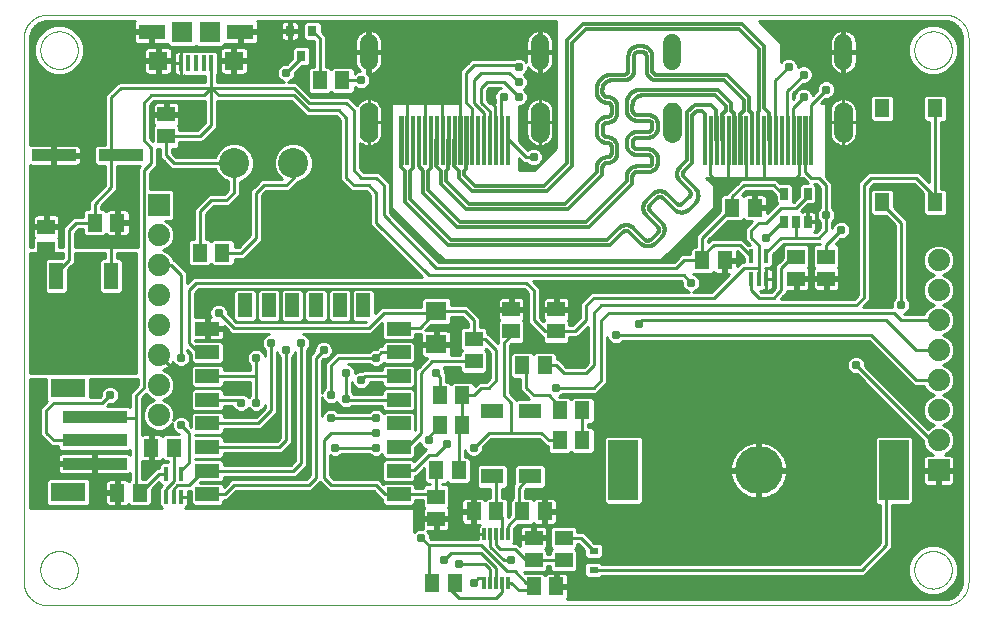
<source format=gtl>
G75*
%MOIN*%
%OFA0B0*%
%FSLAX25Y25*%
%IPPOS*%
%LPD*%
%AMOC8*
5,1,8,0,0,1.08239X$1,22.5*
%
%ADD10C,0.00000*%
%ADD11R,0.05118X0.05906*%
%ADD12R,0.03150X0.03543*%
%ADD13R,0.05906X0.05118*%
%ADD14R,0.07874X0.04724*%
%ADD15R,0.04724X0.07874*%
%ADD16R,0.07087X0.06299*%
%ADD17C,0.00118*%
%ADD18C,0.05906*%
%ADD19C,0.00039*%
%ADD20R,0.05118X0.06102*%
%ADD21R,0.01575X0.05315*%
%ADD22R,0.07087X0.07087*%
%ADD23R,0.09055X0.05118*%
%ADD24R,0.06299X0.06299*%
%ADD25C,0.10000*%
%ADD26R,0.21654X0.03937*%
%ADD27R,0.11811X0.06299*%
%ADD28R,0.07400X0.07400*%
%ADD29C,0.07400*%
%ADD30R,0.04800X0.08800*%
%ADD31R,0.14173X0.08661*%
%ADD32R,0.01181X0.03937*%
%ADD33R,0.07480X0.05118*%
%ADD34C,0.16000*%
%ADD35R,0.09843X0.20079*%
%ADD36R,0.03150X0.02362*%
%ADD37R,0.01400X0.04600*%
%ADD38R,0.02756X0.03937*%
%ADD39R,0.14961X0.03937*%
%ADD40C,0.01000*%
%ADD41C,0.03100*%
%ADD42C,0.01181*%
D10*
X0044888Y0146728D02*
X0344100Y0146728D01*
X0344290Y0146730D01*
X0344480Y0146737D01*
X0344670Y0146749D01*
X0344860Y0146765D01*
X0345049Y0146785D01*
X0345238Y0146811D01*
X0345426Y0146840D01*
X0345613Y0146875D01*
X0345799Y0146914D01*
X0345984Y0146957D01*
X0346169Y0147005D01*
X0346352Y0147057D01*
X0346533Y0147113D01*
X0346713Y0147174D01*
X0346892Y0147240D01*
X0347069Y0147309D01*
X0347245Y0147383D01*
X0347418Y0147461D01*
X0347590Y0147544D01*
X0347759Y0147630D01*
X0347927Y0147720D01*
X0348092Y0147815D01*
X0348255Y0147913D01*
X0348415Y0148016D01*
X0348573Y0148122D01*
X0348728Y0148232D01*
X0348881Y0148345D01*
X0349031Y0148463D01*
X0349177Y0148584D01*
X0349321Y0148708D01*
X0349462Y0148836D01*
X0349600Y0148967D01*
X0349735Y0149102D01*
X0349866Y0149240D01*
X0349994Y0149381D01*
X0350118Y0149525D01*
X0350239Y0149671D01*
X0350357Y0149821D01*
X0350470Y0149974D01*
X0350580Y0150129D01*
X0350686Y0150287D01*
X0350789Y0150447D01*
X0350887Y0150610D01*
X0350982Y0150775D01*
X0351072Y0150943D01*
X0351158Y0151112D01*
X0351241Y0151284D01*
X0351319Y0151457D01*
X0351393Y0151633D01*
X0351462Y0151810D01*
X0351528Y0151989D01*
X0351589Y0152169D01*
X0351645Y0152350D01*
X0351697Y0152533D01*
X0351745Y0152718D01*
X0351788Y0152903D01*
X0351827Y0153089D01*
X0351862Y0153276D01*
X0351891Y0153464D01*
X0351917Y0153653D01*
X0351937Y0153842D01*
X0351953Y0154032D01*
X0351965Y0154222D01*
X0351972Y0154412D01*
X0351974Y0154602D01*
X0351974Y0335705D01*
X0351972Y0335895D01*
X0351965Y0336085D01*
X0351953Y0336275D01*
X0351937Y0336465D01*
X0351917Y0336654D01*
X0351891Y0336843D01*
X0351862Y0337031D01*
X0351827Y0337218D01*
X0351788Y0337404D01*
X0351745Y0337589D01*
X0351697Y0337774D01*
X0351645Y0337957D01*
X0351589Y0338138D01*
X0351528Y0338318D01*
X0351462Y0338497D01*
X0351393Y0338674D01*
X0351319Y0338850D01*
X0351241Y0339023D01*
X0351158Y0339195D01*
X0351072Y0339364D01*
X0350982Y0339532D01*
X0350887Y0339697D01*
X0350789Y0339860D01*
X0350686Y0340020D01*
X0350580Y0340178D01*
X0350470Y0340333D01*
X0350357Y0340486D01*
X0350239Y0340636D01*
X0350118Y0340782D01*
X0349994Y0340926D01*
X0349866Y0341067D01*
X0349735Y0341205D01*
X0349600Y0341340D01*
X0349462Y0341471D01*
X0349321Y0341599D01*
X0349177Y0341723D01*
X0349031Y0341844D01*
X0348881Y0341962D01*
X0348728Y0342075D01*
X0348573Y0342185D01*
X0348415Y0342291D01*
X0348255Y0342394D01*
X0348092Y0342492D01*
X0347927Y0342587D01*
X0347759Y0342677D01*
X0347590Y0342763D01*
X0347418Y0342846D01*
X0347245Y0342924D01*
X0347069Y0342998D01*
X0346892Y0343067D01*
X0346713Y0343133D01*
X0346533Y0343194D01*
X0346352Y0343250D01*
X0346169Y0343302D01*
X0345984Y0343350D01*
X0345799Y0343393D01*
X0345613Y0343432D01*
X0345426Y0343467D01*
X0345238Y0343496D01*
X0345049Y0343522D01*
X0344860Y0343542D01*
X0344670Y0343558D01*
X0344480Y0343570D01*
X0344290Y0343577D01*
X0344100Y0343579D01*
X0044888Y0343579D01*
X0044698Y0343577D01*
X0044508Y0343570D01*
X0044318Y0343558D01*
X0044128Y0343542D01*
X0043939Y0343522D01*
X0043750Y0343496D01*
X0043562Y0343467D01*
X0043375Y0343432D01*
X0043189Y0343393D01*
X0043004Y0343350D01*
X0042819Y0343302D01*
X0042636Y0343250D01*
X0042455Y0343194D01*
X0042275Y0343133D01*
X0042096Y0343067D01*
X0041919Y0342998D01*
X0041743Y0342924D01*
X0041570Y0342846D01*
X0041398Y0342763D01*
X0041229Y0342677D01*
X0041061Y0342587D01*
X0040896Y0342492D01*
X0040733Y0342394D01*
X0040573Y0342291D01*
X0040415Y0342185D01*
X0040260Y0342075D01*
X0040107Y0341962D01*
X0039957Y0341844D01*
X0039811Y0341723D01*
X0039667Y0341599D01*
X0039526Y0341471D01*
X0039388Y0341340D01*
X0039253Y0341205D01*
X0039122Y0341067D01*
X0038994Y0340926D01*
X0038870Y0340782D01*
X0038749Y0340636D01*
X0038631Y0340486D01*
X0038518Y0340333D01*
X0038408Y0340178D01*
X0038302Y0340020D01*
X0038199Y0339860D01*
X0038101Y0339697D01*
X0038006Y0339532D01*
X0037916Y0339364D01*
X0037830Y0339195D01*
X0037747Y0339023D01*
X0037669Y0338850D01*
X0037595Y0338674D01*
X0037526Y0338497D01*
X0037460Y0338318D01*
X0037399Y0338138D01*
X0037343Y0337957D01*
X0037291Y0337774D01*
X0037243Y0337589D01*
X0037200Y0337404D01*
X0037161Y0337218D01*
X0037126Y0337031D01*
X0037097Y0336843D01*
X0037071Y0336654D01*
X0037051Y0336465D01*
X0037035Y0336275D01*
X0037023Y0336085D01*
X0037016Y0335895D01*
X0037014Y0335705D01*
X0037014Y0154602D01*
X0037016Y0154412D01*
X0037023Y0154222D01*
X0037035Y0154032D01*
X0037051Y0153842D01*
X0037071Y0153653D01*
X0037097Y0153464D01*
X0037126Y0153276D01*
X0037161Y0153089D01*
X0037200Y0152903D01*
X0037243Y0152718D01*
X0037291Y0152533D01*
X0037343Y0152350D01*
X0037399Y0152169D01*
X0037460Y0151989D01*
X0037526Y0151810D01*
X0037595Y0151633D01*
X0037669Y0151457D01*
X0037747Y0151284D01*
X0037830Y0151112D01*
X0037916Y0150943D01*
X0038006Y0150775D01*
X0038101Y0150610D01*
X0038199Y0150447D01*
X0038302Y0150287D01*
X0038408Y0150129D01*
X0038518Y0149974D01*
X0038631Y0149821D01*
X0038749Y0149671D01*
X0038870Y0149525D01*
X0038994Y0149381D01*
X0039122Y0149240D01*
X0039253Y0149102D01*
X0039388Y0148967D01*
X0039526Y0148836D01*
X0039667Y0148708D01*
X0039811Y0148584D01*
X0039957Y0148463D01*
X0040107Y0148345D01*
X0040260Y0148232D01*
X0040415Y0148122D01*
X0040573Y0148016D01*
X0040733Y0147913D01*
X0040896Y0147815D01*
X0041061Y0147720D01*
X0041229Y0147630D01*
X0041398Y0147544D01*
X0041570Y0147461D01*
X0041743Y0147383D01*
X0041919Y0147309D01*
X0042096Y0147240D01*
X0042275Y0147174D01*
X0042455Y0147113D01*
X0042636Y0147057D01*
X0042819Y0147005D01*
X0043004Y0146957D01*
X0043189Y0146914D01*
X0043375Y0146875D01*
X0043562Y0146840D01*
X0043750Y0146811D01*
X0043939Y0146785D01*
X0044128Y0146765D01*
X0044318Y0146749D01*
X0044508Y0146737D01*
X0044698Y0146730D01*
X0044888Y0146728D01*
X0042575Y0158539D02*
X0042577Y0158697D01*
X0042583Y0158854D01*
X0042593Y0159012D01*
X0042607Y0159169D01*
X0042625Y0159325D01*
X0042646Y0159482D01*
X0042672Y0159637D01*
X0042702Y0159792D01*
X0042735Y0159946D01*
X0042773Y0160099D01*
X0042814Y0160252D01*
X0042859Y0160403D01*
X0042908Y0160553D01*
X0042961Y0160701D01*
X0043017Y0160849D01*
X0043078Y0160994D01*
X0043141Y0161139D01*
X0043209Y0161281D01*
X0043280Y0161422D01*
X0043354Y0161561D01*
X0043432Y0161698D01*
X0043514Y0161833D01*
X0043598Y0161966D01*
X0043687Y0162097D01*
X0043778Y0162225D01*
X0043873Y0162352D01*
X0043970Y0162475D01*
X0044071Y0162597D01*
X0044175Y0162715D01*
X0044282Y0162831D01*
X0044392Y0162944D01*
X0044504Y0163055D01*
X0044620Y0163162D01*
X0044738Y0163267D01*
X0044858Y0163369D01*
X0044981Y0163467D01*
X0045107Y0163563D01*
X0045235Y0163655D01*
X0045365Y0163744D01*
X0045497Y0163830D01*
X0045632Y0163912D01*
X0045769Y0163991D01*
X0045907Y0164066D01*
X0046047Y0164138D01*
X0046190Y0164206D01*
X0046333Y0164271D01*
X0046479Y0164332D01*
X0046626Y0164389D01*
X0046774Y0164443D01*
X0046924Y0164493D01*
X0047074Y0164539D01*
X0047226Y0164581D01*
X0047379Y0164620D01*
X0047533Y0164654D01*
X0047688Y0164685D01*
X0047843Y0164711D01*
X0047999Y0164734D01*
X0048156Y0164753D01*
X0048313Y0164768D01*
X0048470Y0164779D01*
X0048628Y0164786D01*
X0048786Y0164789D01*
X0048943Y0164788D01*
X0049101Y0164783D01*
X0049258Y0164774D01*
X0049416Y0164761D01*
X0049572Y0164744D01*
X0049729Y0164723D01*
X0049884Y0164699D01*
X0050039Y0164670D01*
X0050194Y0164637D01*
X0050347Y0164601D01*
X0050500Y0164560D01*
X0050651Y0164516D01*
X0050801Y0164468D01*
X0050950Y0164417D01*
X0051098Y0164361D01*
X0051244Y0164302D01*
X0051389Y0164239D01*
X0051532Y0164172D01*
X0051673Y0164102D01*
X0051812Y0164029D01*
X0051950Y0163952D01*
X0052086Y0163871D01*
X0052219Y0163787D01*
X0052350Y0163700D01*
X0052479Y0163609D01*
X0052606Y0163515D01*
X0052731Y0163418D01*
X0052852Y0163318D01*
X0052972Y0163215D01*
X0053088Y0163109D01*
X0053202Y0163000D01*
X0053314Y0162888D01*
X0053422Y0162774D01*
X0053527Y0162656D01*
X0053630Y0162536D01*
X0053729Y0162414D01*
X0053825Y0162289D01*
X0053918Y0162161D01*
X0054008Y0162032D01*
X0054094Y0161900D01*
X0054178Y0161766D01*
X0054257Y0161630D01*
X0054334Y0161492D01*
X0054406Y0161352D01*
X0054475Y0161210D01*
X0054541Y0161067D01*
X0054603Y0160922D01*
X0054661Y0160775D01*
X0054716Y0160627D01*
X0054767Y0160478D01*
X0054814Y0160327D01*
X0054857Y0160176D01*
X0054896Y0160023D01*
X0054932Y0159869D01*
X0054963Y0159715D01*
X0054991Y0159560D01*
X0055015Y0159404D01*
X0055035Y0159247D01*
X0055051Y0159090D01*
X0055063Y0158933D01*
X0055071Y0158776D01*
X0055075Y0158618D01*
X0055075Y0158460D01*
X0055071Y0158302D01*
X0055063Y0158145D01*
X0055051Y0157988D01*
X0055035Y0157831D01*
X0055015Y0157674D01*
X0054991Y0157518D01*
X0054963Y0157363D01*
X0054932Y0157209D01*
X0054896Y0157055D01*
X0054857Y0156902D01*
X0054814Y0156751D01*
X0054767Y0156600D01*
X0054716Y0156451D01*
X0054661Y0156303D01*
X0054603Y0156156D01*
X0054541Y0156011D01*
X0054475Y0155868D01*
X0054406Y0155726D01*
X0054334Y0155586D01*
X0054257Y0155448D01*
X0054178Y0155312D01*
X0054094Y0155178D01*
X0054008Y0155046D01*
X0053918Y0154917D01*
X0053825Y0154789D01*
X0053729Y0154664D01*
X0053630Y0154542D01*
X0053527Y0154422D01*
X0053422Y0154304D01*
X0053314Y0154190D01*
X0053202Y0154078D01*
X0053088Y0153969D01*
X0052972Y0153863D01*
X0052852Y0153760D01*
X0052731Y0153660D01*
X0052606Y0153563D01*
X0052479Y0153469D01*
X0052350Y0153378D01*
X0052219Y0153291D01*
X0052086Y0153207D01*
X0051950Y0153126D01*
X0051812Y0153049D01*
X0051673Y0152976D01*
X0051532Y0152906D01*
X0051389Y0152839D01*
X0051244Y0152776D01*
X0051098Y0152717D01*
X0050950Y0152661D01*
X0050801Y0152610D01*
X0050651Y0152562D01*
X0050500Y0152518D01*
X0050347Y0152477D01*
X0050194Y0152441D01*
X0050039Y0152408D01*
X0049884Y0152379D01*
X0049729Y0152355D01*
X0049572Y0152334D01*
X0049416Y0152317D01*
X0049258Y0152304D01*
X0049101Y0152295D01*
X0048943Y0152290D01*
X0048786Y0152289D01*
X0048628Y0152292D01*
X0048470Y0152299D01*
X0048313Y0152310D01*
X0048156Y0152325D01*
X0047999Y0152344D01*
X0047843Y0152367D01*
X0047688Y0152393D01*
X0047533Y0152424D01*
X0047379Y0152458D01*
X0047226Y0152497D01*
X0047074Y0152539D01*
X0046924Y0152585D01*
X0046774Y0152635D01*
X0046626Y0152689D01*
X0046479Y0152746D01*
X0046333Y0152807D01*
X0046190Y0152872D01*
X0046047Y0152940D01*
X0045907Y0153012D01*
X0045769Y0153087D01*
X0045632Y0153166D01*
X0045497Y0153248D01*
X0045365Y0153334D01*
X0045235Y0153423D01*
X0045107Y0153515D01*
X0044981Y0153611D01*
X0044858Y0153709D01*
X0044738Y0153811D01*
X0044620Y0153916D01*
X0044504Y0154023D01*
X0044392Y0154134D01*
X0044282Y0154247D01*
X0044175Y0154363D01*
X0044071Y0154481D01*
X0043970Y0154603D01*
X0043873Y0154726D01*
X0043778Y0154853D01*
X0043687Y0154981D01*
X0043598Y0155112D01*
X0043514Y0155245D01*
X0043432Y0155380D01*
X0043354Y0155517D01*
X0043280Y0155656D01*
X0043209Y0155797D01*
X0043141Y0155939D01*
X0043078Y0156084D01*
X0043017Y0156229D01*
X0042961Y0156377D01*
X0042908Y0156525D01*
X0042859Y0156675D01*
X0042814Y0156826D01*
X0042773Y0156979D01*
X0042735Y0157132D01*
X0042702Y0157286D01*
X0042672Y0157441D01*
X0042646Y0157596D01*
X0042625Y0157753D01*
X0042607Y0157909D01*
X0042593Y0158066D01*
X0042583Y0158224D01*
X0042577Y0158381D01*
X0042575Y0158539D01*
X0042575Y0331768D02*
X0042577Y0331926D01*
X0042583Y0332083D01*
X0042593Y0332241D01*
X0042607Y0332398D01*
X0042625Y0332554D01*
X0042646Y0332711D01*
X0042672Y0332866D01*
X0042702Y0333021D01*
X0042735Y0333175D01*
X0042773Y0333328D01*
X0042814Y0333481D01*
X0042859Y0333632D01*
X0042908Y0333782D01*
X0042961Y0333930D01*
X0043017Y0334078D01*
X0043078Y0334223D01*
X0043141Y0334368D01*
X0043209Y0334510D01*
X0043280Y0334651D01*
X0043354Y0334790D01*
X0043432Y0334927D01*
X0043514Y0335062D01*
X0043598Y0335195D01*
X0043687Y0335326D01*
X0043778Y0335454D01*
X0043873Y0335581D01*
X0043970Y0335704D01*
X0044071Y0335826D01*
X0044175Y0335944D01*
X0044282Y0336060D01*
X0044392Y0336173D01*
X0044504Y0336284D01*
X0044620Y0336391D01*
X0044738Y0336496D01*
X0044858Y0336598D01*
X0044981Y0336696D01*
X0045107Y0336792D01*
X0045235Y0336884D01*
X0045365Y0336973D01*
X0045497Y0337059D01*
X0045632Y0337141D01*
X0045769Y0337220D01*
X0045907Y0337295D01*
X0046047Y0337367D01*
X0046190Y0337435D01*
X0046333Y0337500D01*
X0046479Y0337561D01*
X0046626Y0337618D01*
X0046774Y0337672D01*
X0046924Y0337722D01*
X0047074Y0337768D01*
X0047226Y0337810D01*
X0047379Y0337849D01*
X0047533Y0337883D01*
X0047688Y0337914D01*
X0047843Y0337940D01*
X0047999Y0337963D01*
X0048156Y0337982D01*
X0048313Y0337997D01*
X0048470Y0338008D01*
X0048628Y0338015D01*
X0048786Y0338018D01*
X0048943Y0338017D01*
X0049101Y0338012D01*
X0049258Y0338003D01*
X0049416Y0337990D01*
X0049572Y0337973D01*
X0049729Y0337952D01*
X0049884Y0337928D01*
X0050039Y0337899D01*
X0050194Y0337866D01*
X0050347Y0337830D01*
X0050500Y0337789D01*
X0050651Y0337745D01*
X0050801Y0337697D01*
X0050950Y0337646D01*
X0051098Y0337590D01*
X0051244Y0337531D01*
X0051389Y0337468D01*
X0051532Y0337401D01*
X0051673Y0337331D01*
X0051812Y0337258D01*
X0051950Y0337181D01*
X0052086Y0337100D01*
X0052219Y0337016D01*
X0052350Y0336929D01*
X0052479Y0336838D01*
X0052606Y0336744D01*
X0052731Y0336647D01*
X0052852Y0336547D01*
X0052972Y0336444D01*
X0053088Y0336338D01*
X0053202Y0336229D01*
X0053314Y0336117D01*
X0053422Y0336003D01*
X0053527Y0335885D01*
X0053630Y0335765D01*
X0053729Y0335643D01*
X0053825Y0335518D01*
X0053918Y0335390D01*
X0054008Y0335261D01*
X0054094Y0335129D01*
X0054178Y0334995D01*
X0054257Y0334859D01*
X0054334Y0334721D01*
X0054406Y0334581D01*
X0054475Y0334439D01*
X0054541Y0334296D01*
X0054603Y0334151D01*
X0054661Y0334004D01*
X0054716Y0333856D01*
X0054767Y0333707D01*
X0054814Y0333556D01*
X0054857Y0333405D01*
X0054896Y0333252D01*
X0054932Y0333098D01*
X0054963Y0332944D01*
X0054991Y0332789D01*
X0055015Y0332633D01*
X0055035Y0332476D01*
X0055051Y0332319D01*
X0055063Y0332162D01*
X0055071Y0332005D01*
X0055075Y0331847D01*
X0055075Y0331689D01*
X0055071Y0331531D01*
X0055063Y0331374D01*
X0055051Y0331217D01*
X0055035Y0331060D01*
X0055015Y0330903D01*
X0054991Y0330747D01*
X0054963Y0330592D01*
X0054932Y0330438D01*
X0054896Y0330284D01*
X0054857Y0330131D01*
X0054814Y0329980D01*
X0054767Y0329829D01*
X0054716Y0329680D01*
X0054661Y0329532D01*
X0054603Y0329385D01*
X0054541Y0329240D01*
X0054475Y0329097D01*
X0054406Y0328955D01*
X0054334Y0328815D01*
X0054257Y0328677D01*
X0054178Y0328541D01*
X0054094Y0328407D01*
X0054008Y0328275D01*
X0053918Y0328146D01*
X0053825Y0328018D01*
X0053729Y0327893D01*
X0053630Y0327771D01*
X0053527Y0327651D01*
X0053422Y0327533D01*
X0053314Y0327419D01*
X0053202Y0327307D01*
X0053088Y0327198D01*
X0052972Y0327092D01*
X0052852Y0326989D01*
X0052731Y0326889D01*
X0052606Y0326792D01*
X0052479Y0326698D01*
X0052350Y0326607D01*
X0052219Y0326520D01*
X0052086Y0326436D01*
X0051950Y0326355D01*
X0051812Y0326278D01*
X0051673Y0326205D01*
X0051532Y0326135D01*
X0051389Y0326068D01*
X0051244Y0326005D01*
X0051098Y0325946D01*
X0050950Y0325890D01*
X0050801Y0325839D01*
X0050651Y0325791D01*
X0050500Y0325747D01*
X0050347Y0325706D01*
X0050194Y0325670D01*
X0050039Y0325637D01*
X0049884Y0325608D01*
X0049729Y0325584D01*
X0049572Y0325563D01*
X0049416Y0325546D01*
X0049258Y0325533D01*
X0049101Y0325524D01*
X0048943Y0325519D01*
X0048786Y0325518D01*
X0048628Y0325521D01*
X0048470Y0325528D01*
X0048313Y0325539D01*
X0048156Y0325554D01*
X0047999Y0325573D01*
X0047843Y0325596D01*
X0047688Y0325622D01*
X0047533Y0325653D01*
X0047379Y0325687D01*
X0047226Y0325726D01*
X0047074Y0325768D01*
X0046924Y0325814D01*
X0046774Y0325864D01*
X0046626Y0325918D01*
X0046479Y0325975D01*
X0046333Y0326036D01*
X0046190Y0326101D01*
X0046047Y0326169D01*
X0045907Y0326241D01*
X0045769Y0326316D01*
X0045632Y0326395D01*
X0045497Y0326477D01*
X0045365Y0326563D01*
X0045235Y0326652D01*
X0045107Y0326744D01*
X0044981Y0326840D01*
X0044858Y0326938D01*
X0044738Y0327040D01*
X0044620Y0327145D01*
X0044504Y0327252D01*
X0044392Y0327363D01*
X0044282Y0327476D01*
X0044175Y0327592D01*
X0044071Y0327710D01*
X0043970Y0327832D01*
X0043873Y0327955D01*
X0043778Y0328082D01*
X0043687Y0328210D01*
X0043598Y0328341D01*
X0043514Y0328474D01*
X0043432Y0328609D01*
X0043354Y0328746D01*
X0043280Y0328885D01*
X0043209Y0329026D01*
X0043141Y0329168D01*
X0043078Y0329313D01*
X0043017Y0329458D01*
X0042961Y0329606D01*
X0042908Y0329754D01*
X0042859Y0329904D01*
X0042814Y0330055D01*
X0042773Y0330208D01*
X0042735Y0330361D01*
X0042702Y0330515D01*
X0042672Y0330670D01*
X0042646Y0330825D01*
X0042625Y0330982D01*
X0042607Y0331138D01*
X0042593Y0331295D01*
X0042583Y0331453D01*
X0042577Y0331610D01*
X0042575Y0331768D01*
X0333913Y0331768D02*
X0333915Y0331926D01*
X0333921Y0332083D01*
X0333931Y0332241D01*
X0333945Y0332398D01*
X0333963Y0332554D01*
X0333984Y0332711D01*
X0334010Y0332866D01*
X0334040Y0333021D01*
X0334073Y0333175D01*
X0334111Y0333328D01*
X0334152Y0333481D01*
X0334197Y0333632D01*
X0334246Y0333782D01*
X0334299Y0333930D01*
X0334355Y0334078D01*
X0334416Y0334223D01*
X0334479Y0334368D01*
X0334547Y0334510D01*
X0334618Y0334651D01*
X0334692Y0334790D01*
X0334770Y0334927D01*
X0334852Y0335062D01*
X0334936Y0335195D01*
X0335025Y0335326D01*
X0335116Y0335454D01*
X0335211Y0335581D01*
X0335308Y0335704D01*
X0335409Y0335826D01*
X0335513Y0335944D01*
X0335620Y0336060D01*
X0335730Y0336173D01*
X0335842Y0336284D01*
X0335958Y0336391D01*
X0336076Y0336496D01*
X0336196Y0336598D01*
X0336319Y0336696D01*
X0336445Y0336792D01*
X0336573Y0336884D01*
X0336703Y0336973D01*
X0336835Y0337059D01*
X0336970Y0337141D01*
X0337107Y0337220D01*
X0337245Y0337295D01*
X0337385Y0337367D01*
X0337528Y0337435D01*
X0337671Y0337500D01*
X0337817Y0337561D01*
X0337964Y0337618D01*
X0338112Y0337672D01*
X0338262Y0337722D01*
X0338412Y0337768D01*
X0338564Y0337810D01*
X0338717Y0337849D01*
X0338871Y0337883D01*
X0339026Y0337914D01*
X0339181Y0337940D01*
X0339337Y0337963D01*
X0339494Y0337982D01*
X0339651Y0337997D01*
X0339808Y0338008D01*
X0339966Y0338015D01*
X0340124Y0338018D01*
X0340281Y0338017D01*
X0340439Y0338012D01*
X0340596Y0338003D01*
X0340754Y0337990D01*
X0340910Y0337973D01*
X0341067Y0337952D01*
X0341222Y0337928D01*
X0341377Y0337899D01*
X0341532Y0337866D01*
X0341685Y0337830D01*
X0341838Y0337789D01*
X0341989Y0337745D01*
X0342139Y0337697D01*
X0342288Y0337646D01*
X0342436Y0337590D01*
X0342582Y0337531D01*
X0342727Y0337468D01*
X0342870Y0337401D01*
X0343011Y0337331D01*
X0343150Y0337258D01*
X0343288Y0337181D01*
X0343424Y0337100D01*
X0343557Y0337016D01*
X0343688Y0336929D01*
X0343817Y0336838D01*
X0343944Y0336744D01*
X0344069Y0336647D01*
X0344190Y0336547D01*
X0344310Y0336444D01*
X0344426Y0336338D01*
X0344540Y0336229D01*
X0344652Y0336117D01*
X0344760Y0336003D01*
X0344865Y0335885D01*
X0344968Y0335765D01*
X0345067Y0335643D01*
X0345163Y0335518D01*
X0345256Y0335390D01*
X0345346Y0335261D01*
X0345432Y0335129D01*
X0345516Y0334995D01*
X0345595Y0334859D01*
X0345672Y0334721D01*
X0345744Y0334581D01*
X0345813Y0334439D01*
X0345879Y0334296D01*
X0345941Y0334151D01*
X0345999Y0334004D01*
X0346054Y0333856D01*
X0346105Y0333707D01*
X0346152Y0333556D01*
X0346195Y0333405D01*
X0346234Y0333252D01*
X0346270Y0333098D01*
X0346301Y0332944D01*
X0346329Y0332789D01*
X0346353Y0332633D01*
X0346373Y0332476D01*
X0346389Y0332319D01*
X0346401Y0332162D01*
X0346409Y0332005D01*
X0346413Y0331847D01*
X0346413Y0331689D01*
X0346409Y0331531D01*
X0346401Y0331374D01*
X0346389Y0331217D01*
X0346373Y0331060D01*
X0346353Y0330903D01*
X0346329Y0330747D01*
X0346301Y0330592D01*
X0346270Y0330438D01*
X0346234Y0330284D01*
X0346195Y0330131D01*
X0346152Y0329980D01*
X0346105Y0329829D01*
X0346054Y0329680D01*
X0345999Y0329532D01*
X0345941Y0329385D01*
X0345879Y0329240D01*
X0345813Y0329097D01*
X0345744Y0328955D01*
X0345672Y0328815D01*
X0345595Y0328677D01*
X0345516Y0328541D01*
X0345432Y0328407D01*
X0345346Y0328275D01*
X0345256Y0328146D01*
X0345163Y0328018D01*
X0345067Y0327893D01*
X0344968Y0327771D01*
X0344865Y0327651D01*
X0344760Y0327533D01*
X0344652Y0327419D01*
X0344540Y0327307D01*
X0344426Y0327198D01*
X0344310Y0327092D01*
X0344190Y0326989D01*
X0344069Y0326889D01*
X0343944Y0326792D01*
X0343817Y0326698D01*
X0343688Y0326607D01*
X0343557Y0326520D01*
X0343424Y0326436D01*
X0343288Y0326355D01*
X0343150Y0326278D01*
X0343011Y0326205D01*
X0342870Y0326135D01*
X0342727Y0326068D01*
X0342582Y0326005D01*
X0342436Y0325946D01*
X0342288Y0325890D01*
X0342139Y0325839D01*
X0341989Y0325791D01*
X0341838Y0325747D01*
X0341685Y0325706D01*
X0341532Y0325670D01*
X0341377Y0325637D01*
X0341222Y0325608D01*
X0341067Y0325584D01*
X0340910Y0325563D01*
X0340754Y0325546D01*
X0340596Y0325533D01*
X0340439Y0325524D01*
X0340281Y0325519D01*
X0340124Y0325518D01*
X0339966Y0325521D01*
X0339808Y0325528D01*
X0339651Y0325539D01*
X0339494Y0325554D01*
X0339337Y0325573D01*
X0339181Y0325596D01*
X0339026Y0325622D01*
X0338871Y0325653D01*
X0338717Y0325687D01*
X0338564Y0325726D01*
X0338412Y0325768D01*
X0338262Y0325814D01*
X0338112Y0325864D01*
X0337964Y0325918D01*
X0337817Y0325975D01*
X0337671Y0326036D01*
X0337528Y0326101D01*
X0337385Y0326169D01*
X0337245Y0326241D01*
X0337107Y0326316D01*
X0336970Y0326395D01*
X0336835Y0326477D01*
X0336703Y0326563D01*
X0336573Y0326652D01*
X0336445Y0326744D01*
X0336319Y0326840D01*
X0336196Y0326938D01*
X0336076Y0327040D01*
X0335958Y0327145D01*
X0335842Y0327252D01*
X0335730Y0327363D01*
X0335620Y0327476D01*
X0335513Y0327592D01*
X0335409Y0327710D01*
X0335308Y0327832D01*
X0335211Y0327955D01*
X0335116Y0328082D01*
X0335025Y0328210D01*
X0334936Y0328341D01*
X0334852Y0328474D01*
X0334770Y0328609D01*
X0334692Y0328746D01*
X0334618Y0328885D01*
X0334547Y0329026D01*
X0334479Y0329168D01*
X0334416Y0329313D01*
X0334355Y0329458D01*
X0334299Y0329606D01*
X0334246Y0329754D01*
X0334197Y0329904D01*
X0334152Y0330055D01*
X0334111Y0330208D01*
X0334073Y0330361D01*
X0334040Y0330515D01*
X0334010Y0330670D01*
X0333984Y0330825D01*
X0333963Y0330982D01*
X0333945Y0331138D01*
X0333931Y0331295D01*
X0333921Y0331453D01*
X0333915Y0331610D01*
X0333913Y0331768D01*
X0333913Y0158539D02*
X0333915Y0158697D01*
X0333921Y0158854D01*
X0333931Y0159012D01*
X0333945Y0159169D01*
X0333963Y0159325D01*
X0333984Y0159482D01*
X0334010Y0159637D01*
X0334040Y0159792D01*
X0334073Y0159946D01*
X0334111Y0160099D01*
X0334152Y0160252D01*
X0334197Y0160403D01*
X0334246Y0160553D01*
X0334299Y0160701D01*
X0334355Y0160849D01*
X0334416Y0160994D01*
X0334479Y0161139D01*
X0334547Y0161281D01*
X0334618Y0161422D01*
X0334692Y0161561D01*
X0334770Y0161698D01*
X0334852Y0161833D01*
X0334936Y0161966D01*
X0335025Y0162097D01*
X0335116Y0162225D01*
X0335211Y0162352D01*
X0335308Y0162475D01*
X0335409Y0162597D01*
X0335513Y0162715D01*
X0335620Y0162831D01*
X0335730Y0162944D01*
X0335842Y0163055D01*
X0335958Y0163162D01*
X0336076Y0163267D01*
X0336196Y0163369D01*
X0336319Y0163467D01*
X0336445Y0163563D01*
X0336573Y0163655D01*
X0336703Y0163744D01*
X0336835Y0163830D01*
X0336970Y0163912D01*
X0337107Y0163991D01*
X0337245Y0164066D01*
X0337385Y0164138D01*
X0337528Y0164206D01*
X0337671Y0164271D01*
X0337817Y0164332D01*
X0337964Y0164389D01*
X0338112Y0164443D01*
X0338262Y0164493D01*
X0338412Y0164539D01*
X0338564Y0164581D01*
X0338717Y0164620D01*
X0338871Y0164654D01*
X0339026Y0164685D01*
X0339181Y0164711D01*
X0339337Y0164734D01*
X0339494Y0164753D01*
X0339651Y0164768D01*
X0339808Y0164779D01*
X0339966Y0164786D01*
X0340124Y0164789D01*
X0340281Y0164788D01*
X0340439Y0164783D01*
X0340596Y0164774D01*
X0340754Y0164761D01*
X0340910Y0164744D01*
X0341067Y0164723D01*
X0341222Y0164699D01*
X0341377Y0164670D01*
X0341532Y0164637D01*
X0341685Y0164601D01*
X0341838Y0164560D01*
X0341989Y0164516D01*
X0342139Y0164468D01*
X0342288Y0164417D01*
X0342436Y0164361D01*
X0342582Y0164302D01*
X0342727Y0164239D01*
X0342870Y0164172D01*
X0343011Y0164102D01*
X0343150Y0164029D01*
X0343288Y0163952D01*
X0343424Y0163871D01*
X0343557Y0163787D01*
X0343688Y0163700D01*
X0343817Y0163609D01*
X0343944Y0163515D01*
X0344069Y0163418D01*
X0344190Y0163318D01*
X0344310Y0163215D01*
X0344426Y0163109D01*
X0344540Y0163000D01*
X0344652Y0162888D01*
X0344760Y0162774D01*
X0344865Y0162656D01*
X0344968Y0162536D01*
X0345067Y0162414D01*
X0345163Y0162289D01*
X0345256Y0162161D01*
X0345346Y0162032D01*
X0345432Y0161900D01*
X0345516Y0161766D01*
X0345595Y0161630D01*
X0345672Y0161492D01*
X0345744Y0161352D01*
X0345813Y0161210D01*
X0345879Y0161067D01*
X0345941Y0160922D01*
X0345999Y0160775D01*
X0346054Y0160627D01*
X0346105Y0160478D01*
X0346152Y0160327D01*
X0346195Y0160176D01*
X0346234Y0160023D01*
X0346270Y0159869D01*
X0346301Y0159715D01*
X0346329Y0159560D01*
X0346353Y0159404D01*
X0346373Y0159247D01*
X0346389Y0159090D01*
X0346401Y0158933D01*
X0346409Y0158776D01*
X0346413Y0158618D01*
X0346413Y0158460D01*
X0346409Y0158302D01*
X0346401Y0158145D01*
X0346389Y0157988D01*
X0346373Y0157831D01*
X0346353Y0157674D01*
X0346329Y0157518D01*
X0346301Y0157363D01*
X0346270Y0157209D01*
X0346234Y0157055D01*
X0346195Y0156902D01*
X0346152Y0156751D01*
X0346105Y0156600D01*
X0346054Y0156451D01*
X0345999Y0156303D01*
X0345941Y0156156D01*
X0345879Y0156011D01*
X0345813Y0155868D01*
X0345744Y0155726D01*
X0345672Y0155586D01*
X0345595Y0155448D01*
X0345516Y0155312D01*
X0345432Y0155178D01*
X0345346Y0155046D01*
X0345256Y0154917D01*
X0345163Y0154789D01*
X0345067Y0154664D01*
X0344968Y0154542D01*
X0344865Y0154422D01*
X0344760Y0154304D01*
X0344652Y0154190D01*
X0344540Y0154078D01*
X0344426Y0153969D01*
X0344310Y0153863D01*
X0344190Y0153760D01*
X0344069Y0153660D01*
X0343944Y0153563D01*
X0343817Y0153469D01*
X0343688Y0153378D01*
X0343557Y0153291D01*
X0343424Y0153207D01*
X0343288Y0153126D01*
X0343150Y0153049D01*
X0343011Y0152976D01*
X0342870Y0152906D01*
X0342727Y0152839D01*
X0342582Y0152776D01*
X0342436Y0152717D01*
X0342288Y0152661D01*
X0342139Y0152610D01*
X0341989Y0152562D01*
X0341838Y0152518D01*
X0341685Y0152477D01*
X0341532Y0152441D01*
X0341377Y0152408D01*
X0341222Y0152379D01*
X0341067Y0152355D01*
X0340910Y0152334D01*
X0340754Y0152317D01*
X0340596Y0152304D01*
X0340439Y0152295D01*
X0340281Y0152290D01*
X0340124Y0152289D01*
X0339966Y0152292D01*
X0339808Y0152299D01*
X0339651Y0152310D01*
X0339494Y0152325D01*
X0339337Y0152344D01*
X0339181Y0152367D01*
X0339026Y0152393D01*
X0338871Y0152424D01*
X0338717Y0152458D01*
X0338564Y0152497D01*
X0338412Y0152539D01*
X0338262Y0152585D01*
X0338112Y0152635D01*
X0337964Y0152689D01*
X0337817Y0152746D01*
X0337671Y0152807D01*
X0337528Y0152872D01*
X0337385Y0152940D01*
X0337245Y0153012D01*
X0337107Y0153087D01*
X0336970Y0153166D01*
X0336835Y0153248D01*
X0336703Y0153334D01*
X0336573Y0153423D01*
X0336445Y0153515D01*
X0336319Y0153611D01*
X0336196Y0153709D01*
X0336076Y0153811D01*
X0335958Y0153916D01*
X0335842Y0154023D01*
X0335730Y0154134D01*
X0335620Y0154247D01*
X0335513Y0154363D01*
X0335409Y0154481D01*
X0335308Y0154603D01*
X0335211Y0154726D01*
X0335116Y0154853D01*
X0335025Y0154981D01*
X0334936Y0155112D01*
X0334852Y0155245D01*
X0334770Y0155380D01*
X0334692Y0155517D01*
X0334618Y0155656D01*
X0334547Y0155797D01*
X0334479Y0155939D01*
X0334416Y0156084D01*
X0334355Y0156229D01*
X0334299Y0156377D01*
X0334246Y0156525D01*
X0334197Y0156675D01*
X0334152Y0156826D01*
X0334111Y0156979D01*
X0334073Y0157132D01*
X0334040Y0157286D01*
X0334010Y0157441D01*
X0333984Y0157596D01*
X0333963Y0157753D01*
X0333945Y0157909D01*
X0333931Y0158066D01*
X0333921Y0158224D01*
X0333915Y0158381D01*
X0333913Y0158539D01*
D11*
X0223254Y0201728D03*
X0215774Y0201728D03*
X0215774Y0211728D03*
X0223254Y0211728D03*
X0210754Y0226728D03*
X0203274Y0226728D03*
X0183254Y0216728D03*
X0175774Y0216728D03*
X0175774Y0206728D03*
X0183254Y0206728D03*
X0182004Y0191728D03*
X0174524Y0191728D03*
X0187024Y0177978D03*
X0194504Y0177978D03*
X0203274Y0177978D03*
X0210754Y0177978D03*
X0207024Y0152978D03*
X0214504Y0152978D03*
X0180754Y0154228D03*
X0173274Y0154228D03*
X0087004Y0199228D03*
X0079524Y0199228D03*
X0075754Y0184228D03*
X0068274Y0184228D03*
X0095774Y0264228D03*
X0103254Y0264228D03*
X0068254Y0274228D03*
X0060774Y0274228D03*
X0135774Y0321728D03*
X0143254Y0321728D03*
X0263274Y0261728D03*
X0270754Y0261728D03*
X0273274Y0279228D03*
X0280754Y0279228D03*
D12*
X0133254Y0338165D03*
X0125774Y0338165D03*
X0129514Y0329898D03*
D13*
X0084514Y0310469D03*
X0084514Y0302988D03*
X0044514Y0272969D03*
X0044514Y0265488D03*
X0174514Y0182969D03*
X0174514Y0175488D03*
X0207014Y0169219D03*
X0207014Y0161738D03*
X0217014Y0161738D03*
X0217014Y0169219D03*
X0187014Y0227988D03*
X0187014Y0235469D03*
X0199514Y0237988D03*
X0199514Y0245469D03*
X0214514Y0245469D03*
X0214514Y0237988D03*
X0294514Y0255488D03*
X0294514Y0262969D03*
X0304514Y0262969D03*
X0304514Y0255488D03*
D14*
X0162014Y0238854D03*
X0162014Y0230980D03*
X0162014Y0223106D03*
X0162014Y0215232D03*
X0162014Y0207358D03*
X0162014Y0199484D03*
X0162014Y0191610D03*
X0162014Y0183736D03*
X0098234Y0183736D03*
X0098234Y0191610D03*
X0098234Y0199484D03*
X0098234Y0207358D03*
X0098234Y0215232D03*
X0098234Y0223106D03*
X0098234Y0230980D03*
X0098234Y0238854D03*
D15*
X0110833Y0246728D03*
X0118707Y0246728D03*
X0126581Y0246728D03*
X0134455Y0246728D03*
X0142329Y0246728D03*
X0150203Y0246728D03*
D16*
X0174514Y0244740D03*
X0174514Y0233717D03*
D17*
X0174081Y0309819D02*
X0175143Y0309819D01*
X0175143Y0293795D01*
X0174081Y0293795D01*
X0174081Y0309819D01*
X0174081Y0293912D02*
X0175143Y0293912D01*
X0175143Y0294029D02*
X0174081Y0294029D01*
X0174081Y0294146D02*
X0175143Y0294146D01*
X0175143Y0294263D02*
X0174081Y0294263D01*
X0174081Y0294380D02*
X0175143Y0294380D01*
X0175143Y0294497D02*
X0174081Y0294497D01*
X0174081Y0294614D02*
X0175143Y0294614D01*
X0175143Y0294731D02*
X0174081Y0294731D01*
X0174081Y0294848D02*
X0175143Y0294848D01*
X0175143Y0294965D02*
X0174081Y0294965D01*
X0174081Y0295082D02*
X0175143Y0295082D01*
X0175143Y0295199D02*
X0174081Y0295199D01*
X0174081Y0295316D02*
X0175143Y0295316D01*
X0175143Y0295433D02*
X0174081Y0295433D01*
X0174081Y0295550D02*
X0175143Y0295550D01*
X0175143Y0295667D02*
X0174081Y0295667D01*
X0174081Y0295784D02*
X0175143Y0295784D01*
X0175143Y0295901D02*
X0174081Y0295901D01*
X0174081Y0296018D02*
X0175143Y0296018D01*
X0175143Y0296135D02*
X0174081Y0296135D01*
X0174081Y0296252D02*
X0175143Y0296252D01*
X0175143Y0296369D02*
X0174081Y0296369D01*
X0174081Y0296486D02*
X0175143Y0296486D01*
X0175143Y0296603D02*
X0174081Y0296603D01*
X0174081Y0296720D02*
X0175143Y0296720D01*
X0175143Y0296837D02*
X0174081Y0296837D01*
X0174081Y0296954D02*
X0175143Y0296954D01*
X0175143Y0297071D02*
X0174081Y0297071D01*
X0174081Y0297188D02*
X0175143Y0297188D01*
X0175143Y0297305D02*
X0174081Y0297305D01*
X0174081Y0297422D02*
X0175143Y0297422D01*
X0175143Y0297539D02*
X0174081Y0297539D01*
X0174081Y0297656D02*
X0175143Y0297656D01*
X0175143Y0297773D02*
X0174081Y0297773D01*
X0174081Y0297890D02*
X0175143Y0297890D01*
X0175143Y0298007D02*
X0174081Y0298007D01*
X0174081Y0298124D02*
X0175143Y0298124D01*
X0175143Y0298241D02*
X0174081Y0298241D01*
X0174081Y0298358D02*
X0175143Y0298358D01*
X0175143Y0298475D02*
X0174081Y0298475D01*
X0174081Y0298592D02*
X0175143Y0298592D01*
X0175143Y0298709D02*
X0174081Y0298709D01*
X0174081Y0298826D02*
X0175143Y0298826D01*
X0175143Y0298943D02*
X0174081Y0298943D01*
X0174081Y0299060D02*
X0175143Y0299060D01*
X0175143Y0299177D02*
X0174081Y0299177D01*
X0174081Y0299294D02*
X0175143Y0299294D01*
X0175143Y0299411D02*
X0174081Y0299411D01*
X0174081Y0299528D02*
X0175143Y0299528D01*
X0175143Y0299645D02*
X0174081Y0299645D01*
X0174081Y0299762D02*
X0175143Y0299762D01*
X0175143Y0299879D02*
X0174081Y0299879D01*
X0174081Y0299996D02*
X0175143Y0299996D01*
X0175143Y0300113D02*
X0174081Y0300113D01*
X0174081Y0300230D02*
X0175143Y0300230D01*
X0175143Y0300347D02*
X0174081Y0300347D01*
X0174081Y0300464D02*
X0175143Y0300464D01*
X0175143Y0300581D02*
X0174081Y0300581D01*
X0174081Y0300698D02*
X0175143Y0300698D01*
X0175143Y0300815D02*
X0174081Y0300815D01*
X0174081Y0300932D02*
X0175143Y0300932D01*
X0175143Y0301049D02*
X0174081Y0301049D01*
X0174081Y0301166D02*
X0175143Y0301166D01*
X0175143Y0301283D02*
X0174081Y0301283D01*
X0174081Y0301400D02*
X0175143Y0301400D01*
X0175143Y0301517D02*
X0174081Y0301517D01*
X0174081Y0301634D02*
X0175143Y0301634D01*
X0175143Y0301751D02*
X0174081Y0301751D01*
X0174081Y0301868D02*
X0175143Y0301868D01*
X0175143Y0301985D02*
X0174081Y0301985D01*
X0174081Y0302102D02*
X0175143Y0302102D01*
X0175143Y0302219D02*
X0174081Y0302219D01*
X0174081Y0302336D02*
X0175143Y0302336D01*
X0175143Y0302453D02*
X0174081Y0302453D01*
X0174081Y0302570D02*
X0175143Y0302570D01*
X0175143Y0302687D02*
X0174081Y0302687D01*
X0174081Y0302804D02*
X0175143Y0302804D01*
X0175143Y0302921D02*
X0174081Y0302921D01*
X0174081Y0303038D02*
X0175143Y0303038D01*
X0175143Y0303155D02*
X0174081Y0303155D01*
X0174081Y0303272D02*
X0175143Y0303272D01*
X0175143Y0303389D02*
X0174081Y0303389D01*
X0174081Y0303506D02*
X0175143Y0303506D01*
X0175143Y0303623D02*
X0174081Y0303623D01*
X0174081Y0303740D02*
X0175143Y0303740D01*
X0175143Y0303857D02*
X0174081Y0303857D01*
X0174081Y0303974D02*
X0175143Y0303974D01*
X0175143Y0304091D02*
X0174081Y0304091D01*
X0174081Y0304208D02*
X0175143Y0304208D01*
X0175143Y0304325D02*
X0174081Y0304325D01*
X0174081Y0304442D02*
X0175143Y0304442D01*
X0175143Y0304559D02*
X0174081Y0304559D01*
X0174081Y0304676D02*
X0175143Y0304676D01*
X0175143Y0304793D02*
X0174081Y0304793D01*
X0174081Y0304910D02*
X0175143Y0304910D01*
X0175143Y0305027D02*
X0174081Y0305027D01*
X0174081Y0305144D02*
X0175143Y0305144D01*
X0175143Y0305261D02*
X0174081Y0305261D01*
X0174081Y0305378D02*
X0175143Y0305378D01*
X0175143Y0305495D02*
X0174081Y0305495D01*
X0174081Y0305612D02*
X0175143Y0305612D01*
X0175143Y0305729D02*
X0174081Y0305729D01*
X0174081Y0305846D02*
X0175143Y0305846D01*
X0175143Y0305963D02*
X0174081Y0305963D01*
X0174081Y0306080D02*
X0175143Y0306080D01*
X0175143Y0306197D02*
X0174081Y0306197D01*
X0174081Y0306314D02*
X0175143Y0306314D01*
X0175143Y0306431D02*
X0174081Y0306431D01*
X0174081Y0306548D02*
X0175143Y0306548D01*
X0175143Y0306665D02*
X0174081Y0306665D01*
X0174081Y0306782D02*
X0175143Y0306782D01*
X0175143Y0306899D02*
X0174081Y0306899D01*
X0174081Y0307016D02*
X0175143Y0307016D01*
X0175143Y0307133D02*
X0174081Y0307133D01*
X0174081Y0307250D02*
X0175143Y0307250D01*
X0175143Y0307367D02*
X0174081Y0307367D01*
X0174081Y0307484D02*
X0175143Y0307484D01*
X0175143Y0307601D02*
X0174081Y0307601D01*
X0174081Y0307718D02*
X0175143Y0307718D01*
X0175143Y0307835D02*
X0174081Y0307835D01*
X0174081Y0307952D02*
X0175143Y0307952D01*
X0175143Y0308069D02*
X0174081Y0308069D01*
X0174081Y0308186D02*
X0175143Y0308186D01*
X0175143Y0308303D02*
X0174081Y0308303D01*
X0174081Y0308420D02*
X0175143Y0308420D01*
X0175143Y0308537D02*
X0174081Y0308537D01*
X0174081Y0308654D02*
X0175143Y0308654D01*
X0175143Y0308771D02*
X0174081Y0308771D01*
X0174081Y0308888D02*
X0175143Y0308888D01*
X0175143Y0309005D02*
X0174081Y0309005D01*
X0174081Y0309122D02*
X0175143Y0309122D01*
X0175143Y0309239D02*
X0174081Y0309239D01*
X0174081Y0309356D02*
X0175143Y0309356D01*
X0175143Y0309473D02*
X0174081Y0309473D01*
X0174081Y0309590D02*
X0175143Y0309590D01*
X0175143Y0309707D02*
X0174081Y0309707D01*
X0173175Y0309819D02*
X0172113Y0309819D01*
X0173175Y0309819D02*
X0173175Y0293795D01*
X0172113Y0293795D01*
X0172113Y0309819D01*
X0172113Y0293912D02*
X0173175Y0293912D01*
X0173175Y0294029D02*
X0172113Y0294029D01*
X0172113Y0294146D02*
X0173175Y0294146D01*
X0173175Y0294263D02*
X0172113Y0294263D01*
X0172113Y0294380D02*
X0173175Y0294380D01*
X0173175Y0294497D02*
X0172113Y0294497D01*
X0172113Y0294614D02*
X0173175Y0294614D01*
X0173175Y0294731D02*
X0172113Y0294731D01*
X0172113Y0294848D02*
X0173175Y0294848D01*
X0173175Y0294965D02*
X0172113Y0294965D01*
X0172113Y0295082D02*
X0173175Y0295082D01*
X0173175Y0295199D02*
X0172113Y0295199D01*
X0172113Y0295316D02*
X0173175Y0295316D01*
X0173175Y0295433D02*
X0172113Y0295433D01*
X0172113Y0295550D02*
X0173175Y0295550D01*
X0173175Y0295667D02*
X0172113Y0295667D01*
X0172113Y0295784D02*
X0173175Y0295784D01*
X0173175Y0295901D02*
X0172113Y0295901D01*
X0172113Y0296018D02*
X0173175Y0296018D01*
X0173175Y0296135D02*
X0172113Y0296135D01*
X0172113Y0296252D02*
X0173175Y0296252D01*
X0173175Y0296369D02*
X0172113Y0296369D01*
X0172113Y0296486D02*
X0173175Y0296486D01*
X0173175Y0296603D02*
X0172113Y0296603D01*
X0172113Y0296720D02*
X0173175Y0296720D01*
X0173175Y0296837D02*
X0172113Y0296837D01*
X0172113Y0296954D02*
X0173175Y0296954D01*
X0173175Y0297071D02*
X0172113Y0297071D01*
X0172113Y0297188D02*
X0173175Y0297188D01*
X0173175Y0297305D02*
X0172113Y0297305D01*
X0172113Y0297422D02*
X0173175Y0297422D01*
X0173175Y0297539D02*
X0172113Y0297539D01*
X0172113Y0297656D02*
X0173175Y0297656D01*
X0173175Y0297773D02*
X0172113Y0297773D01*
X0172113Y0297890D02*
X0173175Y0297890D01*
X0173175Y0298007D02*
X0172113Y0298007D01*
X0172113Y0298124D02*
X0173175Y0298124D01*
X0173175Y0298241D02*
X0172113Y0298241D01*
X0172113Y0298358D02*
X0173175Y0298358D01*
X0173175Y0298475D02*
X0172113Y0298475D01*
X0172113Y0298592D02*
X0173175Y0298592D01*
X0173175Y0298709D02*
X0172113Y0298709D01*
X0172113Y0298826D02*
X0173175Y0298826D01*
X0173175Y0298943D02*
X0172113Y0298943D01*
X0172113Y0299060D02*
X0173175Y0299060D01*
X0173175Y0299177D02*
X0172113Y0299177D01*
X0172113Y0299294D02*
X0173175Y0299294D01*
X0173175Y0299411D02*
X0172113Y0299411D01*
X0172113Y0299528D02*
X0173175Y0299528D01*
X0173175Y0299645D02*
X0172113Y0299645D01*
X0172113Y0299762D02*
X0173175Y0299762D01*
X0173175Y0299879D02*
X0172113Y0299879D01*
X0172113Y0299996D02*
X0173175Y0299996D01*
X0173175Y0300113D02*
X0172113Y0300113D01*
X0172113Y0300230D02*
X0173175Y0300230D01*
X0173175Y0300347D02*
X0172113Y0300347D01*
X0172113Y0300464D02*
X0173175Y0300464D01*
X0173175Y0300581D02*
X0172113Y0300581D01*
X0172113Y0300698D02*
X0173175Y0300698D01*
X0173175Y0300815D02*
X0172113Y0300815D01*
X0172113Y0300932D02*
X0173175Y0300932D01*
X0173175Y0301049D02*
X0172113Y0301049D01*
X0172113Y0301166D02*
X0173175Y0301166D01*
X0173175Y0301283D02*
X0172113Y0301283D01*
X0172113Y0301400D02*
X0173175Y0301400D01*
X0173175Y0301517D02*
X0172113Y0301517D01*
X0172113Y0301634D02*
X0173175Y0301634D01*
X0173175Y0301751D02*
X0172113Y0301751D01*
X0172113Y0301868D02*
X0173175Y0301868D01*
X0173175Y0301985D02*
X0172113Y0301985D01*
X0172113Y0302102D02*
X0173175Y0302102D01*
X0173175Y0302219D02*
X0172113Y0302219D01*
X0172113Y0302336D02*
X0173175Y0302336D01*
X0173175Y0302453D02*
X0172113Y0302453D01*
X0172113Y0302570D02*
X0173175Y0302570D01*
X0173175Y0302687D02*
X0172113Y0302687D01*
X0172113Y0302804D02*
X0173175Y0302804D01*
X0173175Y0302921D02*
X0172113Y0302921D01*
X0172113Y0303038D02*
X0173175Y0303038D01*
X0173175Y0303155D02*
X0172113Y0303155D01*
X0172113Y0303272D02*
X0173175Y0303272D01*
X0173175Y0303389D02*
X0172113Y0303389D01*
X0172113Y0303506D02*
X0173175Y0303506D01*
X0173175Y0303623D02*
X0172113Y0303623D01*
X0172113Y0303740D02*
X0173175Y0303740D01*
X0173175Y0303857D02*
X0172113Y0303857D01*
X0172113Y0303974D02*
X0173175Y0303974D01*
X0173175Y0304091D02*
X0172113Y0304091D01*
X0172113Y0304208D02*
X0173175Y0304208D01*
X0173175Y0304325D02*
X0172113Y0304325D01*
X0172113Y0304442D02*
X0173175Y0304442D01*
X0173175Y0304559D02*
X0172113Y0304559D01*
X0172113Y0304676D02*
X0173175Y0304676D01*
X0173175Y0304793D02*
X0172113Y0304793D01*
X0172113Y0304910D02*
X0173175Y0304910D01*
X0173175Y0305027D02*
X0172113Y0305027D01*
X0172113Y0305144D02*
X0173175Y0305144D01*
X0173175Y0305261D02*
X0172113Y0305261D01*
X0172113Y0305378D02*
X0173175Y0305378D01*
X0173175Y0305495D02*
X0172113Y0305495D01*
X0172113Y0305612D02*
X0173175Y0305612D01*
X0173175Y0305729D02*
X0172113Y0305729D01*
X0172113Y0305846D02*
X0173175Y0305846D01*
X0173175Y0305963D02*
X0172113Y0305963D01*
X0172113Y0306080D02*
X0173175Y0306080D01*
X0173175Y0306197D02*
X0172113Y0306197D01*
X0172113Y0306314D02*
X0173175Y0306314D01*
X0173175Y0306431D02*
X0172113Y0306431D01*
X0172113Y0306548D02*
X0173175Y0306548D01*
X0173175Y0306665D02*
X0172113Y0306665D01*
X0172113Y0306782D02*
X0173175Y0306782D01*
X0173175Y0306899D02*
X0172113Y0306899D01*
X0172113Y0307016D02*
X0173175Y0307016D01*
X0173175Y0307133D02*
X0172113Y0307133D01*
X0172113Y0307250D02*
X0173175Y0307250D01*
X0173175Y0307367D02*
X0172113Y0307367D01*
X0172113Y0307484D02*
X0173175Y0307484D01*
X0173175Y0307601D02*
X0172113Y0307601D01*
X0172113Y0307718D02*
X0173175Y0307718D01*
X0173175Y0307835D02*
X0172113Y0307835D01*
X0172113Y0307952D02*
X0173175Y0307952D01*
X0173175Y0308069D02*
X0172113Y0308069D01*
X0172113Y0308186D02*
X0173175Y0308186D01*
X0173175Y0308303D02*
X0172113Y0308303D01*
X0172113Y0308420D02*
X0173175Y0308420D01*
X0173175Y0308537D02*
X0172113Y0308537D01*
X0172113Y0308654D02*
X0173175Y0308654D01*
X0173175Y0308771D02*
X0172113Y0308771D01*
X0172113Y0308888D02*
X0173175Y0308888D01*
X0173175Y0309005D02*
X0172113Y0309005D01*
X0172113Y0309122D02*
X0173175Y0309122D01*
X0173175Y0309239D02*
X0172113Y0309239D01*
X0172113Y0309356D02*
X0173175Y0309356D01*
X0173175Y0309473D02*
X0172113Y0309473D01*
X0172113Y0309590D02*
X0173175Y0309590D01*
X0173175Y0309707D02*
X0172113Y0309707D01*
X0171206Y0309819D02*
X0170144Y0309819D01*
X0171206Y0309819D02*
X0171206Y0293795D01*
X0170144Y0293795D01*
X0170144Y0309819D01*
X0170144Y0293912D02*
X0171206Y0293912D01*
X0171206Y0294029D02*
X0170144Y0294029D01*
X0170144Y0294146D02*
X0171206Y0294146D01*
X0171206Y0294263D02*
X0170144Y0294263D01*
X0170144Y0294380D02*
X0171206Y0294380D01*
X0171206Y0294497D02*
X0170144Y0294497D01*
X0170144Y0294614D02*
X0171206Y0294614D01*
X0171206Y0294731D02*
X0170144Y0294731D01*
X0170144Y0294848D02*
X0171206Y0294848D01*
X0171206Y0294965D02*
X0170144Y0294965D01*
X0170144Y0295082D02*
X0171206Y0295082D01*
X0171206Y0295199D02*
X0170144Y0295199D01*
X0170144Y0295316D02*
X0171206Y0295316D01*
X0171206Y0295433D02*
X0170144Y0295433D01*
X0170144Y0295550D02*
X0171206Y0295550D01*
X0171206Y0295667D02*
X0170144Y0295667D01*
X0170144Y0295784D02*
X0171206Y0295784D01*
X0171206Y0295901D02*
X0170144Y0295901D01*
X0170144Y0296018D02*
X0171206Y0296018D01*
X0171206Y0296135D02*
X0170144Y0296135D01*
X0170144Y0296252D02*
X0171206Y0296252D01*
X0171206Y0296369D02*
X0170144Y0296369D01*
X0170144Y0296486D02*
X0171206Y0296486D01*
X0171206Y0296603D02*
X0170144Y0296603D01*
X0170144Y0296720D02*
X0171206Y0296720D01*
X0171206Y0296837D02*
X0170144Y0296837D01*
X0170144Y0296954D02*
X0171206Y0296954D01*
X0171206Y0297071D02*
X0170144Y0297071D01*
X0170144Y0297188D02*
X0171206Y0297188D01*
X0171206Y0297305D02*
X0170144Y0297305D01*
X0170144Y0297422D02*
X0171206Y0297422D01*
X0171206Y0297539D02*
X0170144Y0297539D01*
X0170144Y0297656D02*
X0171206Y0297656D01*
X0171206Y0297773D02*
X0170144Y0297773D01*
X0170144Y0297890D02*
X0171206Y0297890D01*
X0171206Y0298007D02*
X0170144Y0298007D01*
X0170144Y0298124D02*
X0171206Y0298124D01*
X0171206Y0298241D02*
X0170144Y0298241D01*
X0170144Y0298358D02*
X0171206Y0298358D01*
X0171206Y0298475D02*
X0170144Y0298475D01*
X0170144Y0298592D02*
X0171206Y0298592D01*
X0171206Y0298709D02*
X0170144Y0298709D01*
X0170144Y0298826D02*
X0171206Y0298826D01*
X0171206Y0298943D02*
X0170144Y0298943D01*
X0170144Y0299060D02*
X0171206Y0299060D01*
X0171206Y0299177D02*
X0170144Y0299177D01*
X0170144Y0299294D02*
X0171206Y0299294D01*
X0171206Y0299411D02*
X0170144Y0299411D01*
X0170144Y0299528D02*
X0171206Y0299528D01*
X0171206Y0299645D02*
X0170144Y0299645D01*
X0170144Y0299762D02*
X0171206Y0299762D01*
X0171206Y0299879D02*
X0170144Y0299879D01*
X0170144Y0299996D02*
X0171206Y0299996D01*
X0171206Y0300113D02*
X0170144Y0300113D01*
X0170144Y0300230D02*
X0171206Y0300230D01*
X0171206Y0300347D02*
X0170144Y0300347D01*
X0170144Y0300464D02*
X0171206Y0300464D01*
X0171206Y0300581D02*
X0170144Y0300581D01*
X0170144Y0300698D02*
X0171206Y0300698D01*
X0171206Y0300815D02*
X0170144Y0300815D01*
X0170144Y0300932D02*
X0171206Y0300932D01*
X0171206Y0301049D02*
X0170144Y0301049D01*
X0170144Y0301166D02*
X0171206Y0301166D01*
X0171206Y0301283D02*
X0170144Y0301283D01*
X0170144Y0301400D02*
X0171206Y0301400D01*
X0171206Y0301517D02*
X0170144Y0301517D01*
X0170144Y0301634D02*
X0171206Y0301634D01*
X0171206Y0301751D02*
X0170144Y0301751D01*
X0170144Y0301868D02*
X0171206Y0301868D01*
X0171206Y0301985D02*
X0170144Y0301985D01*
X0170144Y0302102D02*
X0171206Y0302102D01*
X0171206Y0302219D02*
X0170144Y0302219D01*
X0170144Y0302336D02*
X0171206Y0302336D01*
X0171206Y0302453D02*
X0170144Y0302453D01*
X0170144Y0302570D02*
X0171206Y0302570D01*
X0171206Y0302687D02*
X0170144Y0302687D01*
X0170144Y0302804D02*
X0171206Y0302804D01*
X0171206Y0302921D02*
X0170144Y0302921D01*
X0170144Y0303038D02*
X0171206Y0303038D01*
X0171206Y0303155D02*
X0170144Y0303155D01*
X0170144Y0303272D02*
X0171206Y0303272D01*
X0171206Y0303389D02*
X0170144Y0303389D01*
X0170144Y0303506D02*
X0171206Y0303506D01*
X0171206Y0303623D02*
X0170144Y0303623D01*
X0170144Y0303740D02*
X0171206Y0303740D01*
X0171206Y0303857D02*
X0170144Y0303857D01*
X0170144Y0303974D02*
X0171206Y0303974D01*
X0171206Y0304091D02*
X0170144Y0304091D01*
X0170144Y0304208D02*
X0171206Y0304208D01*
X0171206Y0304325D02*
X0170144Y0304325D01*
X0170144Y0304442D02*
X0171206Y0304442D01*
X0171206Y0304559D02*
X0170144Y0304559D01*
X0170144Y0304676D02*
X0171206Y0304676D01*
X0171206Y0304793D02*
X0170144Y0304793D01*
X0170144Y0304910D02*
X0171206Y0304910D01*
X0171206Y0305027D02*
X0170144Y0305027D01*
X0170144Y0305144D02*
X0171206Y0305144D01*
X0171206Y0305261D02*
X0170144Y0305261D01*
X0170144Y0305378D02*
X0171206Y0305378D01*
X0171206Y0305495D02*
X0170144Y0305495D01*
X0170144Y0305612D02*
X0171206Y0305612D01*
X0171206Y0305729D02*
X0170144Y0305729D01*
X0170144Y0305846D02*
X0171206Y0305846D01*
X0171206Y0305963D02*
X0170144Y0305963D01*
X0170144Y0306080D02*
X0171206Y0306080D01*
X0171206Y0306197D02*
X0170144Y0306197D01*
X0170144Y0306314D02*
X0171206Y0306314D01*
X0171206Y0306431D02*
X0170144Y0306431D01*
X0170144Y0306548D02*
X0171206Y0306548D01*
X0171206Y0306665D02*
X0170144Y0306665D01*
X0170144Y0306782D02*
X0171206Y0306782D01*
X0171206Y0306899D02*
X0170144Y0306899D01*
X0170144Y0307016D02*
X0171206Y0307016D01*
X0171206Y0307133D02*
X0170144Y0307133D01*
X0170144Y0307250D02*
X0171206Y0307250D01*
X0171206Y0307367D02*
X0170144Y0307367D01*
X0170144Y0307484D02*
X0171206Y0307484D01*
X0171206Y0307601D02*
X0170144Y0307601D01*
X0170144Y0307718D02*
X0171206Y0307718D01*
X0171206Y0307835D02*
X0170144Y0307835D01*
X0170144Y0307952D02*
X0171206Y0307952D01*
X0171206Y0308069D02*
X0170144Y0308069D01*
X0170144Y0308186D02*
X0171206Y0308186D01*
X0171206Y0308303D02*
X0170144Y0308303D01*
X0170144Y0308420D02*
X0171206Y0308420D01*
X0171206Y0308537D02*
X0170144Y0308537D01*
X0170144Y0308654D02*
X0171206Y0308654D01*
X0171206Y0308771D02*
X0170144Y0308771D01*
X0170144Y0308888D02*
X0171206Y0308888D01*
X0171206Y0309005D02*
X0170144Y0309005D01*
X0170144Y0309122D02*
X0171206Y0309122D01*
X0171206Y0309239D02*
X0170144Y0309239D01*
X0170144Y0309356D02*
X0171206Y0309356D01*
X0171206Y0309473D02*
X0170144Y0309473D01*
X0170144Y0309590D02*
X0171206Y0309590D01*
X0171206Y0309707D02*
X0170144Y0309707D01*
X0169238Y0309819D02*
X0168176Y0309819D01*
X0169238Y0309819D02*
X0169238Y0293795D01*
X0168176Y0293795D01*
X0168176Y0309819D01*
X0168176Y0293912D02*
X0169238Y0293912D01*
X0169238Y0294029D02*
X0168176Y0294029D01*
X0168176Y0294146D02*
X0169238Y0294146D01*
X0169238Y0294263D02*
X0168176Y0294263D01*
X0168176Y0294380D02*
X0169238Y0294380D01*
X0169238Y0294497D02*
X0168176Y0294497D01*
X0168176Y0294614D02*
X0169238Y0294614D01*
X0169238Y0294731D02*
X0168176Y0294731D01*
X0168176Y0294848D02*
X0169238Y0294848D01*
X0169238Y0294965D02*
X0168176Y0294965D01*
X0168176Y0295082D02*
X0169238Y0295082D01*
X0169238Y0295199D02*
X0168176Y0295199D01*
X0168176Y0295316D02*
X0169238Y0295316D01*
X0169238Y0295433D02*
X0168176Y0295433D01*
X0168176Y0295550D02*
X0169238Y0295550D01*
X0169238Y0295667D02*
X0168176Y0295667D01*
X0168176Y0295784D02*
X0169238Y0295784D01*
X0169238Y0295901D02*
X0168176Y0295901D01*
X0168176Y0296018D02*
X0169238Y0296018D01*
X0169238Y0296135D02*
X0168176Y0296135D01*
X0168176Y0296252D02*
X0169238Y0296252D01*
X0169238Y0296369D02*
X0168176Y0296369D01*
X0168176Y0296486D02*
X0169238Y0296486D01*
X0169238Y0296603D02*
X0168176Y0296603D01*
X0168176Y0296720D02*
X0169238Y0296720D01*
X0169238Y0296837D02*
X0168176Y0296837D01*
X0168176Y0296954D02*
X0169238Y0296954D01*
X0169238Y0297071D02*
X0168176Y0297071D01*
X0168176Y0297188D02*
X0169238Y0297188D01*
X0169238Y0297305D02*
X0168176Y0297305D01*
X0168176Y0297422D02*
X0169238Y0297422D01*
X0169238Y0297539D02*
X0168176Y0297539D01*
X0168176Y0297656D02*
X0169238Y0297656D01*
X0169238Y0297773D02*
X0168176Y0297773D01*
X0168176Y0297890D02*
X0169238Y0297890D01*
X0169238Y0298007D02*
X0168176Y0298007D01*
X0168176Y0298124D02*
X0169238Y0298124D01*
X0169238Y0298241D02*
X0168176Y0298241D01*
X0168176Y0298358D02*
X0169238Y0298358D01*
X0169238Y0298475D02*
X0168176Y0298475D01*
X0168176Y0298592D02*
X0169238Y0298592D01*
X0169238Y0298709D02*
X0168176Y0298709D01*
X0168176Y0298826D02*
X0169238Y0298826D01*
X0169238Y0298943D02*
X0168176Y0298943D01*
X0168176Y0299060D02*
X0169238Y0299060D01*
X0169238Y0299177D02*
X0168176Y0299177D01*
X0168176Y0299294D02*
X0169238Y0299294D01*
X0169238Y0299411D02*
X0168176Y0299411D01*
X0168176Y0299528D02*
X0169238Y0299528D01*
X0169238Y0299645D02*
X0168176Y0299645D01*
X0168176Y0299762D02*
X0169238Y0299762D01*
X0169238Y0299879D02*
X0168176Y0299879D01*
X0168176Y0299996D02*
X0169238Y0299996D01*
X0169238Y0300113D02*
X0168176Y0300113D01*
X0168176Y0300230D02*
X0169238Y0300230D01*
X0169238Y0300347D02*
X0168176Y0300347D01*
X0168176Y0300464D02*
X0169238Y0300464D01*
X0169238Y0300581D02*
X0168176Y0300581D01*
X0168176Y0300698D02*
X0169238Y0300698D01*
X0169238Y0300815D02*
X0168176Y0300815D01*
X0168176Y0300932D02*
X0169238Y0300932D01*
X0169238Y0301049D02*
X0168176Y0301049D01*
X0168176Y0301166D02*
X0169238Y0301166D01*
X0169238Y0301283D02*
X0168176Y0301283D01*
X0168176Y0301400D02*
X0169238Y0301400D01*
X0169238Y0301517D02*
X0168176Y0301517D01*
X0168176Y0301634D02*
X0169238Y0301634D01*
X0169238Y0301751D02*
X0168176Y0301751D01*
X0168176Y0301868D02*
X0169238Y0301868D01*
X0169238Y0301985D02*
X0168176Y0301985D01*
X0168176Y0302102D02*
X0169238Y0302102D01*
X0169238Y0302219D02*
X0168176Y0302219D01*
X0168176Y0302336D02*
X0169238Y0302336D01*
X0169238Y0302453D02*
X0168176Y0302453D01*
X0168176Y0302570D02*
X0169238Y0302570D01*
X0169238Y0302687D02*
X0168176Y0302687D01*
X0168176Y0302804D02*
X0169238Y0302804D01*
X0169238Y0302921D02*
X0168176Y0302921D01*
X0168176Y0303038D02*
X0169238Y0303038D01*
X0169238Y0303155D02*
X0168176Y0303155D01*
X0168176Y0303272D02*
X0169238Y0303272D01*
X0169238Y0303389D02*
X0168176Y0303389D01*
X0168176Y0303506D02*
X0169238Y0303506D01*
X0169238Y0303623D02*
X0168176Y0303623D01*
X0168176Y0303740D02*
X0169238Y0303740D01*
X0169238Y0303857D02*
X0168176Y0303857D01*
X0168176Y0303974D02*
X0169238Y0303974D01*
X0169238Y0304091D02*
X0168176Y0304091D01*
X0168176Y0304208D02*
X0169238Y0304208D01*
X0169238Y0304325D02*
X0168176Y0304325D01*
X0168176Y0304442D02*
X0169238Y0304442D01*
X0169238Y0304559D02*
X0168176Y0304559D01*
X0168176Y0304676D02*
X0169238Y0304676D01*
X0169238Y0304793D02*
X0168176Y0304793D01*
X0168176Y0304910D02*
X0169238Y0304910D01*
X0169238Y0305027D02*
X0168176Y0305027D01*
X0168176Y0305144D02*
X0169238Y0305144D01*
X0169238Y0305261D02*
X0168176Y0305261D01*
X0168176Y0305378D02*
X0169238Y0305378D01*
X0169238Y0305495D02*
X0168176Y0305495D01*
X0168176Y0305612D02*
X0169238Y0305612D01*
X0169238Y0305729D02*
X0168176Y0305729D01*
X0168176Y0305846D02*
X0169238Y0305846D01*
X0169238Y0305963D02*
X0168176Y0305963D01*
X0168176Y0306080D02*
X0169238Y0306080D01*
X0169238Y0306197D02*
X0168176Y0306197D01*
X0168176Y0306314D02*
X0169238Y0306314D01*
X0169238Y0306431D02*
X0168176Y0306431D01*
X0168176Y0306548D02*
X0169238Y0306548D01*
X0169238Y0306665D02*
X0168176Y0306665D01*
X0168176Y0306782D02*
X0169238Y0306782D01*
X0169238Y0306899D02*
X0168176Y0306899D01*
X0168176Y0307016D02*
X0169238Y0307016D01*
X0169238Y0307133D02*
X0168176Y0307133D01*
X0168176Y0307250D02*
X0169238Y0307250D01*
X0169238Y0307367D02*
X0168176Y0307367D01*
X0168176Y0307484D02*
X0169238Y0307484D01*
X0169238Y0307601D02*
X0168176Y0307601D01*
X0168176Y0307718D02*
X0169238Y0307718D01*
X0169238Y0307835D02*
X0168176Y0307835D01*
X0168176Y0307952D02*
X0169238Y0307952D01*
X0169238Y0308069D02*
X0168176Y0308069D01*
X0168176Y0308186D02*
X0169238Y0308186D01*
X0169238Y0308303D02*
X0168176Y0308303D01*
X0168176Y0308420D02*
X0169238Y0308420D01*
X0169238Y0308537D02*
X0168176Y0308537D01*
X0168176Y0308654D02*
X0169238Y0308654D01*
X0169238Y0308771D02*
X0168176Y0308771D01*
X0168176Y0308888D02*
X0169238Y0308888D01*
X0169238Y0309005D02*
X0168176Y0309005D01*
X0168176Y0309122D02*
X0169238Y0309122D01*
X0169238Y0309239D02*
X0168176Y0309239D01*
X0168176Y0309356D02*
X0169238Y0309356D01*
X0169238Y0309473D02*
X0168176Y0309473D01*
X0168176Y0309590D02*
X0169238Y0309590D01*
X0169238Y0309707D02*
X0168176Y0309707D01*
X0167269Y0309819D02*
X0166207Y0309819D01*
X0167269Y0309819D02*
X0167269Y0293795D01*
X0166207Y0293795D01*
X0166207Y0309819D01*
X0166207Y0293912D02*
X0167269Y0293912D01*
X0167269Y0294029D02*
X0166207Y0294029D01*
X0166207Y0294146D02*
X0167269Y0294146D01*
X0167269Y0294263D02*
X0166207Y0294263D01*
X0166207Y0294380D02*
X0167269Y0294380D01*
X0167269Y0294497D02*
X0166207Y0294497D01*
X0166207Y0294614D02*
X0167269Y0294614D01*
X0167269Y0294731D02*
X0166207Y0294731D01*
X0166207Y0294848D02*
X0167269Y0294848D01*
X0167269Y0294965D02*
X0166207Y0294965D01*
X0166207Y0295082D02*
X0167269Y0295082D01*
X0167269Y0295199D02*
X0166207Y0295199D01*
X0166207Y0295316D02*
X0167269Y0295316D01*
X0167269Y0295433D02*
X0166207Y0295433D01*
X0166207Y0295550D02*
X0167269Y0295550D01*
X0167269Y0295667D02*
X0166207Y0295667D01*
X0166207Y0295784D02*
X0167269Y0295784D01*
X0167269Y0295901D02*
X0166207Y0295901D01*
X0166207Y0296018D02*
X0167269Y0296018D01*
X0167269Y0296135D02*
X0166207Y0296135D01*
X0166207Y0296252D02*
X0167269Y0296252D01*
X0167269Y0296369D02*
X0166207Y0296369D01*
X0166207Y0296486D02*
X0167269Y0296486D01*
X0167269Y0296603D02*
X0166207Y0296603D01*
X0166207Y0296720D02*
X0167269Y0296720D01*
X0167269Y0296837D02*
X0166207Y0296837D01*
X0166207Y0296954D02*
X0167269Y0296954D01*
X0167269Y0297071D02*
X0166207Y0297071D01*
X0166207Y0297188D02*
X0167269Y0297188D01*
X0167269Y0297305D02*
X0166207Y0297305D01*
X0166207Y0297422D02*
X0167269Y0297422D01*
X0167269Y0297539D02*
X0166207Y0297539D01*
X0166207Y0297656D02*
X0167269Y0297656D01*
X0167269Y0297773D02*
X0166207Y0297773D01*
X0166207Y0297890D02*
X0167269Y0297890D01*
X0167269Y0298007D02*
X0166207Y0298007D01*
X0166207Y0298124D02*
X0167269Y0298124D01*
X0167269Y0298241D02*
X0166207Y0298241D01*
X0166207Y0298358D02*
X0167269Y0298358D01*
X0167269Y0298475D02*
X0166207Y0298475D01*
X0166207Y0298592D02*
X0167269Y0298592D01*
X0167269Y0298709D02*
X0166207Y0298709D01*
X0166207Y0298826D02*
X0167269Y0298826D01*
X0167269Y0298943D02*
X0166207Y0298943D01*
X0166207Y0299060D02*
X0167269Y0299060D01*
X0167269Y0299177D02*
X0166207Y0299177D01*
X0166207Y0299294D02*
X0167269Y0299294D01*
X0167269Y0299411D02*
X0166207Y0299411D01*
X0166207Y0299528D02*
X0167269Y0299528D01*
X0167269Y0299645D02*
X0166207Y0299645D01*
X0166207Y0299762D02*
X0167269Y0299762D01*
X0167269Y0299879D02*
X0166207Y0299879D01*
X0166207Y0299996D02*
X0167269Y0299996D01*
X0167269Y0300113D02*
X0166207Y0300113D01*
X0166207Y0300230D02*
X0167269Y0300230D01*
X0167269Y0300347D02*
X0166207Y0300347D01*
X0166207Y0300464D02*
X0167269Y0300464D01*
X0167269Y0300581D02*
X0166207Y0300581D01*
X0166207Y0300698D02*
X0167269Y0300698D01*
X0167269Y0300815D02*
X0166207Y0300815D01*
X0166207Y0300932D02*
X0167269Y0300932D01*
X0167269Y0301049D02*
X0166207Y0301049D01*
X0166207Y0301166D02*
X0167269Y0301166D01*
X0167269Y0301283D02*
X0166207Y0301283D01*
X0166207Y0301400D02*
X0167269Y0301400D01*
X0167269Y0301517D02*
X0166207Y0301517D01*
X0166207Y0301634D02*
X0167269Y0301634D01*
X0167269Y0301751D02*
X0166207Y0301751D01*
X0166207Y0301868D02*
X0167269Y0301868D01*
X0167269Y0301985D02*
X0166207Y0301985D01*
X0166207Y0302102D02*
X0167269Y0302102D01*
X0167269Y0302219D02*
X0166207Y0302219D01*
X0166207Y0302336D02*
X0167269Y0302336D01*
X0167269Y0302453D02*
X0166207Y0302453D01*
X0166207Y0302570D02*
X0167269Y0302570D01*
X0167269Y0302687D02*
X0166207Y0302687D01*
X0166207Y0302804D02*
X0167269Y0302804D01*
X0167269Y0302921D02*
X0166207Y0302921D01*
X0166207Y0303038D02*
X0167269Y0303038D01*
X0167269Y0303155D02*
X0166207Y0303155D01*
X0166207Y0303272D02*
X0167269Y0303272D01*
X0167269Y0303389D02*
X0166207Y0303389D01*
X0166207Y0303506D02*
X0167269Y0303506D01*
X0167269Y0303623D02*
X0166207Y0303623D01*
X0166207Y0303740D02*
X0167269Y0303740D01*
X0167269Y0303857D02*
X0166207Y0303857D01*
X0166207Y0303974D02*
X0167269Y0303974D01*
X0167269Y0304091D02*
X0166207Y0304091D01*
X0166207Y0304208D02*
X0167269Y0304208D01*
X0167269Y0304325D02*
X0166207Y0304325D01*
X0166207Y0304442D02*
X0167269Y0304442D01*
X0167269Y0304559D02*
X0166207Y0304559D01*
X0166207Y0304676D02*
X0167269Y0304676D01*
X0167269Y0304793D02*
X0166207Y0304793D01*
X0166207Y0304910D02*
X0167269Y0304910D01*
X0167269Y0305027D02*
X0166207Y0305027D01*
X0166207Y0305144D02*
X0167269Y0305144D01*
X0167269Y0305261D02*
X0166207Y0305261D01*
X0166207Y0305378D02*
X0167269Y0305378D01*
X0167269Y0305495D02*
X0166207Y0305495D01*
X0166207Y0305612D02*
X0167269Y0305612D01*
X0167269Y0305729D02*
X0166207Y0305729D01*
X0166207Y0305846D02*
X0167269Y0305846D01*
X0167269Y0305963D02*
X0166207Y0305963D01*
X0166207Y0306080D02*
X0167269Y0306080D01*
X0167269Y0306197D02*
X0166207Y0306197D01*
X0166207Y0306314D02*
X0167269Y0306314D01*
X0167269Y0306431D02*
X0166207Y0306431D01*
X0166207Y0306548D02*
X0167269Y0306548D01*
X0167269Y0306665D02*
X0166207Y0306665D01*
X0166207Y0306782D02*
X0167269Y0306782D01*
X0167269Y0306899D02*
X0166207Y0306899D01*
X0166207Y0307016D02*
X0167269Y0307016D01*
X0167269Y0307133D02*
X0166207Y0307133D01*
X0166207Y0307250D02*
X0167269Y0307250D01*
X0167269Y0307367D02*
X0166207Y0307367D01*
X0166207Y0307484D02*
X0167269Y0307484D01*
X0167269Y0307601D02*
X0166207Y0307601D01*
X0166207Y0307718D02*
X0167269Y0307718D01*
X0167269Y0307835D02*
X0166207Y0307835D01*
X0166207Y0307952D02*
X0167269Y0307952D01*
X0167269Y0308069D02*
X0166207Y0308069D01*
X0166207Y0308186D02*
X0167269Y0308186D01*
X0167269Y0308303D02*
X0166207Y0308303D01*
X0166207Y0308420D02*
X0167269Y0308420D01*
X0167269Y0308537D02*
X0166207Y0308537D01*
X0166207Y0308654D02*
X0167269Y0308654D01*
X0167269Y0308771D02*
X0166207Y0308771D01*
X0166207Y0308888D02*
X0167269Y0308888D01*
X0167269Y0309005D02*
X0166207Y0309005D01*
X0166207Y0309122D02*
X0167269Y0309122D01*
X0167269Y0309239D02*
X0166207Y0309239D01*
X0166207Y0309356D02*
X0167269Y0309356D01*
X0167269Y0309473D02*
X0166207Y0309473D01*
X0166207Y0309590D02*
X0167269Y0309590D01*
X0167269Y0309707D02*
X0166207Y0309707D01*
X0165301Y0309819D02*
X0164239Y0309819D01*
X0165301Y0309819D02*
X0165301Y0293795D01*
X0164239Y0293795D01*
X0164239Y0309819D01*
X0164239Y0293912D02*
X0165301Y0293912D01*
X0165301Y0294029D02*
X0164239Y0294029D01*
X0164239Y0294146D02*
X0165301Y0294146D01*
X0165301Y0294263D02*
X0164239Y0294263D01*
X0164239Y0294380D02*
X0165301Y0294380D01*
X0165301Y0294497D02*
X0164239Y0294497D01*
X0164239Y0294614D02*
X0165301Y0294614D01*
X0165301Y0294731D02*
X0164239Y0294731D01*
X0164239Y0294848D02*
X0165301Y0294848D01*
X0165301Y0294965D02*
X0164239Y0294965D01*
X0164239Y0295082D02*
X0165301Y0295082D01*
X0165301Y0295199D02*
X0164239Y0295199D01*
X0164239Y0295316D02*
X0165301Y0295316D01*
X0165301Y0295433D02*
X0164239Y0295433D01*
X0164239Y0295550D02*
X0165301Y0295550D01*
X0165301Y0295667D02*
X0164239Y0295667D01*
X0164239Y0295784D02*
X0165301Y0295784D01*
X0165301Y0295901D02*
X0164239Y0295901D01*
X0164239Y0296018D02*
X0165301Y0296018D01*
X0165301Y0296135D02*
X0164239Y0296135D01*
X0164239Y0296252D02*
X0165301Y0296252D01*
X0165301Y0296369D02*
X0164239Y0296369D01*
X0164239Y0296486D02*
X0165301Y0296486D01*
X0165301Y0296603D02*
X0164239Y0296603D01*
X0164239Y0296720D02*
X0165301Y0296720D01*
X0165301Y0296837D02*
X0164239Y0296837D01*
X0164239Y0296954D02*
X0165301Y0296954D01*
X0165301Y0297071D02*
X0164239Y0297071D01*
X0164239Y0297188D02*
X0165301Y0297188D01*
X0165301Y0297305D02*
X0164239Y0297305D01*
X0164239Y0297422D02*
X0165301Y0297422D01*
X0165301Y0297539D02*
X0164239Y0297539D01*
X0164239Y0297656D02*
X0165301Y0297656D01*
X0165301Y0297773D02*
X0164239Y0297773D01*
X0164239Y0297890D02*
X0165301Y0297890D01*
X0165301Y0298007D02*
X0164239Y0298007D01*
X0164239Y0298124D02*
X0165301Y0298124D01*
X0165301Y0298241D02*
X0164239Y0298241D01*
X0164239Y0298358D02*
X0165301Y0298358D01*
X0165301Y0298475D02*
X0164239Y0298475D01*
X0164239Y0298592D02*
X0165301Y0298592D01*
X0165301Y0298709D02*
X0164239Y0298709D01*
X0164239Y0298826D02*
X0165301Y0298826D01*
X0165301Y0298943D02*
X0164239Y0298943D01*
X0164239Y0299060D02*
X0165301Y0299060D01*
X0165301Y0299177D02*
X0164239Y0299177D01*
X0164239Y0299294D02*
X0165301Y0299294D01*
X0165301Y0299411D02*
X0164239Y0299411D01*
X0164239Y0299528D02*
X0165301Y0299528D01*
X0165301Y0299645D02*
X0164239Y0299645D01*
X0164239Y0299762D02*
X0165301Y0299762D01*
X0165301Y0299879D02*
X0164239Y0299879D01*
X0164239Y0299996D02*
X0165301Y0299996D01*
X0165301Y0300113D02*
X0164239Y0300113D01*
X0164239Y0300230D02*
X0165301Y0300230D01*
X0165301Y0300347D02*
X0164239Y0300347D01*
X0164239Y0300464D02*
X0165301Y0300464D01*
X0165301Y0300581D02*
X0164239Y0300581D01*
X0164239Y0300698D02*
X0165301Y0300698D01*
X0165301Y0300815D02*
X0164239Y0300815D01*
X0164239Y0300932D02*
X0165301Y0300932D01*
X0165301Y0301049D02*
X0164239Y0301049D01*
X0164239Y0301166D02*
X0165301Y0301166D01*
X0165301Y0301283D02*
X0164239Y0301283D01*
X0164239Y0301400D02*
X0165301Y0301400D01*
X0165301Y0301517D02*
X0164239Y0301517D01*
X0164239Y0301634D02*
X0165301Y0301634D01*
X0165301Y0301751D02*
X0164239Y0301751D01*
X0164239Y0301868D02*
X0165301Y0301868D01*
X0165301Y0301985D02*
X0164239Y0301985D01*
X0164239Y0302102D02*
X0165301Y0302102D01*
X0165301Y0302219D02*
X0164239Y0302219D01*
X0164239Y0302336D02*
X0165301Y0302336D01*
X0165301Y0302453D02*
X0164239Y0302453D01*
X0164239Y0302570D02*
X0165301Y0302570D01*
X0165301Y0302687D02*
X0164239Y0302687D01*
X0164239Y0302804D02*
X0165301Y0302804D01*
X0165301Y0302921D02*
X0164239Y0302921D01*
X0164239Y0303038D02*
X0165301Y0303038D01*
X0165301Y0303155D02*
X0164239Y0303155D01*
X0164239Y0303272D02*
X0165301Y0303272D01*
X0165301Y0303389D02*
X0164239Y0303389D01*
X0164239Y0303506D02*
X0165301Y0303506D01*
X0165301Y0303623D02*
X0164239Y0303623D01*
X0164239Y0303740D02*
X0165301Y0303740D01*
X0165301Y0303857D02*
X0164239Y0303857D01*
X0164239Y0303974D02*
X0165301Y0303974D01*
X0165301Y0304091D02*
X0164239Y0304091D01*
X0164239Y0304208D02*
X0165301Y0304208D01*
X0165301Y0304325D02*
X0164239Y0304325D01*
X0164239Y0304442D02*
X0165301Y0304442D01*
X0165301Y0304559D02*
X0164239Y0304559D01*
X0164239Y0304676D02*
X0165301Y0304676D01*
X0165301Y0304793D02*
X0164239Y0304793D01*
X0164239Y0304910D02*
X0165301Y0304910D01*
X0165301Y0305027D02*
X0164239Y0305027D01*
X0164239Y0305144D02*
X0165301Y0305144D01*
X0165301Y0305261D02*
X0164239Y0305261D01*
X0164239Y0305378D02*
X0165301Y0305378D01*
X0165301Y0305495D02*
X0164239Y0305495D01*
X0164239Y0305612D02*
X0165301Y0305612D01*
X0165301Y0305729D02*
X0164239Y0305729D01*
X0164239Y0305846D02*
X0165301Y0305846D01*
X0165301Y0305963D02*
X0164239Y0305963D01*
X0164239Y0306080D02*
X0165301Y0306080D01*
X0165301Y0306197D02*
X0164239Y0306197D01*
X0164239Y0306314D02*
X0165301Y0306314D01*
X0165301Y0306431D02*
X0164239Y0306431D01*
X0164239Y0306548D02*
X0165301Y0306548D01*
X0165301Y0306665D02*
X0164239Y0306665D01*
X0164239Y0306782D02*
X0165301Y0306782D01*
X0165301Y0306899D02*
X0164239Y0306899D01*
X0164239Y0307016D02*
X0165301Y0307016D01*
X0165301Y0307133D02*
X0164239Y0307133D01*
X0164239Y0307250D02*
X0165301Y0307250D01*
X0165301Y0307367D02*
X0164239Y0307367D01*
X0164239Y0307484D02*
X0165301Y0307484D01*
X0165301Y0307601D02*
X0164239Y0307601D01*
X0164239Y0307718D02*
X0165301Y0307718D01*
X0165301Y0307835D02*
X0164239Y0307835D01*
X0164239Y0307952D02*
X0165301Y0307952D01*
X0165301Y0308069D02*
X0164239Y0308069D01*
X0164239Y0308186D02*
X0165301Y0308186D01*
X0165301Y0308303D02*
X0164239Y0308303D01*
X0164239Y0308420D02*
X0165301Y0308420D01*
X0165301Y0308537D02*
X0164239Y0308537D01*
X0164239Y0308654D02*
X0165301Y0308654D01*
X0165301Y0308771D02*
X0164239Y0308771D01*
X0164239Y0308888D02*
X0165301Y0308888D01*
X0165301Y0309005D02*
X0164239Y0309005D01*
X0164239Y0309122D02*
X0165301Y0309122D01*
X0165301Y0309239D02*
X0164239Y0309239D01*
X0164239Y0309356D02*
X0165301Y0309356D01*
X0165301Y0309473D02*
X0164239Y0309473D01*
X0164239Y0309590D02*
X0165301Y0309590D01*
X0165301Y0309707D02*
X0164239Y0309707D01*
X0163332Y0309819D02*
X0162270Y0309819D01*
X0163332Y0309819D02*
X0163332Y0293795D01*
X0162270Y0293795D01*
X0162270Y0309819D01*
X0162270Y0293912D02*
X0163332Y0293912D01*
X0163332Y0294029D02*
X0162270Y0294029D01*
X0162270Y0294146D02*
X0163332Y0294146D01*
X0163332Y0294263D02*
X0162270Y0294263D01*
X0162270Y0294380D02*
X0163332Y0294380D01*
X0163332Y0294497D02*
X0162270Y0294497D01*
X0162270Y0294614D02*
X0163332Y0294614D01*
X0163332Y0294731D02*
X0162270Y0294731D01*
X0162270Y0294848D02*
X0163332Y0294848D01*
X0163332Y0294965D02*
X0162270Y0294965D01*
X0162270Y0295082D02*
X0163332Y0295082D01*
X0163332Y0295199D02*
X0162270Y0295199D01*
X0162270Y0295316D02*
X0163332Y0295316D01*
X0163332Y0295433D02*
X0162270Y0295433D01*
X0162270Y0295550D02*
X0163332Y0295550D01*
X0163332Y0295667D02*
X0162270Y0295667D01*
X0162270Y0295784D02*
X0163332Y0295784D01*
X0163332Y0295901D02*
X0162270Y0295901D01*
X0162270Y0296018D02*
X0163332Y0296018D01*
X0163332Y0296135D02*
X0162270Y0296135D01*
X0162270Y0296252D02*
X0163332Y0296252D01*
X0163332Y0296369D02*
X0162270Y0296369D01*
X0162270Y0296486D02*
X0163332Y0296486D01*
X0163332Y0296603D02*
X0162270Y0296603D01*
X0162270Y0296720D02*
X0163332Y0296720D01*
X0163332Y0296837D02*
X0162270Y0296837D01*
X0162270Y0296954D02*
X0163332Y0296954D01*
X0163332Y0297071D02*
X0162270Y0297071D01*
X0162270Y0297188D02*
X0163332Y0297188D01*
X0163332Y0297305D02*
X0162270Y0297305D01*
X0162270Y0297422D02*
X0163332Y0297422D01*
X0163332Y0297539D02*
X0162270Y0297539D01*
X0162270Y0297656D02*
X0163332Y0297656D01*
X0163332Y0297773D02*
X0162270Y0297773D01*
X0162270Y0297890D02*
X0163332Y0297890D01*
X0163332Y0298007D02*
X0162270Y0298007D01*
X0162270Y0298124D02*
X0163332Y0298124D01*
X0163332Y0298241D02*
X0162270Y0298241D01*
X0162270Y0298358D02*
X0163332Y0298358D01*
X0163332Y0298475D02*
X0162270Y0298475D01*
X0162270Y0298592D02*
X0163332Y0298592D01*
X0163332Y0298709D02*
X0162270Y0298709D01*
X0162270Y0298826D02*
X0163332Y0298826D01*
X0163332Y0298943D02*
X0162270Y0298943D01*
X0162270Y0299060D02*
X0163332Y0299060D01*
X0163332Y0299177D02*
X0162270Y0299177D01*
X0162270Y0299294D02*
X0163332Y0299294D01*
X0163332Y0299411D02*
X0162270Y0299411D01*
X0162270Y0299528D02*
X0163332Y0299528D01*
X0163332Y0299645D02*
X0162270Y0299645D01*
X0162270Y0299762D02*
X0163332Y0299762D01*
X0163332Y0299879D02*
X0162270Y0299879D01*
X0162270Y0299996D02*
X0163332Y0299996D01*
X0163332Y0300113D02*
X0162270Y0300113D01*
X0162270Y0300230D02*
X0163332Y0300230D01*
X0163332Y0300347D02*
X0162270Y0300347D01*
X0162270Y0300464D02*
X0163332Y0300464D01*
X0163332Y0300581D02*
X0162270Y0300581D01*
X0162270Y0300698D02*
X0163332Y0300698D01*
X0163332Y0300815D02*
X0162270Y0300815D01*
X0162270Y0300932D02*
X0163332Y0300932D01*
X0163332Y0301049D02*
X0162270Y0301049D01*
X0162270Y0301166D02*
X0163332Y0301166D01*
X0163332Y0301283D02*
X0162270Y0301283D01*
X0162270Y0301400D02*
X0163332Y0301400D01*
X0163332Y0301517D02*
X0162270Y0301517D01*
X0162270Y0301634D02*
X0163332Y0301634D01*
X0163332Y0301751D02*
X0162270Y0301751D01*
X0162270Y0301868D02*
X0163332Y0301868D01*
X0163332Y0301985D02*
X0162270Y0301985D01*
X0162270Y0302102D02*
X0163332Y0302102D01*
X0163332Y0302219D02*
X0162270Y0302219D01*
X0162270Y0302336D02*
X0163332Y0302336D01*
X0163332Y0302453D02*
X0162270Y0302453D01*
X0162270Y0302570D02*
X0163332Y0302570D01*
X0163332Y0302687D02*
X0162270Y0302687D01*
X0162270Y0302804D02*
X0163332Y0302804D01*
X0163332Y0302921D02*
X0162270Y0302921D01*
X0162270Y0303038D02*
X0163332Y0303038D01*
X0163332Y0303155D02*
X0162270Y0303155D01*
X0162270Y0303272D02*
X0163332Y0303272D01*
X0163332Y0303389D02*
X0162270Y0303389D01*
X0162270Y0303506D02*
X0163332Y0303506D01*
X0163332Y0303623D02*
X0162270Y0303623D01*
X0162270Y0303740D02*
X0163332Y0303740D01*
X0163332Y0303857D02*
X0162270Y0303857D01*
X0162270Y0303974D02*
X0163332Y0303974D01*
X0163332Y0304091D02*
X0162270Y0304091D01*
X0162270Y0304208D02*
X0163332Y0304208D01*
X0163332Y0304325D02*
X0162270Y0304325D01*
X0162270Y0304442D02*
X0163332Y0304442D01*
X0163332Y0304559D02*
X0162270Y0304559D01*
X0162270Y0304676D02*
X0163332Y0304676D01*
X0163332Y0304793D02*
X0162270Y0304793D01*
X0162270Y0304910D02*
X0163332Y0304910D01*
X0163332Y0305027D02*
X0162270Y0305027D01*
X0162270Y0305144D02*
X0163332Y0305144D01*
X0163332Y0305261D02*
X0162270Y0305261D01*
X0162270Y0305378D02*
X0163332Y0305378D01*
X0163332Y0305495D02*
X0162270Y0305495D01*
X0162270Y0305612D02*
X0163332Y0305612D01*
X0163332Y0305729D02*
X0162270Y0305729D01*
X0162270Y0305846D02*
X0163332Y0305846D01*
X0163332Y0305963D02*
X0162270Y0305963D01*
X0162270Y0306080D02*
X0163332Y0306080D01*
X0163332Y0306197D02*
X0162270Y0306197D01*
X0162270Y0306314D02*
X0163332Y0306314D01*
X0163332Y0306431D02*
X0162270Y0306431D01*
X0162270Y0306548D02*
X0163332Y0306548D01*
X0163332Y0306665D02*
X0162270Y0306665D01*
X0162270Y0306782D02*
X0163332Y0306782D01*
X0163332Y0306899D02*
X0162270Y0306899D01*
X0162270Y0307016D02*
X0163332Y0307016D01*
X0163332Y0307133D02*
X0162270Y0307133D01*
X0162270Y0307250D02*
X0163332Y0307250D01*
X0163332Y0307367D02*
X0162270Y0307367D01*
X0162270Y0307484D02*
X0163332Y0307484D01*
X0163332Y0307601D02*
X0162270Y0307601D01*
X0162270Y0307718D02*
X0163332Y0307718D01*
X0163332Y0307835D02*
X0162270Y0307835D01*
X0162270Y0307952D02*
X0163332Y0307952D01*
X0163332Y0308069D02*
X0162270Y0308069D01*
X0162270Y0308186D02*
X0163332Y0308186D01*
X0163332Y0308303D02*
X0162270Y0308303D01*
X0162270Y0308420D02*
X0163332Y0308420D01*
X0163332Y0308537D02*
X0162270Y0308537D01*
X0162270Y0308654D02*
X0163332Y0308654D01*
X0163332Y0308771D02*
X0162270Y0308771D01*
X0162270Y0308888D02*
X0163332Y0308888D01*
X0163332Y0309005D02*
X0162270Y0309005D01*
X0162270Y0309122D02*
X0163332Y0309122D01*
X0163332Y0309239D02*
X0162270Y0309239D01*
X0162270Y0309356D02*
X0163332Y0309356D01*
X0163332Y0309473D02*
X0162270Y0309473D01*
X0162270Y0309590D02*
X0163332Y0309590D01*
X0163332Y0309707D02*
X0162270Y0309707D01*
X0176050Y0309819D02*
X0177112Y0309819D01*
X0177112Y0293795D01*
X0176050Y0293795D01*
X0176050Y0309819D01*
X0176050Y0293912D02*
X0177112Y0293912D01*
X0177112Y0294029D02*
X0176050Y0294029D01*
X0176050Y0294146D02*
X0177112Y0294146D01*
X0177112Y0294263D02*
X0176050Y0294263D01*
X0176050Y0294380D02*
X0177112Y0294380D01*
X0177112Y0294497D02*
X0176050Y0294497D01*
X0176050Y0294614D02*
X0177112Y0294614D01*
X0177112Y0294731D02*
X0176050Y0294731D01*
X0176050Y0294848D02*
X0177112Y0294848D01*
X0177112Y0294965D02*
X0176050Y0294965D01*
X0176050Y0295082D02*
X0177112Y0295082D01*
X0177112Y0295199D02*
X0176050Y0295199D01*
X0176050Y0295316D02*
X0177112Y0295316D01*
X0177112Y0295433D02*
X0176050Y0295433D01*
X0176050Y0295550D02*
X0177112Y0295550D01*
X0177112Y0295667D02*
X0176050Y0295667D01*
X0176050Y0295784D02*
X0177112Y0295784D01*
X0177112Y0295901D02*
X0176050Y0295901D01*
X0176050Y0296018D02*
X0177112Y0296018D01*
X0177112Y0296135D02*
X0176050Y0296135D01*
X0176050Y0296252D02*
X0177112Y0296252D01*
X0177112Y0296369D02*
X0176050Y0296369D01*
X0176050Y0296486D02*
X0177112Y0296486D01*
X0177112Y0296603D02*
X0176050Y0296603D01*
X0176050Y0296720D02*
X0177112Y0296720D01*
X0177112Y0296837D02*
X0176050Y0296837D01*
X0176050Y0296954D02*
X0177112Y0296954D01*
X0177112Y0297071D02*
X0176050Y0297071D01*
X0176050Y0297188D02*
X0177112Y0297188D01*
X0177112Y0297305D02*
X0176050Y0297305D01*
X0176050Y0297422D02*
X0177112Y0297422D01*
X0177112Y0297539D02*
X0176050Y0297539D01*
X0176050Y0297656D02*
X0177112Y0297656D01*
X0177112Y0297773D02*
X0176050Y0297773D01*
X0176050Y0297890D02*
X0177112Y0297890D01*
X0177112Y0298007D02*
X0176050Y0298007D01*
X0176050Y0298124D02*
X0177112Y0298124D01*
X0177112Y0298241D02*
X0176050Y0298241D01*
X0176050Y0298358D02*
X0177112Y0298358D01*
X0177112Y0298475D02*
X0176050Y0298475D01*
X0176050Y0298592D02*
X0177112Y0298592D01*
X0177112Y0298709D02*
X0176050Y0298709D01*
X0176050Y0298826D02*
X0177112Y0298826D01*
X0177112Y0298943D02*
X0176050Y0298943D01*
X0176050Y0299060D02*
X0177112Y0299060D01*
X0177112Y0299177D02*
X0176050Y0299177D01*
X0176050Y0299294D02*
X0177112Y0299294D01*
X0177112Y0299411D02*
X0176050Y0299411D01*
X0176050Y0299528D02*
X0177112Y0299528D01*
X0177112Y0299645D02*
X0176050Y0299645D01*
X0176050Y0299762D02*
X0177112Y0299762D01*
X0177112Y0299879D02*
X0176050Y0299879D01*
X0176050Y0299996D02*
X0177112Y0299996D01*
X0177112Y0300113D02*
X0176050Y0300113D01*
X0176050Y0300230D02*
X0177112Y0300230D01*
X0177112Y0300347D02*
X0176050Y0300347D01*
X0176050Y0300464D02*
X0177112Y0300464D01*
X0177112Y0300581D02*
X0176050Y0300581D01*
X0176050Y0300698D02*
X0177112Y0300698D01*
X0177112Y0300815D02*
X0176050Y0300815D01*
X0176050Y0300932D02*
X0177112Y0300932D01*
X0177112Y0301049D02*
X0176050Y0301049D01*
X0176050Y0301166D02*
X0177112Y0301166D01*
X0177112Y0301283D02*
X0176050Y0301283D01*
X0176050Y0301400D02*
X0177112Y0301400D01*
X0177112Y0301517D02*
X0176050Y0301517D01*
X0176050Y0301634D02*
X0177112Y0301634D01*
X0177112Y0301751D02*
X0176050Y0301751D01*
X0176050Y0301868D02*
X0177112Y0301868D01*
X0177112Y0301985D02*
X0176050Y0301985D01*
X0176050Y0302102D02*
X0177112Y0302102D01*
X0177112Y0302219D02*
X0176050Y0302219D01*
X0176050Y0302336D02*
X0177112Y0302336D01*
X0177112Y0302453D02*
X0176050Y0302453D01*
X0176050Y0302570D02*
X0177112Y0302570D01*
X0177112Y0302687D02*
X0176050Y0302687D01*
X0176050Y0302804D02*
X0177112Y0302804D01*
X0177112Y0302921D02*
X0176050Y0302921D01*
X0176050Y0303038D02*
X0177112Y0303038D01*
X0177112Y0303155D02*
X0176050Y0303155D01*
X0176050Y0303272D02*
X0177112Y0303272D01*
X0177112Y0303389D02*
X0176050Y0303389D01*
X0176050Y0303506D02*
X0177112Y0303506D01*
X0177112Y0303623D02*
X0176050Y0303623D01*
X0176050Y0303740D02*
X0177112Y0303740D01*
X0177112Y0303857D02*
X0176050Y0303857D01*
X0176050Y0303974D02*
X0177112Y0303974D01*
X0177112Y0304091D02*
X0176050Y0304091D01*
X0176050Y0304208D02*
X0177112Y0304208D01*
X0177112Y0304325D02*
X0176050Y0304325D01*
X0176050Y0304442D02*
X0177112Y0304442D01*
X0177112Y0304559D02*
X0176050Y0304559D01*
X0176050Y0304676D02*
X0177112Y0304676D01*
X0177112Y0304793D02*
X0176050Y0304793D01*
X0176050Y0304910D02*
X0177112Y0304910D01*
X0177112Y0305027D02*
X0176050Y0305027D01*
X0176050Y0305144D02*
X0177112Y0305144D01*
X0177112Y0305261D02*
X0176050Y0305261D01*
X0176050Y0305378D02*
X0177112Y0305378D01*
X0177112Y0305495D02*
X0176050Y0305495D01*
X0176050Y0305612D02*
X0177112Y0305612D01*
X0177112Y0305729D02*
X0176050Y0305729D01*
X0176050Y0305846D02*
X0177112Y0305846D01*
X0177112Y0305963D02*
X0176050Y0305963D01*
X0176050Y0306080D02*
X0177112Y0306080D01*
X0177112Y0306197D02*
X0176050Y0306197D01*
X0176050Y0306314D02*
X0177112Y0306314D01*
X0177112Y0306431D02*
X0176050Y0306431D01*
X0176050Y0306548D02*
X0177112Y0306548D01*
X0177112Y0306665D02*
X0176050Y0306665D01*
X0176050Y0306782D02*
X0177112Y0306782D01*
X0177112Y0306899D02*
X0176050Y0306899D01*
X0176050Y0307016D02*
X0177112Y0307016D01*
X0177112Y0307133D02*
X0176050Y0307133D01*
X0176050Y0307250D02*
X0177112Y0307250D01*
X0177112Y0307367D02*
X0176050Y0307367D01*
X0176050Y0307484D02*
X0177112Y0307484D01*
X0177112Y0307601D02*
X0176050Y0307601D01*
X0176050Y0307718D02*
X0177112Y0307718D01*
X0177112Y0307835D02*
X0176050Y0307835D01*
X0176050Y0307952D02*
X0177112Y0307952D01*
X0177112Y0308069D02*
X0176050Y0308069D01*
X0176050Y0308186D02*
X0177112Y0308186D01*
X0177112Y0308303D02*
X0176050Y0308303D01*
X0176050Y0308420D02*
X0177112Y0308420D01*
X0177112Y0308537D02*
X0176050Y0308537D01*
X0176050Y0308654D02*
X0177112Y0308654D01*
X0177112Y0308771D02*
X0176050Y0308771D01*
X0176050Y0308888D02*
X0177112Y0308888D01*
X0177112Y0309005D02*
X0176050Y0309005D01*
X0176050Y0309122D02*
X0177112Y0309122D01*
X0177112Y0309239D02*
X0176050Y0309239D01*
X0176050Y0309356D02*
X0177112Y0309356D01*
X0177112Y0309473D02*
X0176050Y0309473D01*
X0176050Y0309590D02*
X0177112Y0309590D01*
X0177112Y0309707D02*
X0176050Y0309707D01*
X0178018Y0309819D02*
X0179080Y0309819D01*
X0179080Y0293795D01*
X0178018Y0293795D01*
X0178018Y0309819D01*
X0178018Y0293912D02*
X0179080Y0293912D01*
X0179080Y0294029D02*
X0178018Y0294029D01*
X0178018Y0294146D02*
X0179080Y0294146D01*
X0179080Y0294263D02*
X0178018Y0294263D01*
X0178018Y0294380D02*
X0179080Y0294380D01*
X0179080Y0294497D02*
X0178018Y0294497D01*
X0178018Y0294614D02*
X0179080Y0294614D01*
X0179080Y0294731D02*
X0178018Y0294731D01*
X0178018Y0294848D02*
X0179080Y0294848D01*
X0179080Y0294965D02*
X0178018Y0294965D01*
X0178018Y0295082D02*
X0179080Y0295082D01*
X0179080Y0295199D02*
X0178018Y0295199D01*
X0178018Y0295316D02*
X0179080Y0295316D01*
X0179080Y0295433D02*
X0178018Y0295433D01*
X0178018Y0295550D02*
X0179080Y0295550D01*
X0179080Y0295667D02*
X0178018Y0295667D01*
X0178018Y0295784D02*
X0179080Y0295784D01*
X0179080Y0295901D02*
X0178018Y0295901D01*
X0178018Y0296018D02*
X0179080Y0296018D01*
X0179080Y0296135D02*
X0178018Y0296135D01*
X0178018Y0296252D02*
X0179080Y0296252D01*
X0179080Y0296369D02*
X0178018Y0296369D01*
X0178018Y0296486D02*
X0179080Y0296486D01*
X0179080Y0296603D02*
X0178018Y0296603D01*
X0178018Y0296720D02*
X0179080Y0296720D01*
X0179080Y0296837D02*
X0178018Y0296837D01*
X0178018Y0296954D02*
X0179080Y0296954D01*
X0179080Y0297071D02*
X0178018Y0297071D01*
X0178018Y0297188D02*
X0179080Y0297188D01*
X0179080Y0297305D02*
X0178018Y0297305D01*
X0178018Y0297422D02*
X0179080Y0297422D01*
X0179080Y0297539D02*
X0178018Y0297539D01*
X0178018Y0297656D02*
X0179080Y0297656D01*
X0179080Y0297773D02*
X0178018Y0297773D01*
X0178018Y0297890D02*
X0179080Y0297890D01*
X0179080Y0298007D02*
X0178018Y0298007D01*
X0178018Y0298124D02*
X0179080Y0298124D01*
X0179080Y0298241D02*
X0178018Y0298241D01*
X0178018Y0298358D02*
X0179080Y0298358D01*
X0179080Y0298475D02*
X0178018Y0298475D01*
X0178018Y0298592D02*
X0179080Y0298592D01*
X0179080Y0298709D02*
X0178018Y0298709D01*
X0178018Y0298826D02*
X0179080Y0298826D01*
X0179080Y0298943D02*
X0178018Y0298943D01*
X0178018Y0299060D02*
X0179080Y0299060D01*
X0179080Y0299177D02*
X0178018Y0299177D01*
X0178018Y0299294D02*
X0179080Y0299294D01*
X0179080Y0299411D02*
X0178018Y0299411D01*
X0178018Y0299528D02*
X0179080Y0299528D01*
X0179080Y0299645D02*
X0178018Y0299645D01*
X0178018Y0299762D02*
X0179080Y0299762D01*
X0179080Y0299879D02*
X0178018Y0299879D01*
X0178018Y0299996D02*
X0179080Y0299996D01*
X0179080Y0300113D02*
X0178018Y0300113D01*
X0178018Y0300230D02*
X0179080Y0300230D01*
X0179080Y0300347D02*
X0178018Y0300347D01*
X0178018Y0300464D02*
X0179080Y0300464D01*
X0179080Y0300581D02*
X0178018Y0300581D01*
X0178018Y0300698D02*
X0179080Y0300698D01*
X0179080Y0300815D02*
X0178018Y0300815D01*
X0178018Y0300932D02*
X0179080Y0300932D01*
X0179080Y0301049D02*
X0178018Y0301049D01*
X0178018Y0301166D02*
X0179080Y0301166D01*
X0179080Y0301283D02*
X0178018Y0301283D01*
X0178018Y0301400D02*
X0179080Y0301400D01*
X0179080Y0301517D02*
X0178018Y0301517D01*
X0178018Y0301634D02*
X0179080Y0301634D01*
X0179080Y0301751D02*
X0178018Y0301751D01*
X0178018Y0301868D02*
X0179080Y0301868D01*
X0179080Y0301985D02*
X0178018Y0301985D01*
X0178018Y0302102D02*
X0179080Y0302102D01*
X0179080Y0302219D02*
X0178018Y0302219D01*
X0178018Y0302336D02*
X0179080Y0302336D01*
X0179080Y0302453D02*
X0178018Y0302453D01*
X0178018Y0302570D02*
X0179080Y0302570D01*
X0179080Y0302687D02*
X0178018Y0302687D01*
X0178018Y0302804D02*
X0179080Y0302804D01*
X0179080Y0302921D02*
X0178018Y0302921D01*
X0178018Y0303038D02*
X0179080Y0303038D01*
X0179080Y0303155D02*
X0178018Y0303155D01*
X0178018Y0303272D02*
X0179080Y0303272D01*
X0179080Y0303389D02*
X0178018Y0303389D01*
X0178018Y0303506D02*
X0179080Y0303506D01*
X0179080Y0303623D02*
X0178018Y0303623D01*
X0178018Y0303740D02*
X0179080Y0303740D01*
X0179080Y0303857D02*
X0178018Y0303857D01*
X0178018Y0303974D02*
X0179080Y0303974D01*
X0179080Y0304091D02*
X0178018Y0304091D01*
X0178018Y0304208D02*
X0179080Y0304208D01*
X0179080Y0304325D02*
X0178018Y0304325D01*
X0178018Y0304442D02*
X0179080Y0304442D01*
X0179080Y0304559D02*
X0178018Y0304559D01*
X0178018Y0304676D02*
X0179080Y0304676D01*
X0179080Y0304793D02*
X0178018Y0304793D01*
X0178018Y0304910D02*
X0179080Y0304910D01*
X0179080Y0305027D02*
X0178018Y0305027D01*
X0178018Y0305144D02*
X0179080Y0305144D01*
X0179080Y0305261D02*
X0178018Y0305261D01*
X0178018Y0305378D02*
X0179080Y0305378D01*
X0179080Y0305495D02*
X0178018Y0305495D01*
X0178018Y0305612D02*
X0179080Y0305612D01*
X0179080Y0305729D02*
X0178018Y0305729D01*
X0178018Y0305846D02*
X0179080Y0305846D01*
X0179080Y0305963D02*
X0178018Y0305963D01*
X0178018Y0306080D02*
X0179080Y0306080D01*
X0179080Y0306197D02*
X0178018Y0306197D01*
X0178018Y0306314D02*
X0179080Y0306314D01*
X0179080Y0306431D02*
X0178018Y0306431D01*
X0178018Y0306548D02*
X0179080Y0306548D01*
X0179080Y0306665D02*
X0178018Y0306665D01*
X0178018Y0306782D02*
X0179080Y0306782D01*
X0179080Y0306899D02*
X0178018Y0306899D01*
X0178018Y0307016D02*
X0179080Y0307016D01*
X0179080Y0307133D02*
X0178018Y0307133D01*
X0178018Y0307250D02*
X0179080Y0307250D01*
X0179080Y0307367D02*
X0178018Y0307367D01*
X0178018Y0307484D02*
X0179080Y0307484D01*
X0179080Y0307601D02*
X0178018Y0307601D01*
X0178018Y0307718D02*
X0179080Y0307718D01*
X0179080Y0307835D02*
X0178018Y0307835D01*
X0178018Y0307952D02*
X0179080Y0307952D01*
X0179080Y0308069D02*
X0178018Y0308069D01*
X0178018Y0308186D02*
X0179080Y0308186D01*
X0179080Y0308303D02*
X0178018Y0308303D01*
X0178018Y0308420D02*
X0179080Y0308420D01*
X0179080Y0308537D02*
X0178018Y0308537D01*
X0178018Y0308654D02*
X0179080Y0308654D01*
X0179080Y0308771D02*
X0178018Y0308771D01*
X0178018Y0308888D02*
X0179080Y0308888D01*
X0179080Y0309005D02*
X0178018Y0309005D01*
X0178018Y0309122D02*
X0179080Y0309122D01*
X0179080Y0309239D02*
X0178018Y0309239D01*
X0178018Y0309356D02*
X0179080Y0309356D01*
X0179080Y0309473D02*
X0178018Y0309473D01*
X0178018Y0309590D02*
X0179080Y0309590D01*
X0179080Y0309707D02*
X0178018Y0309707D01*
X0179987Y0309819D02*
X0181049Y0309819D01*
X0181049Y0293795D01*
X0179987Y0293795D01*
X0179987Y0309819D01*
X0179987Y0293912D02*
X0181049Y0293912D01*
X0181049Y0294029D02*
X0179987Y0294029D01*
X0179987Y0294146D02*
X0181049Y0294146D01*
X0181049Y0294263D02*
X0179987Y0294263D01*
X0179987Y0294380D02*
X0181049Y0294380D01*
X0181049Y0294497D02*
X0179987Y0294497D01*
X0179987Y0294614D02*
X0181049Y0294614D01*
X0181049Y0294731D02*
X0179987Y0294731D01*
X0179987Y0294848D02*
X0181049Y0294848D01*
X0181049Y0294965D02*
X0179987Y0294965D01*
X0179987Y0295082D02*
X0181049Y0295082D01*
X0181049Y0295199D02*
X0179987Y0295199D01*
X0179987Y0295316D02*
X0181049Y0295316D01*
X0181049Y0295433D02*
X0179987Y0295433D01*
X0179987Y0295550D02*
X0181049Y0295550D01*
X0181049Y0295667D02*
X0179987Y0295667D01*
X0179987Y0295784D02*
X0181049Y0295784D01*
X0181049Y0295901D02*
X0179987Y0295901D01*
X0179987Y0296018D02*
X0181049Y0296018D01*
X0181049Y0296135D02*
X0179987Y0296135D01*
X0179987Y0296252D02*
X0181049Y0296252D01*
X0181049Y0296369D02*
X0179987Y0296369D01*
X0179987Y0296486D02*
X0181049Y0296486D01*
X0181049Y0296603D02*
X0179987Y0296603D01*
X0179987Y0296720D02*
X0181049Y0296720D01*
X0181049Y0296837D02*
X0179987Y0296837D01*
X0179987Y0296954D02*
X0181049Y0296954D01*
X0181049Y0297071D02*
X0179987Y0297071D01*
X0179987Y0297188D02*
X0181049Y0297188D01*
X0181049Y0297305D02*
X0179987Y0297305D01*
X0179987Y0297422D02*
X0181049Y0297422D01*
X0181049Y0297539D02*
X0179987Y0297539D01*
X0179987Y0297656D02*
X0181049Y0297656D01*
X0181049Y0297773D02*
X0179987Y0297773D01*
X0179987Y0297890D02*
X0181049Y0297890D01*
X0181049Y0298007D02*
X0179987Y0298007D01*
X0179987Y0298124D02*
X0181049Y0298124D01*
X0181049Y0298241D02*
X0179987Y0298241D01*
X0179987Y0298358D02*
X0181049Y0298358D01*
X0181049Y0298475D02*
X0179987Y0298475D01*
X0179987Y0298592D02*
X0181049Y0298592D01*
X0181049Y0298709D02*
X0179987Y0298709D01*
X0179987Y0298826D02*
X0181049Y0298826D01*
X0181049Y0298943D02*
X0179987Y0298943D01*
X0179987Y0299060D02*
X0181049Y0299060D01*
X0181049Y0299177D02*
X0179987Y0299177D01*
X0179987Y0299294D02*
X0181049Y0299294D01*
X0181049Y0299411D02*
X0179987Y0299411D01*
X0179987Y0299528D02*
X0181049Y0299528D01*
X0181049Y0299645D02*
X0179987Y0299645D01*
X0179987Y0299762D02*
X0181049Y0299762D01*
X0181049Y0299879D02*
X0179987Y0299879D01*
X0179987Y0299996D02*
X0181049Y0299996D01*
X0181049Y0300113D02*
X0179987Y0300113D01*
X0179987Y0300230D02*
X0181049Y0300230D01*
X0181049Y0300347D02*
X0179987Y0300347D01*
X0179987Y0300464D02*
X0181049Y0300464D01*
X0181049Y0300581D02*
X0179987Y0300581D01*
X0179987Y0300698D02*
X0181049Y0300698D01*
X0181049Y0300815D02*
X0179987Y0300815D01*
X0179987Y0300932D02*
X0181049Y0300932D01*
X0181049Y0301049D02*
X0179987Y0301049D01*
X0179987Y0301166D02*
X0181049Y0301166D01*
X0181049Y0301283D02*
X0179987Y0301283D01*
X0179987Y0301400D02*
X0181049Y0301400D01*
X0181049Y0301517D02*
X0179987Y0301517D01*
X0179987Y0301634D02*
X0181049Y0301634D01*
X0181049Y0301751D02*
X0179987Y0301751D01*
X0179987Y0301868D02*
X0181049Y0301868D01*
X0181049Y0301985D02*
X0179987Y0301985D01*
X0179987Y0302102D02*
X0181049Y0302102D01*
X0181049Y0302219D02*
X0179987Y0302219D01*
X0179987Y0302336D02*
X0181049Y0302336D01*
X0181049Y0302453D02*
X0179987Y0302453D01*
X0179987Y0302570D02*
X0181049Y0302570D01*
X0181049Y0302687D02*
X0179987Y0302687D01*
X0179987Y0302804D02*
X0181049Y0302804D01*
X0181049Y0302921D02*
X0179987Y0302921D01*
X0179987Y0303038D02*
X0181049Y0303038D01*
X0181049Y0303155D02*
X0179987Y0303155D01*
X0179987Y0303272D02*
X0181049Y0303272D01*
X0181049Y0303389D02*
X0179987Y0303389D01*
X0179987Y0303506D02*
X0181049Y0303506D01*
X0181049Y0303623D02*
X0179987Y0303623D01*
X0179987Y0303740D02*
X0181049Y0303740D01*
X0181049Y0303857D02*
X0179987Y0303857D01*
X0179987Y0303974D02*
X0181049Y0303974D01*
X0181049Y0304091D02*
X0179987Y0304091D01*
X0179987Y0304208D02*
X0181049Y0304208D01*
X0181049Y0304325D02*
X0179987Y0304325D01*
X0179987Y0304442D02*
X0181049Y0304442D01*
X0181049Y0304559D02*
X0179987Y0304559D01*
X0179987Y0304676D02*
X0181049Y0304676D01*
X0181049Y0304793D02*
X0179987Y0304793D01*
X0179987Y0304910D02*
X0181049Y0304910D01*
X0181049Y0305027D02*
X0179987Y0305027D01*
X0179987Y0305144D02*
X0181049Y0305144D01*
X0181049Y0305261D02*
X0179987Y0305261D01*
X0179987Y0305378D02*
X0181049Y0305378D01*
X0181049Y0305495D02*
X0179987Y0305495D01*
X0179987Y0305612D02*
X0181049Y0305612D01*
X0181049Y0305729D02*
X0179987Y0305729D01*
X0179987Y0305846D02*
X0181049Y0305846D01*
X0181049Y0305963D02*
X0179987Y0305963D01*
X0179987Y0306080D02*
X0181049Y0306080D01*
X0181049Y0306197D02*
X0179987Y0306197D01*
X0179987Y0306314D02*
X0181049Y0306314D01*
X0181049Y0306431D02*
X0179987Y0306431D01*
X0179987Y0306548D02*
X0181049Y0306548D01*
X0181049Y0306665D02*
X0179987Y0306665D01*
X0179987Y0306782D02*
X0181049Y0306782D01*
X0181049Y0306899D02*
X0179987Y0306899D01*
X0179987Y0307016D02*
X0181049Y0307016D01*
X0181049Y0307133D02*
X0179987Y0307133D01*
X0179987Y0307250D02*
X0181049Y0307250D01*
X0181049Y0307367D02*
X0179987Y0307367D01*
X0179987Y0307484D02*
X0181049Y0307484D01*
X0181049Y0307601D02*
X0179987Y0307601D01*
X0179987Y0307718D02*
X0181049Y0307718D01*
X0181049Y0307835D02*
X0179987Y0307835D01*
X0179987Y0307952D02*
X0181049Y0307952D01*
X0181049Y0308069D02*
X0179987Y0308069D01*
X0179987Y0308186D02*
X0181049Y0308186D01*
X0181049Y0308303D02*
X0179987Y0308303D01*
X0179987Y0308420D02*
X0181049Y0308420D01*
X0181049Y0308537D02*
X0179987Y0308537D01*
X0179987Y0308654D02*
X0181049Y0308654D01*
X0181049Y0308771D02*
X0179987Y0308771D01*
X0179987Y0308888D02*
X0181049Y0308888D01*
X0181049Y0309005D02*
X0179987Y0309005D01*
X0179987Y0309122D02*
X0181049Y0309122D01*
X0181049Y0309239D02*
X0179987Y0309239D01*
X0179987Y0309356D02*
X0181049Y0309356D01*
X0181049Y0309473D02*
X0179987Y0309473D01*
X0179987Y0309590D02*
X0181049Y0309590D01*
X0181049Y0309707D02*
X0179987Y0309707D01*
X0181955Y0309819D02*
X0183017Y0309819D01*
X0183017Y0293795D01*
X0181955Y0293795D01*
X0181955Y0309819D01*
X0181955Y0293912D02*
X0183017Y0293912D01*
X0183017Y0294029D02*
X0181955Y0294029D01*
X0181955Y0294146D02*
X0183017Y0294146D01*
X0183017Y0294263D02*
X0181955Y0294263D01*
X0181955Y0294380D02*
X0183017Y0294380D01*
X0183017Y0294497D02*
X0181955Y0294497D01*
X0181955Y0294614D02*
X0183017Y0294614D01*
X0183017Y0294731D02*
X0181955Y0294731D01*
X0181955Y0294848D02*
X0183017Y0294848D01*
X0183017Y0294965D02*
X0181955Y0294965D01*
X0181955Y0295082D02*
X0183017Y0295082D01*
X0183017Y0295199D02*
X0181955Y0295199D01*
X0181955Y0295316D02*
X0183017Y0295316D01*
X0183017Y0295433D02*
X0181955Y0295433D01*
X0181955Y0295550D02*
X0183017Y0295550D01*
X0183017Y0295667D02*
X0181955Y0295667D01*
X0181955Y0295784D02*
X0183017Y0295784D01*
X0183017Y0295901D02*
X0181955Y0295901D01*
X0181955Y0296018D02*
X0183017Y0296018D01*
X0183017Y0296135D02*
X0181955Y0296135D01*
X0181955Y0296252D02*
X0183017Y0296252D01*
X0183017Y0296369D02*
X0181955Y0296369D01*
X0181955Y0296486D02*
X0183017Y0296486D01*
X0183017Y0296603D02*
X0181955Y0296603D01*
X0181955Y0296720D02*
X0183017Y0296720D01*
X0183017Y0296837D02*
X0181955Y0296837D01*
X0181955Y0296954D02*
X0183017Y0296954D01*
X0183017Y0297071D02*
X0181955Y0297071D01*
X0181955Y0297188D02*
X0183017Y0297188D01*
X0183017Y0297305D02*
X0181955Y0297305D01*
X0181955Y0297422D02*
X0183017Y0297422D01*
X0183017Y0297539D02*
X0181955Y0297539D01*
X0181955Y0297656D02*
X0183017Y0297656D01*
X0183017Y0297773D02*
X0181955Y0297773D01*
X0181955Y0297890D02*
X0183017Y0297890D01*
X0183017Y0298007D02*
X0181955Y0298007D01*
X0181955Y0298124D02*
X0183017Y0298124D01*
X0183017Y0298241D02*
X0181955Y0298241D01*
X0181955Y0298358D02*
X0183017Y0298358D01*
X0183017Y0298475D02*
X0181955Y0298475D01*
X0181955Y0298592D02*
X0183017Y0298592D01*
X0183017Y0298709D02*
X0181955Y0298709D01*
X0181955Y0298826D02*
X0183017Y0298826D01*
X0183017Y0298943D02*
X0181955Y0298943D01*
X0181955Y0299060D02*
X0183017Y0299060D01*
X0183017Y0299177D02*
X0181955Y0299177D01*
X0181955Y0299294D02*
X0183017Y0299294D01*
X0183017Y0299411D02*
X0181955Y0299411D01*
X0181955Y0299528D02*
X0183017Y0299528D01*
X0183017Y0299645D02*
X0181955Y0299645D01*
X0181955Y0299762D02*
X0183017Y0299762D01*
X0183017Y0299879D02*
X0181955Y0299879D01*
X0181955Y0299996D02*
X0183017Y0299996D01*
X0183017Y0300113D02*
X0181955Y0300113D01*
X0181955Y0300230D02*
X0183017Y0300230D01*
X0183017Y0300347D02*
X0181955Y0300347D01*
X0181955Y0300464D02*
X0183017Y0300464D01*
X0183017Y0300581D02*
X0181955Y0300581D01*
X0181955Y0300698D02*
X0183017Y0300698D01*
X0183017Y0300815D02*
X0181955Y0300815D01*
X0181955Y0300932D02*
X0183017Y0300932D01*
X0183017Y0301049D02*
X0181955Y0301049D01*
X0181955Y0301166D02*
X0183017Y0301166D01*
X0183017Y0301283D02*
X0181955Y0301283D01*
X0181955Y0301400D02*
X0183017Y0301400D01*
X0183017Y0301517D02*
X0181955Y0301517D01*
X0181955Y0301634D02*
X0183017Y0301634D01*
X0183017Y0301751D02*
X0181955Y0301751D01*
X0181955Y0301868D02*
X0183017Y0301868D01*
X0183017Y0301985D02*
X0181955Y0301985D01*
X0181955Y0302102D02*
X0183017Y0302102D01*
X0183017Y0302219D02*
X0181955Y0302219D01*
X0181955Y0302336D02*
X0183017Y0302336D01*
X0183017Y0302453D02*
X0181955Y0302453D01*
X0181955Y0302570D02*
X0183017Y0302570D01*
X0183017Y0302687D02*
X0181955Y0302687D01*
X0181955Y0302804D02*
X0183017Y0302804D01*
X0183017Y0302921D02*
X0181955Y0302921D01*
X0181955Y0303038D02*
X0183017Y0303038D01*
X0183017Y0303155D02*
X0181955Y0303155D01*
X0181955Y0303272D02*
X0183017Y0303272D01*
X0183017Y0303389D02*
X0181955Y0303389D01*
X0181955Y0303506D02*
X0183017Y0303506D01*
X0183017Y0303623D02*
X0181955Y0303623D01*
X0181955Y0303740D02*
X0183017Y0303740D01*
X0183017Y0303857D02*
X0181955Y0303857D01*
X0181955Y0303974D02*
X0183017Y0303974D01*
X0183017Y0304091D02*
X0181955Y0304091D01*
X0181955Y0304208D02*
X0183017Y0304208D01*
X0183017Y0304325D02*
X0181955Y0304325D01*
X0181955Y0304442D02*
X0183017Y0304442D01*
X0183017Y0304559D02*
X0181955Y0304559D01*
X0181955Y0304676D02*
X0183017Y0304676D01*
X0183017Y0304793D02*
X0181955Y0304793D01*
X0181955Y0304910D02*
X0183017Y0304910D01*
X0183017Y0305027D02*
X0181955Y0305027D01*
X0181955Y0305144D02*
X0183017Y0305144D01*
X0183017Y0305261D02*
X0181955Y0305261D01*
X0181955Y0305378D02*
X0183017Y0305378D01*
X0183017Y0305495D02*
X0181955Y0305495D01*
X0181955Y0305612D02*
X0183017Y0305612D01*
X0183017Y0305729D02*
X0181955Y0305729D01*
X0181955Y0305846D02*
X0183017Y0305846D01*
X0183017Y0305963D02*
X0181955Y0305963D01*
X0181955Y0306080D02*
X0183017Y0306080D01*
X0183017Y0306197D02*
X0181955Y0306197D01*
X0181955Y0306314D02*
X0183017Y0306314D01*
X0183017Y0306431D02*
X0181955Y0306431D01*
X0181955Y0306548D02*
X0183017Y0306548D01*
X0183017Y0306665D02*
X0181955Y0306665D01*
X0181955Y0306782D02*
X0183017Y0306782D01*
X0183017Y0306899D02*
X0181955Y0306899D01*
X0181955Y0307016D02*
X0183017Y0307016D01*
X0183017Y0307133D02*
X0181955Y0307133D01*
X0181955Y0307250D02*
X0183017Y0307250D01*
X0183017Y0307367D02*
X0181955Y0307367D01*
X0181955Y0307484D02*
X0183017Y0307484D01*
X0183017Y0307601D02*
X0181955Y0307601D01*
X0181955Y0307718D02*
X0183017Y0307718D01*
X0183017Y0307835D02*
X0181955Y0307835D01*
X0181955Y0307952D02*
X0183017Y0307952D01*
X0183017Y0308069D02*
X0181955Y0308069D01*
X0181955Y0308186D02*
X0183017Y0308186D01*
X0183017Y0308303D02*
X0181955Y0308303D01*
X0181955Y0308420D02*
X0183017Y0308420D01*
X0183017Y0308537D02*
X0181955Y0308537D01*
X0181955Y0308654D02*
X0183017Y0308654D01*
X0183017Y0308771D02*
X0181955Y0308771D01*
X0181955Y0308888D02*
X0183017Y0308888D01*
X0183017Y0309005D02*
X0181955Y0309005D01*
X0181955Y0309122D02*
X0183017Y0309122D01*
X0183017Y0309239D02*
X0181955Y0309239D01*
X0181955Y0309356D02*
X0183017Y0309356D01*
X0183017Y0309473D02*
X0181955Y0309473D01*
X0181955Y0309590D02*
X0183017Y0309590D01*
X0183017Y0309707D02*
X0181955Y0309707D01*
X0183924Y0309819D02*
X0184986Y0309819D01*
X0184986Y0293795D01*
X0183924Y0293795D01*
X0183924Y0309819D01*
X0183924Y0293912D02*
X0184986Y0293912D01*
X0184986Y0294029D02*
X0183924Y0294029D01*
X0183924Y0294146D02*
X0184986Y0294146D01*
X0184986Y0294263D02*
X0183924Y0294263D01*
X0183924Y0294380D02*
X0184986Y0294380D01*
X0184986Y0294497D02*
X0183924Y0294497D01*
X0183924Y0294614D02*
X0184986Y0294614D01*
X0184986Y0294731D02*
X0183924Y0294731D01*
X0183924Y0294848D02*
X0184986Y0294848D01*
X0184986Y0294965D02*
X0183924Y0294965D01*
X0183924Y0295082D02*
X0184986Y0295082D01*
X0184986Y0295199D02*
X0183924Y0295199D01*
X0183924Y0295316D02*
X0184986Y0295316D01*
X0184986Y0295433D02*
X0183924Y0295433D01*
X0183924Y0295550D02*
X0184986Y0295550D01*
X0184986Y0295667D02*
X0183924Y0295667D01*
X0183924Y0295784D02*
X0184986Y0295784D01*
X0184986Y0295901D02*
X0183924Y0295901D01*
X0183924Y0296018D02*
X0184986Y0296018D01*
X0184986Y0296135D02*
X0183924Y0296135D01*
X0183924Y0296252D02*
X0184986Y0296252D01*
X0184986Y0296369D02*
X0183924Y0296369D01*
X0183924Y0296486D02*
X0184986Y0296486D01*
X0184986Y0296603D02*
X0183924Y0296603D01*
X0183924Y0296720D02*
X0184986Y0296720D01*
X0184986Y0296837D02*
X0183924Y0296837D01*
X0183924Y0296954D02*
X0184986Y0296954D01*
X0184986Y0297071D02*
X0183924Y0297071D01*
X0183924Y0297188D02*
X0184986Y0297188D01*
X0184986Y0297305D02*
X0183924Y0297305D01*
X0183924Y0297422D02*
X0184986Y0297422D01*
X0184986Y0297539D02*
X0183924Y0297539D01*
X0183924Y0297656D02*
X0184986Y0297656D01*
X0184986Y0297773D02*
X0183924Y0297773D01*
X0183924Y0297890D02*
X0184986Y0297890D01*
X0184986Y0298007D02*
X0183924Y0298007D01*
X0183924Y0298124D02*
X0184986Y0298124D01*
X0184986Y0298241D02*
X0183924Y0298241D01*
X0183924Y0298358D02*
X0184986Y0298358D01*
X0184986Y0298475D02*
X0183924Y0298475D01*
X0183924Y0298592D02*
X0184986Y0298592D01*
X0184986Y0298709D02*
X0183924Y0298709D01*
X0183924Y0298826D02*
X0184986Y0298826D01*
X0184986Y0298943D02*
X0183924Y0298943D01*
X0183924Y0299060D02*
X0184986Y0299060D01*
X0184986Y0299177D02*
X0183924Y0299177D01*
X0183924Y0299294D02*
X0184986Y0299294D01*
X0184986Y0299411D02*
X0183924Y0299411D01*
X0183924Y0299528D02*
X0184986Y0299528D01*
X0184986Y0299645D02*
X0183924Y0299645D01*
X0183924Y0299762D02*
X0184986Y0299762D01*
X0184986Y0299879D02*
X0183924Y0299879D01*
X0183924Y0299996D02*
X0184986Y0299996D01*
X0184986Y0300113D02*
X0183924Y0300113D01*
X0183924Y0300230D02*
X0184986Y0300230D01*
X0184986Y0300347D02*
X0183924Y0300347D01*
X0183924Y0300464D02*
X0184986Y0300464D01*
X0184986Y0300581D02*
X0183924Y0300581D01*
X0183924Y0300698D02*
X0184986Y0300698D01*
X0184986Y0300815D02*
X0183924Y0300815D01*
X0183924Y0300932D02*
X0184986Y0300932D01*
X0184986Y0301049D02*
X0183924Y0301049D01*
X0183924Y0301166D02*
X0184986Y0301166D01*
X0184986Y0301283D02*
X0183924Y0301283D01*
X0183924Y0301400D02*
X0184986Y0301400D01*
X0184986Y0301517D02*
X0183924Y0301517D01*
X0183924Y0301634D02*
X0184986Y0301634D01*
X0184986Y0301751D02*
X0183924Y0301751D01*
X0183924Y0301868D02*
X0184986Y0301868D01*
X0184986Y0301985D02*
X0183924Y0301985D01*
X0183924Y0302102D02*
X0184986Y0302102D01*
X0184986Y0302219D02*
X0183924Y0302219D01*
X0183924Y0302336D02*
X0184986Y0302336D01*
X0184986Y0302453D02*
X0183924Y0302453D01*
X0183924Y0302570D02*
X0184986Y0302570D01*
X0184986Y0302687D02*
X0183924Y0302687D01*
X0183924Y0302804D02*
X0184986Y0302804D01*
X0184986Y0302921D02*
X0183924Y0302921D01*
X0183924Y0303038D02*
X0184986Y0303038D01*
X0184986Y0303155D02*
X0183924Y0303155D01*
X0183924Y0303272D02*
X0184986Y0303272D01*
X0184986Y0303389D02*
X0183924Y0303389D01*
X0183924Y0303506D02*
X0184986Y0303506D01*
X0184986Y0303623D02*
X0183924Y0303623D01*
X0183924Y0303740D02*
X0184986Y0303740D01*
X0184986Y0303857D02*
X0183924Y0303857D01*
X0183924Y0303974D02*
X0184986Y0303974D01*
X0184986Y0304091D02*
X0183924Y0304091D01*
X0183924Y0304208D02*
X0184986Y0304208D01*
X0184986Y0304325D02*
X0183924Y0304325D01*
X0183924Y0304442D02*
X0184986Y0304442D01*
X0184986Y0304559D02*
X0183924Y0304559D01*
X0183924Y0304676D02*
X0184986Y0304676D01*
X0184986Y0304793D02*
X0183924Y0304793D01*
X0183924Y0304910D02*
X0184986Y0304910D01*
X0184986Y0305027D02*
X0183924Y0305027D01*
X0183924Y0305144D02*
X0184986Y0305144D01*
X0184986Y0305261D02*
X0183924Y0305261D01*
X0183924Y0305378D02*
X0184986Y0305378D01*
X0184986Y0305495D02*
X0183924Y0305495D01*
X0183924Y0305612D02*
X0184986Y0305612D01*
X0184986Y0305729D02*
X0183924Y0305729D01*
X0183924Y0305846D02*
X0184986Y0305846D01*
X0184986Y0305963D02*
X0183924Y0305963D01*
X0183924Y0306080D02*
X0184986Y0306080D01*
X0184986Y0306197D02*
X0183924Y0306197D01*
X0183924Y0306314D02*
X0184986Y0306314D01*
X0184986Y0306431D02*
X0183924Y0306431D01*
X0183924Y0306548D02*
X0184986Y0306548D01*
X0184986Y0306665D02*
X0183924Y0306665D01*
X0183924Y0306782D02*
X0184986Y0306782D01*
X0184986Y0306899D02*
X0183924Y0306899D01*
X0183924Y0307016D02*
X0184986Y0307016D01*
X0184986Y0307133D02*
X0183924Y0307133D01*
X0183924Y0307250D02*
X0184986Y0307250D01*
X0184986Y0307367D02*
X0183924Y0307367D01*
X0183924Y0307484D02*
X0184986Y0307484D01*
X0184986Y0307601D02*
X0183924Y0307601D01*
X0183924Y0307718D02*
X0184986Y0307718D01*
X0184986Y0307835D02*
X0183924Y0307835D01*
X0183924Y0307952D02*
X0184986Y0307952D01*
X0184986Y0308069D02*
X0183924Y0308069D01*
X0183924Y0308186D02*
X0184986Y0308186D01*
X0184986Y0308303D02*
X0183924Y0308303D01*
X0183924Y0308420D02*
X0184986Y0308420D01*
X0184986Y0308537D02*
X0183924Y0308537D01*
X0183924Y0308654D02*
X0184986Y0308654D01*
X0184986Y0308771D02*
X0183924Y0308771D01*
X0183924Y0308888D02*
X0184986Y0308888D01*
X0184986Y0309005D02*
X0183924Y0309005D01*
X0183924Y0309122D02*
X0184986Y0309122D01*
X0184986Y0309239D02*
X0183924Y0309239D01*
X0183924Y0309356D02*
X0184986Y0309356D01*
X0184986Y0309473D02*
X0183924Y0309473D01*
X0183924Y0309590D02*
X0184986Y0309590D01*
X0184986Y0309707D02*
X0183924Y0309707D01*
X0185892Y0309819D02*
X0186954Y0309819D01*
X0186954Y0293795D01*
X0185892Y0293795D01*
X0185892Y0309819D01*
X0185892Y0293912D02*
X0186954Y0293912D01*
X0186954Y0294029D02*
X0185892Y0294029D01*
X0185892Y0294146D02*
X0186954Y0294146D01*
X0186954Y0294263D02*
X0185892Y0294263D01*
X0185892Y0294380D02*
X0186954Y0294380D01*
X0186954Y0294497D02*
X0185892Y0294497D01*
X0185892Y0294614D02*
X0186954Y0294614D01*
X0186954Y0294731D02*
X0185892Y0294731D01*
X0185892Y0294848D02*
X0186954Y0294848D01*
X0186954Y0294965D02*
X0185892Y0294965D01*
X0185892Y0295082D02*
X0186954Y0295082D01*
X0186954Y0295199D02*
X0185892Y0295199D01*
X0185892Y0295316D02*
X0186954Y0295316D01*
X0186954Y0295433D02*
X0185892Y0295433D01*
X0185892Y0295550D02*
X0186954Y0295550D01*
X0186954Y0295667D02*
X0185892Y0295667D01*
X0185892Y0295784D02*
X0186954Y0295784D01*
X0186954Y0295901D02*
X0185892Y0295901D01*
X0185892Y0296018D02*
X0186954Y0296018D01*
X0186954Y0296135D02*
X0185892Y0296135D01*
X0185892Y0296252D02*
X0186954Y0296252D01*
X0186954Y0296369D02*
X0185892Y0296369D01*
X0185892Y0296486D02*
X0186954Y0296486D01*
X0186954Y0296603D02*
X0185892Y0296603D01*
X0185892Y0296720D02*
X0186954Y0296720D01*
X0186954Y0296837D02*
X0185892Y0296837D01*
X0185892Y0296954D02*
X0186954Y0296954D01*
X0186954Y0297071D02*
X0185892Y0297071D01*
X0185892Y0297188D02*
X0186954Y0297188D01*
X0186954Y0297305D02*
X0185892Y0297305D01*
X0185892Y0297422D02*
X0186954Y0297422D01*
X0186954Y0297539D02*
X0185892Y0297539D01*
X0185892Y0297656D02*
X0186954Y0297656D01*
X0186954Y0297773D02*
X0185892Y0297773D01*
X0185892Y0297890D02*
X0186954Y0297890D01*
X0186954Y0298007D02*
X0185892Y0298007D01*
X0185892Y0298124D02*
X0186954Y0298124D01*
X0186954Y0298241D02*
X0185892Y0298241D01*
X0185892Y0298358D02*
X0186954Y0298358D01*
X0186954Y0298475D02*
X0185892Y0298475D01*
X0185892Y0298592D02*
X0186954Y0298592D01*
X0186954Y0298709D02*
X0185892Y0298709D01*
X0185892Y0298826D02*
X0186954Y0298826D01*
X0186954Y0298943D02*
X0185892Y0298943D01*
X0185892Y0299060D02*
X0186954Y0299060D01*
X0186954Y0299177D02*
X0185892Y0299177D01*
X0185892Y0299294D02*
X0186954Y0299294D01*
X0186954Y0299411D02*
X0185892Y0299411D01*
X0185892Y0299528D02*
X0186954Y0299528D01*
X0186954Y0299645D02*
X0185892Y0299645D01*
X0185892Y0299762D02*
X0186954Y0299762D01*
X0186954Y0299879D02*
X0185892Y0299879D01*
X0185892Y0299996D02*
X0186954Y0299996D01*
X0186954Y0300113D02*
X0185892Y0300113D01*
X0185892Y0300230D02*
X0186954Y0300230D01*
X0186954Y0300347D02*
X0185892Y0300347D01*
X0185892Y0300464D02*
X0186954Y0300464D01*
X0186954Y0300581D02*
X0185892Y0300581D01*
X0185892Y0300698D02*
X0186954Y0300698D01*
X0186954Y0300815D02*
X0185892Y0300815D01*
X0185892Y0300932D02*
X0186954Y0300932D01*
X0186954Y0301049D02*
X0185892Y0301049D01*
X0185892Y0301166D02*
X0186954Y0301166D01*
X0186954Y0301283D02*
X0185892Y0301283D01*
X0185892Y0301400D02*
X0186954Y0301400D01*
X0186954Y0301517D02*
X0185892Y0301517D01*
X0185892Y0301634D02*
X0186954Y0301634D01*
X0186954Y0301751D02*
X0185892Y0301751D01*
X0185892Y0301868D02*
X0186954Y0301868D01*
X0186954Y0301985D02*
X0185892Y0301985D01*
X0185892Y0302102D02*
X0186954Y0302102D01*
X0186954Y0302219D02*
X0185892Y0302219D01*
X0185892Y0302336D02*
X0186954Y0302336D01*
X0186954Y0302453D02*
X0185892Y0302453D01*
X0185892Y0302570D02*
X0186954Y0302570D01*
X0186954Y0302687D02*
X0185892Y0302687D01*
X0185892Y0302804D02*
X0186954Y0302804D01*
X0186954Y0302921D02*
X0185892Y0302921D01*
X0185892Y0303038D02*
X0186954Y0303038D01*
X0186954Y0303155D02*
X0185892Y0303155D01*
X0185892Y0303272D02*
X0186954Y0303272D01*
X0186954Y0303389D02*
X0185892Y0303389D01*
X0185892Y0303506D02*
X0186954Y0303506D01*
X0186954Y0303623D02*
X0185892Y0303623D01*
X0185892Y0303740D02*
X0186954Y0303740D01*
X0186954Y0303857D02*
X0185892Y0303857D01*
X0185892Y0303974D02*
X0186954Y0303974D01*
X0186954Y0304091D02*
X0185892Y0304091D01*
X0185892Y0304208D02*
X0186954Y0304208D01*
X0186954Y0304325D02*
X0185892Y0304325D01*
X0185892Y0304442D02*
X0186954Y0304442D01*
X0186954Y0304559D02*
X0185892Y0304559D01*
X0185892Y0304676D02*
X0186954Y0304676D01*
X0186954Y0304793D02*
X0185892Y0304793D01*
X0185892Y0304910D02*
X0186954Y0304910D01*
X0186954Y0305027D02*
X0185892Y0305027D01*
X0185892Y0305144D02*
X0186954Y0305144D01*
X0186954Y0305261D02*
X0185892Y0305261D01*
X0185892Y0305378D02*
X0186954Y0305378D01*
X0186954Y0305495D02*
X0185892Y0305495D01*
X0185892Y0305612D02*
X0186954Y0305612D01*
X0186954Y0305729D02*
X0185892Y0305729D01*
X0185892Y0305846D02*
X0186954Y0305846D01*
X0186954Y0305963D02*
X0185892Y0305963D01*
X0185892Y0306080D02*
X0186954Y0306080D01*
X0186954Y0306197D02*
X0185892Y0306197D01*
X0185892Y0306314D02*
X0186954Y0306314D01*
X0186954Y0306431D02*
X0185892Y0306431D01*
X0185892Y0306548D02*
X0186954Y0306548D01*
X0186954Y0306665D02*
X0185892Y0306665D01*
X0185892Y0306782D02*
X0186954Y0306782D01*
X0186954Y0306899D02*
X0185892Y0306899D01*
X0185892Y0307016D02*
X0186954Y0307016D01*
X0186954Y0307133D02*
X0185892Y0307133D01*
X0185892Y0307250D02*
X0186954Y0307250D01*
X0186954Y0307367D02*
X0185892Y0307367D01*
X0185892Y0307484D02*
X0186954Y0307484D01*
X0186954Y0307601D02*
X0185892Y0307601D01*
X0185892Y0307718D02*
X0186954Y0307718D01*
X0186954Y0307835D02*
X0185892Y0307835D01*
X0185892Y0307952D02*
X0186954Y0307952D01*
X0186954Y0308069D02*
X0185892Y0308069D01*
X0185892Y0308186D02*
X0186954Y0308186D01*
X0186954Y0308303D02*
X0185892Y0308303D01*
X0185892Y0308420D02*
X0186954Y0308420D01*
X0186954Y0308537D02*
X0185892Y0308537D01*
X0185892Y0308654D02*
X0186954Y0308654D01*
X0186954Y0308771D02*
X0185892Y0308771D01*
X0185892Y0308888D02*
X0186954Y0308888D01*
X0186954Y0309005D02*
X0185892Y0309005D01*
X0185892Y0309122D02*
X0186954Y0309122D01*
X0186954Y0309239D02*
X0185892Y0309239D01*
X0185892Y0309356D02*
X0186954Y0309356D01*
X0186954Y0309473D02*
X0185892Y0309473D01*
X0185892Y0309590D02*
X0186954Y0309590D01*
X0186954Y0309707D02*
X0185892Y0309707D01*
X0187861Y0309819D02*
X0188923Y0309819D01*
X0188923Y0293795D01*
X0187861Y0293795D01*
X0187861Y0309819D01*
X0187861Y0293912D02*
X0188923Y0293912D01*
X0188923Y0294029D02*
X0187861Y0294029D01*
X0187861Y0294146D02*
X0188923Y0294146D01*
X0188923Y0294263D02*
X0187861Y0294263D01*
X0187861Y0294380D02*
X0188923Y0294380D01*
X0188923Y0294497D02*
X0187861Y0294497D01*
X0187861Y0294614D02*
X0188923Y0294614D01*
X0188923Y0294731D02*
X0187861Y0294731D01*
X0187861Y0294848D02*
X0188923Y0294848D01*
X0188923Y0294965D02*
X0187861Y0294965D01*
X0187861Y0295082D02*
X0188923Y0295082D01*
X0188923Y0295199D02*
X0187861Y0295199D01*
X0187861Y0295316D02*
X0188923Y0295316D01*
X0188923Y0295433D02*
X0187861Y0295433D01*
X0187861Y0295550D02*
X0188923Y0295550D01*
X0188923Y0295667D02*
X0187861Y0295667D01*
X0187861Y0295784D02*
X0188923Y0295784D01*
X0188923Y0295901D02*
X0187861Y0295901D01*
X0187861Y0296018D02*
X0188923Y0296018D01*
X0188923Y0296135D02*
X0187861Y0296135D01*
X0187861Y0296252D02*
X0188923Y0296252D01*
X0188923Y0296369D02*
X0187861Y0296369D01*
X0187861Y0296486D02*
X0188923Y0296486D01*
X0188923Y0296603D02*
X0187861Y0296603D01*
X0187861Y0296720D02*
X0188923Y0296720D01*
X0188923Y0296837D02*
X0187861Y0296837D01*
X0187861Y0296954D02*
X0188923Y0296954D01*
X0188923Y0297071D02*
X0187861Y0297071D01*
X0187861Y0297188D02*
X0188923Y0297188D01*
X0188923Y0297305D02*
X0187861Y0297305D01*
X0187861Y0297422D02*
X0188923Y0297422D01*
X0188923Y0297539D02*
X0187861Y0297539D01*
X0187861Y0297656D02*
X0188923Y0297656D01*
X0188923Y0297773D02*
X0187861Y0297773D01*
X0187861Y0297890D02*
X0188923Y0297890D01*
X0188923Y0298007D02*
X0187861Y0298007D01*
X0187861Y0298124D02*
X0188923Y0298124D01*
X0188923Y0298241D02*
X0187861Y0298241D01*
X0187861Y0298358D02*
X0188923Y0298358D01*
X0188923Y0298475D02*
X0187861Y0298475D01*
X0187861Y0298592D02*
X0188923Y0298592D01*
X0188923Y0298709D02*
X0187861Y0298709D01*
X0187861Y0298826D02*
X0188923Y0298826D01*
X0188923Y0298943D02*
X0187861Y0298943D01*
X0187861Y0299060D02*
X0188923Y0299060D01*
X0188923Y0299177D02*
X0187861Y0299177D01*
X0187861Y0299294D02*
X0188923Y0299294D01*
X0188923Y0299411D02*
X0187861Y0299411D01*
X0187861Y0299528D02*
X0188923Y0299528D01*
X0188923Y0299645D02*
X0187861Y0299645D01*
X0187861Y0299762D02*
X0188923Y0299762D01*
X0188923Y0299879D02*
X0187861Y0299879D01*
X0187861Y0299996D02*
X0188923Y0299996D01*
X0188923Y0300113D02*
X0187861Y0300113D01*
X0187861Y0300230D02*
X0188923Y0300230D01*
X0188923Y0300347D02*
X0187861Y0300347D01*
X0187861Y0300464D02*
X0188923Y0300464D01*
X0188923Y0300581D02*
X0187861Y0300581D01*
X0187861Y0300698D02*
X0188923Y0300698D01*
X0188923Y0300815D02*
X0187861Y0300815D01*
X0187861Y0300932D02*
X0188923Y0300932D01*
X0188923Y0301049D02*
X0187861Y0301049D01*
X0187861Y0301166D02*
X0188923Y0301166D01*
X0188923Y0301283D02*
X0187861Y0301283D01*
X0187861Y0301400D02*
X0188923Y0301400D01*
X0188923Y0301517D02*
X0187861Y0301517D01*
X0187861Y0301634D02*
X0188923Y0301634D01*
X0188923Y0301751D02*
X0187861Y0301751D01*
X0187861Y0301868D02*
X0188923Y0301868D01*
X0188923Y0301985D02*
X0187861Y0301985D01*
X0187861Y0302102D02*
X0188923Y0302102D01*
X0188923Y0302219D02*
X0187861Y0302219D01*
X0187861Y0302336D02*
X0188923Y0302336D01*
X0188923Y0302453D02*
X0187861Y0302453D01*
X0187861Y0302570D02*
X0188923Y0302570D01*
X0188923Y0302687D02*
X0187861Y0302687D01*
X0187861Y0302804D02*
X0188923Y0302804D01*
X0188923Y0302921D02*
X0187861Y0302921D01*
X0187861Y0303038D02*
X0188923Y0303038D01*
X0188923Y0303155D02*
X0187861Y0303155D01*
X0187861Y0303272D02*
X0188923Y0303272D01*
X0188923Y0303389D02*
X0187861Y0303389D01*
X0187861Y0303506D02*
X0188923Y0303506D01*
X0188923Y0303623D02*
X0187861Y0303623D01*
X0187861Y0303740D02*
X0188923Y0303740D01*
X0188923Y0303857D02*
X0187861Y0303857D01*
X0187861Y0303974D02*
X0188923Y0303974D01*
X0188923Y0304091D02*
X0187861Y0304091D01*
X0187861Y0304208D02*
X0188923Y0304208D01*
X0188923Y0304325D02*
X0187861Y0304325D01*
X0187861Y0304442D02*
X0188923Y0304442D01*
X0188923Y0304559D02*
X0187861Y0304559D01*
X0187861Y0304676D02*
X0188923Y0304676D01*
X0188923Y0304793D02*
X0187861Y0304793D01*
X0187861Y0304910D02*
X0188923Y0304910D01*
X0188923Y0305027D02*
X0187861Y0305027D01*
X0187861Y0305144D02*
X0188923Y0305144D01*
X0188923Y0305261D02*
X0187861Y0305261D01*
X0187861Y0305378D02*
X0188923Y0305378D01*
X0188923Y0305495D02*
X0187861Y0305495D01*
X0187861Y0305612D02*
X0188923Y0305612D01*
X0188923Y0305729D02*
X0187861Y0305729D01*
X0187861Y0305846D02*
X0188923Y0305846D01*
X0188923Y0305963D02*
X0187861Y0305963D01*
X0187861Y0306080D02*
X0188923Y0306080D01*
X0188923Y0306197D02*
X0187861Y0306197D01*
X0187861Y0306314D02*
X0188923Y0306314D01*
X0188923Y0306431D02*
X0187861Y0306431D01*
X0187861Y0306548D02*
X0188923Y0306548D01*
X0188923Y0306665D02*
X0187861Y0306665D01*
X0187861Y0306782D02*
X0188923Y0306782D01*
X0188923Y0306899D02*
X0187861Y0306899D01*
X0187861Y0307016D02*
X0188923Y0307016D01*
X0188923Y0307133D02*
X0187861Y0307133D01*
X0187861Y0307250D02*
X0188923Y0307250D01*
X0188923Y0307367D02*
X0187861Y0307367D01*
X0187861Y0307484D02*
X0188923Y0307484D01*
X0188923Y0307601D02*
X0187861Y0307601D01*
X0187861Y0307718D02*
X0188923Y0307718D01*
X0188923Y0307835D02*
X0187861Y0307835D01*
X0187861Y0307952D02*
X0188923Y0307952D01*
X0188923Y0308069D02*
X0187861Y0308069D01*
X0187861Y0308186D02*
X0188923Y0308186D01*
X0188923Y0308303D02*
X0187861Y0308303D01*
X0187861Y0308420D02*
X0188923Y0308420D01*
X0188923Y0308537D02*
X0187861Y0308537D01*
X0187861Y0308654D02*
X0188923Y0308654D01*
X0188923Y0308771D02*
X0187861Y0308771D01*
X0187861Y0308888D02*
X0188923Y0308888D01*
X0188923Y0309005D02*
X0187861Y0309005D01*
X0187861Y0309122D02*
X0188923Y0309122D01*
X0188923Y0309239D02*
X0187861Y0309239D01*
X0187861Y0309356D02*
X0188923Y0309356D01*
X0188923Y0309473D02*
X0187861Y0309473D01*
X0187861Y0309590D02*
X0188923Y0309590D01*
X0188923Y0309707D02*
X0187861Y0309707D01*
X0189829Y0309819D02*
X0190891Y0309819D01*
X0190891Y0293795D01*
X0189829Y0293795D01*
X0189829Y0309819D01*
X0189829Y0293912D02*
X0190891Y0293912D01*
X0190891Y0294029D02*
X0189829Y0294029D01*
X0189829Y0294146D02*
X0190891Y0294146D01*
X0190891Y0294263D02*
X0189829Y0294263D01*
X0189829Y0294380D02*
X0190891Y0294380D01*
X0190891Y0294497D02*
X0189829Y0294497D01*
X0189829Y0294614D02*
X0190891Y0294614D01*
X0190891Y0294731D02*
X0189829Y0294731D01*
X0189829Y0294848D02*
X0190891Y0294848D01*
X0190891Y0294965D02*
X0189829Y0294965D01*
X0189829Y0295082D02*
X0190891Y0295082D01*
X0190891Y0295199D02*
X0189829Y0295199D01*
X0189829Y0295316D02*
X0190891Y0295316D01*
X0190891Y0295433D02*
X0189829Y0295433D01*
X0189829Y0295550D02*
X0190891Y0295550D01*
X0190891Y0295667D02*
X0189829Y0295667D01*
X0189829Y0295784D02*
X0190891Y0295784D01*
X0190891Y0295901D02*
X0189829Y0295901D01*
X0189829Y0296018D02*
X0190891Y0296018D01*
X0190891Y0296135D02*
X0189829Y0296135D01*
X0189829Y0296252D02*
X0190891Y0296252D01*
X0190891Y0296369D02*
X0189829Y0296369D01*
X0189829Y0296486D02*
X0190891Y0296486D01*
X0190891Y0296603D02*
X0189829Y0296603D01*
X0189829Y0296720D02*
X0190891Y0296720D01*
X0190891Y0296837D02*
X0189829Y0296837D01*
X0189829Y0296954D02*
X0190891Y0296954D01*
X0190891Y0297071D02*
X0189829Y0297071D01*
X0189829Y0297188D02*
X0190891Y0297188D01*
X0190891Y0297305D02*
X0189829Y0297305D01*
X0189829Y0297422D02*
X0190891Y0297422D01*
X0190891Y0297539D02*
X0189829Y0297539D01*
X0189829Y0297656D02*
X0190891Y0297656D01*
X0190891Y0297773D02*
X0189829Y0297773D01*
X0189829Y0297890D02*
X0190891Y0297890D01*
X0190891Y0298007D02*
X0189829Y0298007D01*
X0189829Y0298124D02*
X0190891Y0298124D01*
X0190891Y0298241D02*
X0189829Y0298241D01*
X0189829Y0298358D02*
X0190891Y0298358D01*
X0190891Y0298475D02*
X0189829Y0298475D01*
X0189829Y0298592D02*
X0190891Y0298592D01*
X0190891Y0298709D02*
X0189829Y0298709D01*
X0189829Y0298826D02*
X0190891Y0298826D01*
X0190891Y0298943D02*
X0189829Y0298943D01*
X0189829Y0299060D02*
X0190891Y0299060D01*
X0190891Y0299177D02*
X0189829Y0299177D01*
X0189829Y0299294D02*
X0190891Y0299294D01*
X0190891Y0299411D02*
X0189829Y0299411D01*
X0189829Y0299528D02*
X0190891Y0299528D01*
X0190891Y0299645D02*
X0189829Y0299645D01*
X0189829Y0299762D02*
X0190891Y0299762D01*
X0190891Y0299879D02*
X0189829Y0299879D01*
X0189829Y0299996D02*
X0190891Y0299996D01*
X0190891Y0300113D02*
X0189829Y0300113D01*
X0189829Y0300230D02*
X0190891Y0300230D01*
X0190891Y0300347D02*
X0189829Y0300347D01*
X0189829Y0300464D02*
X0190891Y0300464D01*
X0190891Y0300581D02*
X0189829Y0300581D01*
X0189829Y0300698D02*
X0190891Y0300698D01*
X0190891Y0300815D02*
X0189829Y0300815D01*
X0189829Y0300932D02*
X0190891Y0300932D01*
X0190891Y0301049D02*
X0189829Y0301049D01*
X0189829Y0301166D02*
X0190891Y0301166D01*
X0190891Y0301283D02*
X0189829Y0301283D01*
X0189829Y0301400D02*
X0190891Y0301400D01*
X0190891Y0301517D02*
X0189829Y0301517D01*
X0189829Y0301634D02*
X0190891Y0301634D01*
X0190891Y0301751D02*
X0189829Y0301751D01*
X0189829Y0301868D02*
X0190891Y0301868D01*
X0190891Y0301985D02*
X0189829Y0301985D01*
X0189829Y0302102D02*
X0190891Y0302102D01*
X0190891Y0302219D02*
X0189829Y0302219D01*
X0189829Y0302336D02*
X0190891Y0302336D01*
X0190891Y0302453D02*
X0189829Y0302453D01*
X0189829Y0302570D02*
X0190891Y0302570D01*
X0190891Y0302687D02*
X0189829Y0302687D01*
X0189829Y0302804D02*
X0190891Y0302804D01*
X0190891Y0302921D02*
X0189829Y0302921D01*
X0189829Y0303038D02*
X0190891Y0303038D01*
X0190891Y0303155D02*
X0189829Y0303155D01*
X0189829Y0303272D02*
X0190891Y0303272D01*
X0190891Y0303389D02*
X0189829Y0303389D01*
X0189829Y0303506D02*
X0190891Y0303506D01*
X0190891Y0303623D02*
X0189829Y0303623D01*
X0189829Y0303740D02*
X0190891Y0303740D01*
X0190891Y0303857D02*
X0189829Y0303857D01*
X0189829Y0303974D02*
X0190891Y0303974D01*
X0190891Y0304091D02*
X0189829Y0304091D01*
X0189829Y0304208D02*
X0190891Y0304208D01*
X0190891Y0304325D02*
X0189829Y0304325D01*
X0189829Y0304442D02*
X0190891Y0304442D01*
X0190891Y0304559D02*
X0189829Y0304559D01*
X0189829Y0304676D02*
X0190891Y0304676D01*
X0190891Y0304793D02*
X0189829Y0304793D01*
X0189829Y0304910D02*
X0190891Y0304910D01*
X0190891Y0305027D02*
X0189829Y0305027D01*
X0189829Y0305144D02*
X0190891Y0305144D01*
X0190891Y0305261D02*
X0189829Y0305261D01*
X0189829Y0305378D02*
X0190891Y0305378D01*
X0190891Y0305495D02*
X0189829Y0305495D01*
X0189829Y0305612D02*
X0190891Y0305612D01*
X0190891Y0305729D02*
X0189829Y0305729D01*
X0189829Y0305846D02*
X0190891Y0305846D01*
X0190891Y0305963D02*
X0189829Y0305963D01*
X0189829Y0306080D02*
X0190891Y0306080D01*
X0190891Y0306197D02*
X0189829Y0306197D01*
X0189829Y0306314D02*
X0190891Y0306314D01*
X0190891Y0306431D02*
X0189829Y0306431D01*
X0189829Y0306548D02*
X0190891Y0306548D01*
X0190891Y0306665D02*
X0189829Y0306665D01*
X0189829Y0306782D02*
X0190891Y0306782D01*
X0190891Y0306899D02*
X0189829Y0306899D01*
X0189829Y0307016D02*
X0190891Y0307016D01*
X0190891Y0307133D02*
X0189829Y0307133D01*
X0189829Y0307250D02*
X0190891Y0307250D01*
X0190891Y0307367D02*
X0189829Y0307367D01*
X0189829Y0307484D02*
X0190891Y0307484D01*
X0190891Y0307601D02*
X0189829Y0307601D01*
X0189829Y0307718D02*
X0190891Y0307718D01*
X0190891Y0307835D02*
X0189829Y0307835D01*
X0189829Y0307952D02*
X0190891Y0307952D01*
X0190891Y0308069D02*
X0189829Y0308069D01*
X0189829Y0308186D02*
X0190891Y0308186D01*
X0190891Y0308303D02*
X0189829Y0308303D01*
X0189829Y0308420D02*
X0190891Y0308420D01*
X0190891Y0308537D02*
X0189829Y0308537D01*
X0189829Y0308654D02*
X0190891Y0308654D01*
X0190891Y0308771D02*
X0189829Y0308771D01*
X0189829Y0308888D02*
X0190891Y0308888D01*
X0190891Y0309005D02*
X0189829Y0309005D01*
X0189829Y0309122D02*
X0190891Y0309122D01*
X0190891Y0309239D02*
X0189829Y0309239D01*
X0189829Y0309356D02*
X0190891Y0309356D01*
X0190891Y0309473D02*
X0189829Y0309473D01*
X0189829Y0309590D02*
X0190891Y0309590D01*
X0190891Y0309707D02*
X0189829Y0309707D01*
X0191798Y0309819D02*
X0192860Y0309819D01*
X0192860Y0293795D01*
X0191798Y0293795D01*
X0191798Y0309819D01*
X0191798Y0293912D02*
X0192860Y0293912D01*
X0192860Y0294029D02*
X0191798Y0294029D01*
X0191798Y0294146D02*
X0192860Y0294146D01*
X0192860Y0294263D02*
X0191798Y0294263D01*
X0191798Y0294380D02*
X0192860Y0294380D01*
X0192860Y0294497D02*
X0191798Y0294497D01*
X0191798Y0294614D02*
X0192860Y0294614D01*
X0192860Y0294731D02*
X0191798Y0294731D01*
X0191798Y0294848D02*
X0192860Y0294848D01*
X0192860Y0294965D02*
X0191798Y0294965D01*
X0191798Y0295082D02*
X0192860Y0295082D01*
X0192860Y0295199D02*
X0191798Y0295199D01*
X0191798Y0295316D02*
X0192860Y0295316D01*
X0192860Y0295433D02*
X0191798Y0295433D01*
X0191798Y0295550D02*
X0192860Y0295550D01*
X0192860Y0295667D02*
X0191798Y0295667D01*
X0191798Y0295784D02*
X0192860Y0295784D01*
X0192860Y0295901D02*
X0191798Y0295901D01*
X0191798Y0296018D02*
X0192860Y0296018D01*
X0192860Y0296135D02*
X0191798Y0296135D01*
X0191798Y0296252D02*
X0192860Y0296252D01*
X0192860Y0296369D02*
X0191798Y0296369D01*
X0191798Y0296486D02*
X0192860Y0296486D01*
X0192860Y0296603D02*
X0191798Y0296603D01*
X0191798Y0296720D02*
X0192860Y0296720D01*
X0192860Y0296837D02*
X0191798Y0296837D01*
X0191798Y0296954D02*
X0192860Y0296954D01*
X0192860Y0297071D02*
X0191798Y0297071D01*
X0191798Y0297188D02*
X0192860Y0297188D01*
X0192860Y0297305D02*
X0191798Y0297305D01*
X0191798Y0297422D02*
X0192860Y0297422D01*
X0192860Y0297539D02*
X0191798Y0297539D01*
X0191798Y0297656D02*
X0192860Y0297656D01*
X0192860Y0297773D02*
X0191798Y0297773D01*
X0191798Y0297890D02*
X0192860Y0297890D01*
X0192860Y0298007D02*
X0191798Y0298007D01*
X0191798Y0298124D02*
X0192860Y0298124D01*
X0192860Y0298241D02*
X0191798Y0298241D01*
X0191798Y0298358D02*
X0192860Y0298358D01*
X0192860Y0298475D02*
X0191798Y0298475D01*
X0191798Y0298592D02*
X0192860Y0298592D01*
X0192860Y0298709D02*
X0191798Y0298709D01*
X0191798Y0298826D02*
X0192860Y0298826D01*
X0192860Y0298943D02*
X0191798Y0298943D01*
X0191798Y0299060D02*
X0192860Y0299060D01*
X0192860Y0299177D02*
X0191798Y0299177D01*
X0191798Y0299294D02*
X0192860Y0299294D01*
X0192860Y0299411D02*
X0191798Y0299411D01*
X0191798Y0299528D02*
X0192860Y0299528D01*
X0192860Y0299645D02*
X0191798Y0299645D01*
X0191798Y0299762D02*
X0192860Y0299762D01*
X0192860Y0299879D02*
X0191798Y0299879D01*
X0191798Y0299996D02*
X0192860Y0299996D01*
X0192860Y0300113D02*
X0191798Y0300113D01*
X0191798Y0300230D02*
X0192860Y0300230D01*
X0192860Y0300347D02*
X0191798Y0300347D01*
X0191798Y0300464D02*
X0192860Y0300464D01*
X0192860Y0300581D02*
X0191798Y0300581D01*
X0191798Y0300698D02*
X0192860Y0300698D01*
X0192860Y0300815D02*
X0191798Y0300815D01*
X0191798Y0300932D02*
X0192860Y0300932D01*
X0192860Y0301049D02*
X0191798Y0301049D01*
X0191798Y0301166D02*
X0192860Y0301166D01*
X0192860Y0301283D02*
X0191798Y0301283D01*
X0191798Y0301400D02*
X0192860Y0301400D01*
X0192860Y0301517D02*
X0191798Y0301517D01*
X0191798Y0301634D02*
X0192860Y0301634D01*
X0192860Y0301751D02*
X0191798Y0301751D01*
X0191798Y0301868D02*
X0192860Y0301868D01*
X0192860Y0301985D02*
X0191798Y0301985D01*
X0191798Y0302102D02*
X0192860Y0302102D01*
X0192860Y0302219D02*
X0191798Y0302219D01*
X0191798Y0302336D02*
X0192860Y0302336D01*
X0192860Y0302453D02*
X0191798Y0302453D01*
X0191798Y0302570D02*
X0192860Y0302570D01*
X0192860Y0302687D02*
X0191798Y0302687D01*
X0191798Y0302804D02*
X0192860Y0302804D01*
X0192860Y0302921D02*
X0191798Y0302921D01*
X0191798Y0303038D02*
X0192860Y0303038D01*
X0192860Y0303155D02*
X0191798Y0303155D01*
X0191798Y0303272D02*
X0192860Y0303272D01*
X0192860Y0303389D02*
X0191798Y0303389D01*
X0191798Y0303506D02*
X0192860Y0303506D01*
X0192860Y0303623D02*
X0191798Y0303623D01*
X0191798Y0303740D02*
X0192860Y0303740D01*
X0192860Y0303857D02*
X0191798Y0303857D01*
X0191798Y0303974D02*
X0192860Y0303974D01*
X0192860Y0304091D02*
X0191798Y0304091D01*
X0191798Y0304208D02*
X0192860Y0304208D01*
X0192860Y0304325D02*
X0191798Y0304325D01*
X0191798Y0304442D02*
X0192860Y0304442D01*
X0192860Y0304559D02*
X0191798Y0304559D01*
X0191798Y0304676D02*
X0192860Y0304676D01*
X0192860Y0304793D02*
X0191798Y0304793D01*
X0191798Y0304910D02*
X0192860Y0304910D01*
X0192860Y0305027D02*
X0191798Y0305027D01*
X0191798Y0305144D02*
X0192860Y0305144D01*
X0192860Y0305261D02*
X0191798Y0305261D01*
X0191798Y0305378D02*
X0192860Y0305378D01*
X0192860Y0305495D02*
X0191798Y0305495D01*
X0191798Y0305612D02*
X0192860Y0305612D01*
X0192860Y0305729D02*
X0191798Y0305729D01*
X0191798Y0305846D02*
X0192860Y0305846D01*
X0192860Y0305963D02*
X0191798Y0305963D01*
X0191798Y0306080D02*
X0192860Y0306080D01*
X0192860Y0306197D02*
X0191798Y0306197D01*
X0191798Y0306314D02*
X0192860Y0306314D01*
X0192860Y0306431D02*
X0191798Y0306431D01*
X0191798Y0306548D02*
X0192860Y0306548D01*
X0192860Y0306665D02*
X0191798Y0306665D01*
X0191798Y0306782D02*
X0192860Y0306782D01*
X0192860Y0306899D02*
X0191798Y0306899D01*
X0191798Y0307016D02*
X0192860Y0307016D01*
X0192860Y0307133D02*
X0191798Y0307133D01*
X0191798Y0307250D02*
X0192860Y0307250D01*
X0192860Y0307367D02*
X0191798Y0307367D01*
X0191798Y0307484D02*
X0192860Y0307484D01*
X0192860Y0307601D02*
X0191798Y0307601D01*
X0191798Y0307718D02*
X0192860Y0307718D01*
X0192860Y0307835D02*
X0191798Y0307835D01*
X0191798Y0307952D02*
X0192860Y0307952D01*
X0192860Y0308069D02*
X0191798Y0308069D01*
X0191798Y0308186D02*
X0192860Y0308186D01*
X0192860Y0308303D02*
X0191798Y0308303D01*
X0191798Y0308420D02*
X0192860Y0308420D01*
X0192860Y0308537D02*
X0191798Y0308537D01*
X0191798Y0308654D02*
X0192860Y0308654D01*
X0192860Y0308771D02*
X0191798Y0308771D01*
X0191798Y0308888D02*
X0192860Y0308888D01*
X0192860Y0309005D02*
X0191798Y0309005D01*
X0191798Y0309122D02*
X0192860Y0309122D01*
X0192860Y0309239D02*
X0191798Y0309239D01*
X0191798Y0309356D02*
X0192860Y0309356D01*
X0192860Y0309473D02*
X0191798Y0309473D01*
X0191798Y0309590D02*
X0192860Y0309590D01*
X0192860Y0309707D02*
X0191798Y0309707D01*
X0193766Y0309819D02*
X0194828Y0309819D01*
X0194828Y0293795D01*
X0193766Y0293795D01*
X0193766Y0309819D01*
X0193766Y0293912D02*
X0194828Y0293912D01*
X0194828Y0294029D02*
X0193766Y0294029D01*
X0193766Y0294146D02*
X0194828Y0294146D01*
X0194828Y0294263D02*
X0193766Y0294263D01*
X0193766Y0294380D02*
X0194828Y0294380D01*
X0194828Y0294497D02*
X0193766Y0294497D01*
X0193766Y0294614D02*
X0194828Y0294614D01*
X0194828Y0294731D02*
X0193766Y0294731D01*
X0193766Y0294848D02*
X0194828Y0294848D01*
X0194828Y0294965D02*
X0193766Y0294965D01*
X0193766Y0295082D02*
X0194828Y0295082D01*
X0194828Y0295199D02*
X0193766Y0295199D01*
X0193766Y0295316D02*
X0194828Y0295316D01*
X0194828Y0295433D02*
X0193766Y0295433D01*
X0193766Y0295550D02*
X0194828Y0295550D01*
X0194828Y0295667D02*
X0193766Y0295667D01*
X0193766Y0295784D02*
X0194828Y0295784D01*
X0194828Y0295901D02*
X0193766Y0295901D01*
X0193766Y0296018D02*
X0194828Y0296018D01*
X0194828Y0296135D02*
X0193766Y0296135D01*
X0193766Y0296252D02*
X0194828Y0296252D01*
X0194828Y0296369D02*
X0193766Y0296369D01*
X0193766Y0296486D02*
X0194828Y0296486D01*
X0194828Y0296603D02*
X0193766Y0296603D01*
X0193766Y0296720D02*
X0194828Y0296720D01*
X0194828Y0296837D02*
X0193766Y0296837D01*
X0193766Y0296954D02*
X0194828Y0296954D01*
X0194828Y0297071D02*
X0193766Y0297071D01*
X0193766Y0297188D02*
X0194828Y0297188D01*
X0194828Y0297305D02*
X0193766Y0297305D01*
X0193766Y0297422D02*
X0194828Y0297422D01*
X0194828Y0297539D02*
X0193766Y0297539D01*
X0193766Y0297656D02*
X0194828Y0297656D01*
X0194828Y0297773D02*
X0193766Y0297773D01*
X0193766Y0297890D02*
X0194828Y0297890D01*
X0194828Y0298007D02*
X0193766Y0298007D01*
X0193766Y0298124D02*
X0194828Y0298124D01*
X0194828Y0298241D02*
X0193766Y0298241D01*
X0193766Y0298358D02*
X0194828Y0298358D01*
X0194828Y0298475D02*
X0193766Y0298475D01*
X0193766Y0298592D02*
X0194828Y0298592D01*
X0194828Y0298709D02*
X0193766Y0298709D01*
X0193766Y0298826D02*
X0194828Y0298826D01*
X0194828Y0298943D02*
X0193766Y0298943D01*
X0193766Y0299060D02*
X0194828Y0299060D01*
X0194828Y0299177D02*
X0193766Y0299177D01*
X0193766Y0299294D02*
X0194828Y0299294D01*
X0194828Y0299411D02*
X0193766Y0299411D01*
X0193766Y0299528D02*
X0194828Y0299528D01*
X0194828Y0299645D02*
X0193766Y0299645D01*
X0193766Y0299762D02*
X0194828Y0299762D01*
X0194828Y0299879D02*
X0193766Y0299879D01*
X0193766Y0299996D02*
X0194828Y0299996D01*
X0194828Y0300113D02*
X0193766Y0300113D01*
X0193766Y0300230D02*
X0194828Y0300230D01*
X0194828Y0300347D02*
X0193766Y0300347D01*
X0193766Y0300464D02*
X0194828Y0300464D01*
X0194828Y0300581D02*
X0193766Y0300581D01*
X0193766Y0300698D02*
X0194828Y0300698D01*
X0194828Y0300815D02*
X0193766Y0300815D01*
X0193766Y0300932D02*
X0194828Y0300932D01*
X0194828Y0301049D02*
X0193766Y0301049D01*
X0193766Y0301166D02*
X0194828Y0301166D01*
X0194828Y0301283D02*
X0193766Y0301283D01*
X0193766Y0301400D02*
X0194828Y0301400D01*
X0194828Y0301517D02*
X0193766Y0301517D01*
X0193766Y0301634D02*
X0194828Y0301634D01*
X0194828Y0301751D02*
X0193766Y0301751D01*
X0193766Y0301868D02*
X0194828Y0301868D01*
X0194828Y0301985D02*
X0193766Y0301985D01*
X0193766Y0302102D02*
X0194828Y0302102D01*
X0194828Y0302219D02*
X0193766Y0302219D01*
X0193766Y0302336D02*
X0194828Y0302336D01*
X0194828Y0302453D02*
X0193766Y0302453D01*
X0193766Y0302570D02*
X0194828Y0302570D01*
X0194828Y0302687D02*
X0193766Y0302687D01*
X0193766Y0302804D02*
X0194828Y0302804D01*
X0194828Y0302921D02*
X0193766Y0302921D01*
X0193766Y0303038D02*
X0194828Y0303038D01*
X0194828Y0303155D02*
X0193766Y0303155D01*
X0193766Y0303272D02*
X0194828Y0303272D01*
X0194828Y0303389D02*
X0193766Y0303389D01*
X0193766Y0303506D02*
X0194828Y0303506D01*
X0194828Y0303623D02*
X0193766Y0303623D01*
X0193766Y0303740D02*
X0194828Y0303740D01*
X0194828Y0303857D02*
X0193766Y0303857D01*
X0193766Y0303974D02*
X0194828Y0303974D01*
X0194828Y0304091D02*
X0193766Y0304091D01*
X0193766Y0304208D02*
X0194828Y0304208D01*
X0194828Y0304325D02*
X0193766Y0304325D01*
X0193766Y0304442D02*
X0194828Y0304442D01*
X0194828Y0304559D02*
X0193766Y0304559D01*
X0193766Y0304676D02*
X0194828Y0304676D01*
X0194828Y0304793D02*
X0193766Y0304793D01*
X0193766Y0304910D02*
X0194828Y0304910D01*
X0194828Y0305027D02*
X0193766Y0305027D01*
X0193766Y0305144D02*
X0194828Y0305144D01*
X0194828Y0305261D02*
X0193766Y0305261D01*
X0193766Y0305378D02*
X0194828Y0305378D01*
X0194828Y0305495D02*
X0193766Y0305495D01*
X0193766Y0305612D02*
X0194828Y0305612D01*
X0194828Y0305729D02*
X0193766Y0305729D01*
X0193766Y0305846D02*
X0194828Y0305846D01*
X0194828Y0305963D02*
X0193766Y0305963D01*
X0193766Y0306080D02*
X0194828Y0306080D01*
X0194828Y0306197D02*
X0193766Y0306197D01*
X0193766Y0306314D02*
X0194828Y0306314D01*
X0194828Y0306431D02*
X0193766Y0306431D01*
X0193766Y0306548D02*
X0194828Y0306548D01*
X0194828Y0306665D02*
X0193766Y0306665D01*
X0193766Y0306782D02*
X0194828Y0306782D01*
X0194828Y0306899D02*
X0193766Y0306899D01*
X0193766Y0307016D02*
X0194828Y0307016D01*
X0194828Y0307133D02*
X0193766Y0307133D01*
X0193766Y0307250D02*
X0194828Y0307250D01*
X0194828Y0307367D02*
X0193766Y0307367D01*
X0193766Y0307484D02*
X0194828Y0307484D01*
X0194828Y0307601D02*
X0193766Y0307601D01*
X0193766Y0307718D02*
X0194828Y0307718D01*
X0194828Y0307835D02*
X0193766Y0307835D01*
X0193766Y0307952D02*
X0194828Y0307952D01*
X0194828Y0308069D02*
X0193766Y0308069D01*
X0193766Y0308186D02*
X0194828Y0308186D01*
X0194828Y0308303D02*
X0193766Y0308303D01*
X0193766Y0308420D02*
X0194828Y0308420D01*
X0194828Y0308537D02*
X0193766Y0308537D01*
X0193766Y0308654D02*
X0194828Y0308654D01*
X0194828Y0308771D02*
X0193766Y0308771D01*
X0193766Y0308888D02*
X0194828Y0308888D01*
X0194828Y0309005D02*
X0193766Y0309005D01*
X0193766Y0309122D02*
X0194828Y0309122D01*
X0194828Y0309239D02*
X0193766Y0309239D01*
X0193766Y0309356D02*
X0194828Y0309356D01*
X0194828Y0309473D02*
X0193766Y0309473D01*
X0193766Y0309590D02*
X0194828Y0309590D01*
X0194828Y0309707D02*
X0193766Y0309707D01*
X0195735Y0309819D02*
X0196797Y0309819D01*
X0196797Y0293795D01*
X0195735Y0293795D01*
X0195735Y0309819D01*
X0195735Y0293912D02*
X0196797Y0293912D01*
X0196797Y0294029D02*
X0195735Y0294029D01*
X0195735Y0294146D02*
X0196797Y0294146D01*
X0196797Y0294263D02*
X0195735Y0294263D01*
X0195735Y0294380D02*
X0196797Y0294380D01*
X0196797Y0294497D02*
X0195735Y0294497D01*
X0195735Y0294614D02*
X0196797Y0294614D01*
X0196797Y0294731D02*
X0195735Y0294731D01*
X0195735Y0294848D02*
X0196797Y0294848D01*
X0196797Y0294965D02*
X0195735Y0294965D01*
X0195735Y0295082D02*
X0196797Y0295082D01*
X0196797Y0295199D02*
X0195735Y0295199D01*
X0195735Y0295316D02*
X0196797Y0295316D01*
X0196797Y0295433D02*
X0195735Y0295433D01*
X0195735Y0295550D02*
X0196797Y0295550D01*
X0196797Y0295667D02*
X0195735Y0295667D01*
X0195735Y0295784D02*
X0196797Y0295784D01*
X0196797Y0295901D02*
X0195735Y0295901D01*
X0195735Y0296018D02*
X0196797Y0296018D01*
X0196797Y0296135D02*
X0195735Y0296135D01*
X0195735Y0296252D02*
X0196797Y0296252D01*
X0196797Y0296369D02*
X0195735Y0296369D01*
X0195735Y0296486D02*
X0196797Y0296486D01*
X0196797Y0296603D02*
X0195735Y0296603D01*
X0195735Y0296720D02*
X0196797Y0296720D01*
X0196797Y0296837D02*
X0195735Y0296837D01*
X0195735Y0296954D02*
X0196797Y0296954D01*
X0196797Y0297071D02*
X0195735Y0297071D01*
X0195735Y0297188D02*
X0196797Y0297188D01*
X0196797Y0297305D02*
X0195735Y0297305D01*
X0195735Y0297422D02*
X0196797Y0297422D01*
X0196797Y0297539D02*
X0195735Y0297539D01*
X0195735Y0297656D02*
X0196797Y0297656D01*
X0196797Y0297773D02*
X0195735Y0297773D01*
X0195735Y0297890D02*
X0196797Y0297890D01*
X0196797Y0298007D02*
X0195735Y0298007D01*
X0195735Y0298124D02*
X0196797Y0298124D01*
X0196797Y0298241D02*
X0195735Y0298241D01*
X0195735Y0298358D02*
X0196797Y0298358D01*
X0196797Y0298475D02*
X0195735Y0298475D01*
X0195735Y0298592D02*
X0196797Y0298592D01*
X0196797Y0298709D02*
X0195735Y0298709D01*
X0195735Y0298826D02*
X0196797Y0298826D01*
X0196797Y0298943D02*
X0195735Y0298943D01*
X0195735Y0299060D02*
X0196797Y0299060D01*
X0196797Y0299177D02*
X0195735Y0299177D01*
X0195735Y0299294D02*
X0196797Y0299294D01*
X0196797Y0299411D02*
X0195735Y0299411D01*
X0195735Y0299528D02*
X0196797Y0299528D01*
X0196797Y0299645D02*
X0195735Y0299645D01*
X0195735Y0299762D02*
X0196797Y0299762D01*
X0196797Y0299879D02*
X0195735Y0299879D01*
X0195735Y0299996D02*
X0196797Y0299996D01*
X0196797Y0300113D02*
X0195735Y0300113D01*
X0195735Y0300230D02*
X0196797Y0300230D01*
X0196797Y0300347D02*
X0195735Y0300347D01*
X0195735Y0300464D02*
X0196797Y0300464D01*
X0196797Y0300581D02*
X0195735Y0300581D01*
X0195735Y0300698D02*
X0196797Y0300698D01*
X0196797Y0300815D02*
X0195735Y0300815D01*
X0195735Y0300932D02*
X0196797Y0300932D01*
X0196797Y0301049D02*
X0195735Y0301049D01*
X0195735Y0301166D02*
X0196797Y0301166D01*
X0196797Y0301283D02*
X0195735Y0301283D01*
X0195735Y0301400D02*
X0196797Y0301400D01*
X0196797Y0301517D02*
X0195735Y0301517D01*
X0195735Y0301634D02*
X0196797Y0301634D01*
X0196797Y0301751D02*
X0195735Y0301751D01*
X0195735Y0301868D02*
X0196797Y0301868D01*
X0196797Y0301985D02*
X0195735Y0301985D01*
X0195735Y0302102D02*
X0196797Y0302102D01*
X0196797Y0302219D02*
X0195735Y0302219D01*
X0195735Y0302336D02*
X0196797Y0302336D01*
X0196797Y0302453D02*
X0195735Y0302453D01*
X0195735Y0302570D02*
X0196797Y0302570D01*
X0196797Y0302687D02*
X0195735Y0302687D01*
X0195735Y0302804D02*
X0196797Y0302804D01*
X0196797Y0302921D02*
X0195735Y0302921D01*
X0195735Y0303038D02*
X0196797Y0303038D01*
X0196797Y0303155D02*
X0195735Y0303155D01*
X0195735Y0303272D02*
X0196797Y0303272D01*
X0196797Y0303389D02*
X0195735Y0303389D01*
X0195735Y0303506D02*
X0196797Y0303506D01*
X0196797Y0303623D02*
X0195735Y0303623D01*
X0195735Y0303740D02*
X0196797Y0303740D01*
X0196797Y0303857D02*
X0195735Y0303857D01*
X0195735Y0303974D02*
X0196797Y0303974D01*
X0196797Y0304091D02*
X0195735Y0304091D01*
X0195735Y0304208D02*
X0196797Y0304208D01*
X0196797Y0304325D02*
X0195735Y0304325D01*
X0195735Y0304442D02*
X0196797Y0304442D01*
X0196797Y0304559D02*
X0195735Y0304559D01*
X0195735Y0304676D02*
X0196797Y0304676D01*
X0196797Y0304793D02*
X0195735Y0304793D01*
X0195735Y0304910D02*
X0196797Y0304910D01*
X0196797Y0305027D02*
X0195735Y0305027D01*
X0195735Y0305144D02*
X0196797Y0305144D01*
X0196797Y0305261D02*
X0195735Y0305261D01*
X0195735Y0305378D02*
X0196797Y0305378D01*
X0196797Y0305495D02*
X0195735Y0305495D01*
X0195735Y0305612D02*
X0196797Y0305612D01*
X0196797Y0305729D02*
X0195735Y0305729D01*
X0195735Y0305846D02*
X0196797Y0305846D01*
X0196797Y0305963D02*
X0195735Y0305963D01*
X0195735Y0306080D02*
X0196797Y0306080D01*
X0196797Y0306197D02*
X0195735Y0306197D01*
X0195735Y0306314D02*
X0196797Y0306314D01*
X0196797Y0306431D02*
X0195735Y0306431D01*
X0195735Y0306548D02*
X0196797Y0306548D01*
X0196797Y0306665D02*
X0195735Y0306665D01*
X0195735Y0306782D02*
X0196797Y0306782D01*
X0196797Y0306899D02*
X0195735Y0306899D01*
X0195735Y0307016D02*
X0196797Y0307016D01*
X0196797Y0307133D02*
X0195735Y0307133D01*
X0195735Y0307250D02*
X0196797Y0307250D01*
X0196797Y0307367D02*
X0195735Y0307367D01*
X0195735Y0307484D02*
X0196797Y0307484D01*
X0196797Y0307601D02*
X0195735Y0307601D01*
X0195735Y0307718D02*
X0196797Y0307718D01*
X0196797Y0307835D02*
X0195735Y0307835D01*
X0195735Y0307952D02*
X0196797Y0307952D01*
X0196797Y0308069D02*
X0195735Y0308069D01*
X0195735Y0308186D02*
X0196797Y0308186D01*
X0196797Y0308303D02*
X0195735Y0308303D01*
X0195735Y0308420D02*
X0196797Y0308420D01*
X0196797Y0308537D02*
X0195735Y0308537D01*
X0195735Y0308654D02*
X0196797Y0308654D01*
X0196797Y0308771D02*
X0195735Y0308771D01*
X0195735Y0308888D02*
X0196797Y0308888D01*
X0196797Y0309005D02*
X0195735Y0309005D01*
X0195735Y0309122D02*
X0196797Y0309122D01*
X0196797Y0309239D02*
X0195735Y0309239D01*
X0195735Y0309356D02*
X0196797Y0309356D01*
X0196797Y0309473D02*
X0195735Y0309473D01*
X0195735Y0309590D02*
X0196797Y0309590D01*
X0196797Y0309707D02*
X0195735Y0309707D01*
X0197703Y0309819D02*
X0198765Y0309819D01*
X0198765Y0293795D01*
X0197703Y0293795D01*
X0197703Y0309819D01*
X0197703Y0293912D02*
X0198765Y0293912D01*
X0198765Y0294029D02*
X0197703Y0294029D01*
X0197703Y0294146D02*
X0198765Y0294146D01*
X0198765Y0294263D02*
X0197703Y0294263D01*
X0197703Y0294380D02*
X0198765Y0294380D01*
X0198765Y0294497D02*
X0197703Y0294497D01*
X0197703Y0294614D02*
X0198765Y0294614D01*
X0198765Y0294731D02*
X0197703Y0294731D01*
X0197703Y0294848D02*
X0198765Y0294848D01*
X0198765Y0294965D02*
X0197703Y0294965D01*
X0197703Y0295082D02*
X0198765Y0295082D01*
X0198765Y0295199D02*
X0197703Y0295199D01*
X0197703Y0295316D02*
X0198765Y0295316D01*
X0198765Y0295433D02*
X0197703Y0295433D01*
X0197703Y0295550D02*
X0198765Y0295550D01*
X0198765Y0295667D02*
X0197703Y0295667D01*
X0197703Y0295784D02*
X0198765Y0295784D01*
X0198765Y0295901D02*
X0197703Y0295901D01*
X0197703Y0296018D02*
X0198765Y0296018D01*
X0198765Y0296135D02*
X0197703Y0296135D01*
X0197703Y0296252D02*
X0198765Y0296252D01*
X0198765Y0296369D02*
X0197703Y0296369D01*
X0197703Y0296486D02*
X0198765Y0296486D01*
X0198765Y0296603D02*
X0197703Y0296603D01*
X0197703Y0296720D02*
X0198765Y0296720D01*
X0198765Y0296837D02*
X0197703Y0296837D01*
X0197703Y0296954D02*
X0198765Y0296954D01*
X0198765Y0297071D02*
X0197703Y0297071D01*
X0197703Y0297188D02*
X0198765Y0297188D01*
X0198765Y0297305D02*
X0197703Y0297305D01*
X0197703Y0297422D02*
X0198765Y0297422D01*
X0198765Y0297539D02*
X0197703Y0297539D01*
X0197703Y0297656D02*
X0198765Y0297656D01*
X0198765Y0297773D02*
X0197703Y0297773D01*
X0197703Y0297890D02*
X0198765Y0297890D01*
X0198765Y0298007D02*
X0197703Y0298007D01*
X0197703Y0298124D02*
X0198765Y0298124D01*
X0198765Y0298241D02*
X0197703Y0298241D01*
X0197703Y0298358D02*
X0198765Y0298358D01*
X0198765Y0298475D02*
X0197703Y0298475D01*
X0197703Y0298592D02*
X0198765Y0298592D01*
X0198765Y0298709D02*
X0197703Y0298709D01*
X0197703Y0298826D02*
X0198765Y0298826D01*
X0198765Y0298943D02*
X0197703Y0298943D01*
X0197703Y0299060D02*
X0198765Y0299060D01*
X0198765Y0299177D02*
X0197703Y0299177D01*
X0197703Y0299294D02*
X0198765Y0299294D01*
X0198765Y0299411D02*
X0197703Y0299411D01*
X0197703Y0299528D02*
X0198765Y0299528D01*
X0198765Y0299645D02*
X0197703Y0299645D01*
X0197703Y0299762D02*
X0198765Y0299762D01*
X0198765Y0299879D02*
X0197703Y0299879D01*
X0197703Y0299996D02*
X0198765Y0299996D01*
X0198765Y0300113D02*
X0197703Y0300113D01*
X0197703Y0300230D02*
X0198765Y0300230D01*
X0198765Y0300347D02*
X0197703Y0300347D01*
X0197703Y0300464D02*
X0198765Y0300464D01*
X0198765Y0300581D02*
X0197703Y0300581D01*
X0197703Y0300698D02*
X0198765Y0300698D01*
X0198765Y0300815D02*
X0197703Y0300815D01*
X0197703Y0300932D02*
X0198765Y0300932D01*
X0198765Y0301049D02*
X0197703Y0301049D01*
X0197703Y0301166D02*
X0198765Y0301166D01*
X0198765Y0301283D02*
X0197703Y0301283D01*
X0197703Y0301400D02*
X0198765Y0301400D01*
X0198765Y0301517D02*
X0197703Y0301517D01*
X0197703Y0301634D02*
X0198765Y0301634D01*
X0198765Y0301751D02*
X0197703Y0301751D01*
X0197703Y0301868D02*
X0198765Y0301868D01*
X0198765Y0301985D02*
X0197703Y0301985D01*
X0197703Y0302102D02*
X0198765Y0302102D01*
X0198765Y0302219D02*
X0197703Y0302219D01*
X0197703Y0302336D02*
X0198765Y0302336D01*
X0198765Y0302453D02*
X0197703Y0302453D01*
X0197703Y0302570D02*
X0198765Y0302570D01*
X0198765Y0302687D02*
X0197703Y0302687D01*
X0197703Y0302804D02*
X0198765Y0302804D01*
X0198765Y0302921D02*
X0197703Y0302921D01*
X0197703Y0303038D02*
X0198765Y0303038D01*
X0198765Y0303155D02*
X0197703Y0303155D01*
X0197703Y0303272D02*
X0198765Y0303272D01*
X0198765Y0303389D02*
X0197703Y0303389D01*
X0197703Y0303506D02*
X0198765Y0303506D01*
X0198765Y0303623D02*
X0197703Y0303623D01*
X0197703Y0303740D02*
X0198765Y0303740D01*
X0198765Y0303857D02*
X0197703Y0303857D01*
X0197703Y0303974D02*
X0198765Y0303974D01*
X0198765Y0304091D02*
X0197703Y0304091D01*
X0197703Y0304208D02*
X0198765Y0304208D01*
X0198765Y0304325D02*
X0197703Y0304325D01*
X0197703Y0304442D02*
X0198765Y0304442D01*
X0198765Y0304559D02*
X0197703Y0304559D01*
X0197703Y0304676D02*
X0198765Y0304676D01*
X0198765Y0304793D02*
X0197703Y0304793D01*
X0197703Y0304910D02*
X0198765Y0304910D01*
X0198765Y0305027D02*
X0197703Y0305027D01*
X0197703Y0305144D02*
X0198765Y0305144D01*
X0198765Y0305261D02*
X0197703Y0305261D01*
X0197703Y0305378D02*
X0198765Y0305378D01*
X0198765Y0305495D02*
X0197703Y0305495D01*
X0197703Y0305612D02*
X0198765Y0305612D01*
X0198765Y0305729D02*
X0197703Y0305729D01*
X0197703Y0305846D02*
X0198765Y0305846D01*
X0198765Y0305963D02*
X0197703Y0305963D01*
X0197703Y0306080D02*
X0198765Y0306080D01*
X0198765Y0306197D02*
X0197703Y0306197D01*
X0197703Y0306314D02*
X0198765Y0306314D01*
X0198765Y0306431D02*
X0197703Y0306431D01*
X0197703Y0306548D02*
X0198765Y0306548D01*
X0198765Y0306665D02*
X0197703Y0306665D01*
X0197703Y0306782D02*
X0198765Y0306782D01*
X0198765Y0306899D02*
X0197703Y0306899D01*
X0197703Y0307016D02*
X0198765Y0307016D01*
X0198765Y0307133D02*
X0197703Y0307133D01*
X0197703Y0307250D02*
X0198765Y0307250D01*
X0198765Y0307367D02*
X0197703Y0307367D01*
X0197703Y0307484D02*
X0198765Y0307484D01*
X0198765Y0307601D02*
X0197703Y0307601D01*
X0197703Y0307718D02*
X0198765Y0307718D01*
X0198765Y0307835D02*
X0197703Y0307835D01*
X0197703Y0307952D02*
X0198765Y0307952D01*
X0198765Y0308069D02*
X0197703Y0308069D01*
X0197703Y0308186D02*
X0198765Y0308186D01*
X0198765Y0308303D02*
X0197703Y0308303D01*
X0197703Y0308420D02*
X0198765Y0308420D01*
X0198765Y0308537D02*
X0197703Y0308537D01*
X0197703Y0308654D02*
X0198765Y0308654D01*
X0198765Y0308771D02*
X0197703Y0308771D01*
X0197703Y0308888D02*
X0198765Y0308888D01*
X0198765Y0309005D02*
X0197703Y0309005D01*
X0197703Y0309122D02*
X0198765Y0309122D01*
X0198765Y0309239D02*
X0197703Y0309239D01*
X0197703Y0309356D02*
X0198765Y0309356D01*
X0198765Y0309473D02*
X0197703Y0309473D01*
X0197703Y0309590D02*
X0198765Y0309590D01*
X0198765Y0309707D02*
X0197703Y0309707D01*
X0263451Y0309819D02*
X0264513Y0309819D01*
X0264513Y0293795D01*
X0263451Y0293795D01*
X0263451Y0309819D01*
X0263451Y0293912D02*
X0264513Y0293912D01*
X0264513Y0294029D02*
X0263451Y0294029D01*
X0263451Y0294146D02*
X0264513Y0294146D01*
X0264513Y0294263D02*
X0263451Y0294263D01*
X0263451Y0294380D02*
X0264513Y0294380D01*
X0264513Y0294497D02*
X0263451Y0294497D01*
X0263451Y0294614D02*
X0264513Y0294614D01*
X0264513Y0294731D02*
X0263451Y0294731D01*
X0263451Y0294848D02*
X0264513Y0294848D01*
X0264513Y0294965D02*
X0263451Y0294965D01*
X0263451Y0295082D02*
X0264513Y0295082D01*
X0264513Y0295199D02*
X0263451Y0295199D01*
X0263451Y0295316D02*
X0264513Y0295316D01*
X0264513Y0295433D02*
X0263451Y0295433D01*
X0263451Y0295550D02*
X0264513Y0295550D01*
X0264513Y0295667D02*
X0263451Y0295667D01*
X0263451Y0295784D02*
X0264513Y0295784D01*
X0264513Y0295901D02*
X0263451Y0295901D01*
X0263451Y0296018D02*
X0264513Y0296018D01*
X0264513Y0296135D02*
X0263451Y0296135D01*
X0263451Y0296252D02*
X0264513Y0296252D01*
X0264513Y0296369D02*
X0263451Y0296369D01*
X0263451Y0296486D02*
X0264513Y0296486D01*
X0264513Y0296603D02*
X0263451Y0296603D01*
X0263451Y0296720D02*
X0264513Y0296720D01*
X0264513Y0296837D02*
X0263451Y0296837D01*
X0263451Y0296954D02*
X0264513Y0296954D01*
X0264513Y0297071D02*
X0263451Y0297071D01*
X0263451Y0297188D02*
X0264513Y0297188D01*
X0264513Y0297305D02*
X0263451Y0297305D01*
X0263451Y0297422D02*
X0264513Y0297422D01*
X0264513Y0297539D02*
X0263451Y0297539D01*
X0263451Y0297656D02*
X0264513Y0297656D01*
X0264513Y0297773D02*
X0263451Y0297773D01*
X0263451Y0297890D02*
X0264513Y0297890D01*
X0264513Y0298007D02*
X0263451Y0298007D01*
X0263451Y0298124D02*
X0264513Y0298124D01*
X0264513Y0298241D02*
X0263451Y0298241D01*
X0263451Y0298358D02*
X0264513Y0298358D01*
X0264513Y0298475D02*
X0263451Y0298475D01*
X0263451Y0298592D02*
X0264513Y0298592D01*
X0264513Y0298709D02*
X0263451Y0298709D01*
X0263451Y0298826D02*
X0264513Y0298826D01*
X0264513Y0298943D02*
X0263451Y0298943D01*
X0263451Y0299060D02*
X0264513Y0299060D01*
X0264513Y0299177D02*
X0263451Y0299177D01*
X0263451Y0299294D02*
X0264513Y0299294D01*
X0264513Y0299411D02*
X0263451Y0299411D01*
X0263451Y0299528D02*
X0264513Y0299528D01*
X0264513Y0299645D02*
X0263451Y0299645D01*
X0263451Y0299762D02*
X0264513Y0299762D01*
X0264513Y0299879D02*
X0263451Y0299879D01*
X0263451Y0299996D02*
X0264513Y0299996D01*
X0264513Y0300113D02*
X0263451Y0300113D01*
X0263451Y0300230D02*
X0264513Y0300230D01*
X0264513Y0300347D02*
X0263451Y0300347D01*
X0263451Y0300464D02*
X0264513Y0300464D01*
X0264513Y0300581D02*
X0263451Y0300581D01*
X0263451Y0300698D02*
X0264513Y0300698D01*
X0264513Y0300815D02*
X0263451Y0300815D01*
X0263451Y0300932D02*
X0264513Y0300932D01*
X0264513Y0301049D02*
X0263451Y0301049D01*
X0263451Y0301166D02*
X0264513Y0301166D01*
X0264513Y0301283D02*
X0263451Y0301283D01*
X0263451Y0301400D02*
X0264513Y0301400D01*
X0264513Y0301517D02*
X0263451Y0301517D01*
X0263451Y0301634D02*
X0264513Y0301634D01*
X0264513Y0301751D02*
X0263451Y0301751D01*
X0263451Y0301868D02*
X0264513Y0301868D01*
X0264513Y0301985D02*
X0263451Y0301985D01*
X0263451Y0302102D02*
X0264513Y0302102D01*
X0264513Y0302219D02*
X0263451Y0302219D01*
X0263451Y0302336D02*
X0264513Y0302336D01*
X0264513Y0302453D02*
X0263451Y0302453D01*
X0263451Y0302570D02*
X0264513Y0302570D01*
X0264513Y0302687D02*
X0263451Y0302687D01*
X0263451Y0302804D02*
X0264513Y0302804D01*
X0264513Y0302921D02*
X0263451Y0302921D01*
X0263451Y0303038D02*
X0264513Y0303038D01*
X0264513Y0303155D02*
X0263451Y0303155D01*
X0263451Y0303272D02*
X0264513Y0303272D01*
X0264513Y0303389D02*
X0263451Y0303389D01*
X0263451Y0303506D02*
X0264513Y0303506D01*
X0264513Y0303623D02*
X0263451Y0303623D01*
X0263451Y0303740D02*
X0264513Y0303740D01*
X0264513Y0303857D02*
X0263451Y0303857D01*
X0263451Y0303974D02*
X0264513Y0303974D01*
X0264513Y0304091D02*
X0263451Y0304091D01*
X0263451Y0304208D02*
X0264513Y0304208D01*
X0264513Y0304325D02*
X0263451Y0304325D01*
X0263451Y0304442D02*
X0264513Y0304442D01*
X0264513Y0304559D02*
X0263451Y0304559D01*
X0263451Y0304676D02*
X0264513Y0304676D01*
X0264513Y0304793D02*
X0263451Y0304793D01*
X0263451Y0304910D02*
X0264513Y0304910D01*
X0264513Y0305027D02*
X0263451Y0305027D01*
X0263451Y0305144D02*
X0264513Y0305144D01*
X0264513Y0305261D02*
X0263451Y0305261D01*
X0263451Y0305378D02*
X0264513Y0305378D01*
X0264513Y0305495D02*
X0263451Y0305495D01*
X0263451Y0305612D02*
X0264513Y0305612D01*
X0264513Y0305729D02*
X0263451Y0305729D01*
X0263451Y0305846D02*
X0264513Y0305846D01*
X0264513Y0305963D02*
X0263451Y0305963D01*
X0263451Y0306080D02*
X0264513Y0306080D01*
X0264513Y0306197D02*
X0263451Y0306197D01*
X0263451Y0306314D02*
X0264513Y0306314D01*
X0264513Y0306431D02*
X0263451Y0306431D01*
X0263451Y0306548D02*
X0264513Y0306548D01*
X0264513Y0306665D02*
X0263451Y0306665D01*
X0263451Y0306782D02*
X0264513Y0306782D01*
X0264513Y0306899D02*
X0263451Y0306899D01*
X0263451Y0307016D02*
X0264513Y0307016D01*
X0264513Y0307133D02*
X0263451Y0307133D01*
X0263451Y0307250D02*
X0264513Y0307250D01*
X0264513Y0307367D02*
X0263451Y0307367D01*
X0263451Y0307484D02*
X0264513Y0307484D01*
X0264513Y0307601D02*
X0263451Y0307601D01*
X0263451Y0307718D02*
X0264513Y0307718D01*
X0264513Y0307835D02*
X0263451Y0307835D01*
X0263451Y0307952D02*
X0264513Y0307952D01*
X0264513Y0308069D02*
X0263451Y0308069D01*
X0263451Y0308186D02*
X0264513Y0308186D01*
X0264513Y0308303D02*
X0263451Y0308303D01*
X0263451Y0308420D02*
X0264513Y0308420D01*
X0264513Y0308537D02*
X0263451Y0308537D01*
X0263451Y0308654D02*
X0264513Y0308654D01*
X0264513Y0308771D02*
X0263451Y0308771D01*
X0263451Y0308888D02*
X0264513Y0308888D01*
X0264513Y0309005D02*
X0263451Y0309005D01*
X0263451Y0309122D02*
X0264513Y0309122D01*
X0264513Y0309239D02*
X0263451Y0309239D01*
X0263451Y0309356D02*
X0264513Y0309356D01*
X0264513Y0309473D02*
X0263451Y0309473D01*
X0263451Y0309590D02*
X0264513Y0309590D01*
X0264513Y0309707D02*
X0263451Y0309707D01*
X0265420Y0309819D02*
X0266482Y0309819D01*
X0266482Y0293795D01*
X0265420Y0293795D01*
X0265420Y0309819D01*
X0265420Y0293912D02*
X0266482Y0293912D01*
X0266482Y0294029D02*
X0265420Y0294029D01*
X0265420Y0294146D02*
X0266482Y0294146D01*
X0266482Y0294263D02*
X0265420Y0294263D01*
X0265420Y0294380D02*
X0266482Y0294380D01*
X0266482Y0294497D02*
X0265420Y0294497D01*
X0265420Y0294614D02*
X0266482Y0294614D01*
X0266482Y0294731D02*
X0265420Y0294731D01*
X0265420Y0294848D02*
X0266482Y0294848D01*
X0266482Y0294965D02*
X0265420Y0294965D01*
X0265420Y0295082D02*
X0266482Y0295082D01*
X0266482Y0295199D02*
X0265420Y0295199D01*
X0265420Y0295316D02*
X0266482Y0295316D01*
X0266482Y0295433D02*
X0265420Y0295433D01*
X0265420Y0295550D02*
X0266482Y0295550D01*
X0266482Y0295667D02*
X0265420Y0295667D01*
X0265420Y0295784D02*
X0266482Y0295784D01*
X0266482Y0295901D02*
X0265420Y0295901D01*
X0265420Y0296018D02*
X0266482Y0296018D01*
X0266482Y0296135D02*
X0265420Y0296135D01*
X0265420Y0296252D02*
X0266482Y0296252D01*
X0266482Y0296369D02*
X0265420Y0296369D01*
X0265420Y0296486D02*
X0266482Y0296486D01*
X0266482Y0296603D02*
X0265420Y0296603D01*
X0265420Y0296720D02*
X0266482Y0296720D01*
X0266482Y0296837D02*
X0265420Y0296837D01*
X0265420Y0296954D02*
X0266482Y0296954D01*
X0266482Y0297071D02*
X0265420Y0297071D01*
X0265420Y0297188D02*
X0266482Y0297188D01*
X0266482Y0297305D02*
X0265420Y0297305D01*
X0265420Y0297422D02*
X0266482Y0297422D01*
X0266482Y0297539D02*
X0265420Y0297539D01*
X0265420Y0297656D02*
X0266482Y0297656D01*
X0266482Y0297773D02*
X0265420Y0297773D01*
X0265420Y0297890D02*
X0266482Y0297890D01*
X0266482Y0298007D02*
X0265420Y0298007D01*
X0265420Y0298124D02*
X0266482Y0298124D01*
X0266482Y0298241D02*
X0265420Y0298241D01*
X0265420Y0298358D02*
X0266482Y0298358D01*
X0266482Y0298475D02*
X0265420Y0298475D01*
X0265420Y0298592D02*
X0266482Y0298592D01*
X0266482Y0298709D02*
X0265420Y0298709D01*
X0265420Y0298826D02*
X0266482Y0298826D01*
X0266482Y0298943D02*
X0265420Y0298943D01*
X0265420Y0299060D02*
X0266482Y0299060D01*
X0266482Y0299177D02*
X0265420Y0299177D01*
X0265420Y0299294D02*
X0266482Y0299294D01*
X0266482Y0299411D02*
X0265420Y0299411D01*
X0265420Y0299528D02*
X0266482Y0299528D01*
X0266482Y0299645D02*
X0265420Y0299645D01*
X0265420Y0299762D02*
X0266482Y0299762D01*
X0266482Y0299879D02*
X0265420Y0299879D01*
X0265420Y0299996D02*
X0266482Y0299996D01*
X0266482Y0300113D02*
X0265420Y0300113D01*
X0265420Y0300230D02*
X0266482Y0300230D01*
X0266482Y0300347D02*
X0265420Y0300347D01*
X0265420Y0300464D02*
X0266482Y0300464D01*
X0266482Y0300581D02*
X0265420Y0300581D01*
X0265420Y0300698D02*
X0266482Y0300698D01*
X0266482Y0300815D02*
X0265420Y0300815D01*
X0265420Y0300932D02*
X0266482Y0300932D01*
X0266482Y0301049D02*
X0265420Y0301049D01*
X0265420Y0301166D02*
X0266482Y0301166D01*
X0266482Y0301283D02*
X0265420Y0301283D01*
X0265420Y0301400D02*
X0266482Y0301400D01*
X0266482Y0301517D02*
X0265420Y0301517D01*
X0265420Y0301634D02*
X0266482Y0301634D01*
X0266482Y0301751D02*
X0265420Y0301751D01*
X0265420Y0301868D02*
X0266482Y0301868D01*
X0266482Y0301985D02*
X0265420Y0301985D01*
X0265420Y0302102D02*
X0266482Y0302102D01*
X0266482Y0302219D02*
X0265420Y0302219D01*
X0265420Y0302336D02*
X0266482Y0302336D01*
X0266482Y0302453D02*
X0265420Y0302453D01*
X0265420Y0302570D02*
X0266482Y0302570D01*
X0266482Y0302687D02*
X0265420Y0302687D01*
X0265420Y0302804D02*
X0266482Y0302804D01*
X0266482Y0302921D02*
X0265420Y0302921D01*
X0265420Y0303038D02*
X0266482Y0303038D01*
X0266482Y0303155D02*
X0265420Y0303155D01*
X0265420Y0303272D02*
X0266482Y0303272D01*
X0266482Y0303389D02*
X0265420Y0303389D01*
X0265420Y0303506D02*
X0266482Y0303506D01*
X0266482Y0303623D02*
X0265420Y0303623D01*
X0265420Y0303740D02*
X0266482Y0303740D01*
X0266482Y0303857D02*
X0265420Y0303857D01*
X0265420Y0303974D02*
X0266482Y0303974D01*
X0266482Y0304091D02*
X0265420Y0304091D01*
X0265420Y0304208D02*
X0266482Y0304208D01*
X0266482Y0304325D02*
X0265420Y0304325D01*
X0265420Y0304442D02*
X0266482Y0304442D01*
X0266482Y0304559D02*
X0265420Y0304559D01*
X0265420Y0304676D02*
X0266482Y0304676D01*
X0266482Y0304793D02*
X0265420Y0304793D01*
X0265420Y0304910D02*
X0266482Y0304910D01*
X0266482Y0305027D02*
X0265420Y0305027D01*
X0265420Y0305144D02*
X0266482Y0305144D01*
X0266482Y0305261D02*
X0265420Y0305261D01*
X0265420Y0305378D02*
X0266482Y0305378D01*
X0266482Y0305495D02*
X0265420Y0305495D01*
X0265420Y0305612D02*
X0266482Y0305612D01*
X0266482Y0305729D02*
X0265420Y0305729D01*
X0265420Y0305846D02*
X0266482Y0305846D01*
X0266482Y0305963D02*
X0265420Y0305963D01*
X0265420Y0306080D02*
X0266482Y0306080D01*
X0266482Y0306197D02*
X0265420Y0306197D01*
X0265420Y0306314D02*
X0266482Y0306314D01*
X0266482Y0306431D02*
X0265420Y0306431D01*
X0265420Y0306548D02*
X0266482Y0306548D01*
X0266482Y0306665D02*
X0265420Y0306665D01*
X0265420Y0306782D02*
X0266482Y0306782D01*
X0266482Y0306899D02*
X0265420Y0306899D01*
X0265420Y0307016D02*
X0266482Y0307016D01*
X0266482Y0307133D02*
X0265420Y0307133D01*
X0265420Y0307250D02*
X0266482Y0307250D01*
X0266482Y0307367D02*
X0265420Y0307367D01*
X0265420Y0307484D02*
X0266482Y0307484D01*
X0266482Y0307601D02*
X0265420Y0307601D01*
X0265420Y0307718D02*
X0266482Y0307718D01*
X0266482Y0307835D02*
X0265420Y0307835D01*
X0265420Y0307952D02*
X0266482Y0307952D01*
X0266482Y0308069D02*
X0265420Y0308069D01*
X0265420Y0308186D02*
X0266482Y0308186D01*
X0266482Y0308303D02*
X0265420Y0308303D01*
X0265420Y0308420D02*
X0266482Y0308420D01*
X0266482Y0308537D02*
X0265420Y0308537D01*
X0265420Y0308654D02*
X0266482Y0308654D01*
X0266482Y0308771D02*
X0265420Y0308771D01*
X0265420Y0308888D02*
X0266482Y0308888D01*
X0266482Y0309005D02*
X0265420Y0309005D01*
X0265420Y0309122D02*
X0266482Y0309122D01*
X0266482Y0309239D02*
X0265420Y0309239D01*
X0265420Y0309356D02*
X0266482Y0309356D01*
X0266482Y0309473D02*
X0265420Y0309473D01*
X0265420Y0309590D02*
X0266482Y0309590D01*
X0266482Y0309707D02*
X0265420Y0309707D01*
X0267388Y0309819D02*
X0268450Y0309819D01*
X0268450Y0293795D01*
X0267388Y0293795D01*
X0267388Y0309819D01*
X0267388Y0293912D02*
X0268450Y0293912D01*
X0268450Y0294029D02*
X0267388Y0294029D01*
X0267388Y0294146D02*
X0268450Y0294146D01*
X0268450Y0294263D02*
X0267388Y0294263D01*
X0267388Y0294380D02*
X0268450Y0294380D01*
X0268450Y0294497D02*
X0267388Y0294497D01*
X0267388Y0294614D02*
X0268450Y0294614D01*
X0268450Y0294731D02*
X0267388Y0294731D01*
X0267388Y0294848D02*
X0268450Y0294848D01*
X0268450Y0294965D02*
X0267388Y0294965D01*
X0267388Y0295082D02*
X0268450Y0295082D01*
X0268450Y0295199D02*
X0267388Y0295199D01*
X0267388Y0295316D02*
X0268450Y0295316D01*
X0268450Y0295433D02*
X0267388Y0295433D01*
X0267388Y0295550D02*
X0268450Y0295550D01*
X0268450Y0295667D02*
X0267388Y0295667D01*
X0267388Y0295784D02*
X0268450Y0295784D01*
X0268450Y0295901D02*
X0267388Y0295901D01*
X0267388Y0296018D02*
X0268450Y0296018D01*
X0268450Y0296135D02*
X0267388Y0296135D01*
X0267388Y0296252D02*
X0268450Y0296252D01*
X0268450Y0296369D02*
X0267388Y0296369D01*
X0267388Y0296486D02*
X0268450Y0296486D01*
X0268450Y0296603D02*
X0267388Y0296603D01*
X0267388Y0296720D02*
X0268450Y0296720D01*
X0268450Y0296837D02*
X0267388Y0296837D01*
X0267388Y0296954D02*
X0268450Y0296954D01*
X0268450Y0297071D02*
X0267388Y0297071D01*
X0267388Y0297188D02*
X0268450Y0297188D01*
X0268450Y0297305D02*
X0267388Y0297305D01*
X0267388Y0297422D02*
X0268450Y0297422D01*
X0268450Y0297539D02*
X0267388Y0297539D01*
X0267388Y0297656D02*
X0268450Y0297656D01*
X0268450Y0297773D02*
X0267388Y0297773D01*
X0267388Y0297890D02*
X0268450Y0297890D01*
X0268450Y0298007D02*
X0267388Y0298007D01*
X0267388Y0298124D02*
X0268450Y0298124D01*
X0268450Y0298241D02*
X0267388Y0298241D01*
X0267388Y0298358D02*
X0268450Y0298358D01*
X0268450Y0298475D02*
X0267388Y0298475D01*
X0267388Y0298592D02*
X0268450Y0298592D01*
X0268450Y0298709D02*
X0267388Y0298709D01*
X0267388Y0298826D02*
X0268450Y0298826D01*
X0268450Y0298943D02*
X0267388Y0298943D01*
X0267388Y0299060D02*
X0268450Y0299060D01*
X0268450Y0299177D02*
X0267388Y0299177D01*
X0267388Y0299294D02*
X0268450Y0299294D01*
X0268450Y0299411D02*
X0267388Y0299411D01*
X0267388Y0299528D02*
X0268450Y0299528D01*
X0268450Y0299645D02*
X0267388Y0299645D01*
X0267388Y0299762D02*
X0268450Y0299762D01*
X0268450Y0299879D02*
X0267388Y0299879D01*
X0267388Y0299996D02*
X0268450Y0299996D01*
X0268450Y0300113D02*
X0267388Y0300113D01*
X0267388Y0300230D02*
X0268450Y0300230D01*
X0268450Y0300347D02*
X0267388Y0300347D01*
X0267388Y0300464D02*
X0268450Y0300464D01*
X0268450Y0300581D02*
X0267388Y0300581D01*
X0267388Y0300698D02*
X0268450Y0300698D01*
X0268450Y0300815D02*
X0267388Y0300815D01*
X0267388Y0300932D02*
X0268450Y0300932D01*
X0268450Y0301049D02*
X0267388Y0301049D01*
X0267388Y0301166D02*
X0268450Y0301166D01*
X0268450Y0301283D02*
X0267388Y0301283D01*
X0267388Y0301400D02*
X0268450Y0301400D01*
X0268450Y0301517D02*
X0267388Y0301517D01*
X0267388Y0301634D02*
X0268450Y0301634D01*
X0268450Y0301751D02*
X0267388Y0301751D01*
X0267388Y0301868D02*
X0268450Y0301868D01*
X0268450Y0301985D02*
X0267388Y0301985D01*
X0267388Y0302102D02*
X0268450Y0302102D01*
X0268450Y0302219D02*
X0267388Y0302219D01*
X0267388Y0302336D02*
X0268450Y0302336D01*
X0268450Y0302453D02*
X0267388Y0302453D01*
X0267388Y0302570D02*
X0268450Y0302570D01*
X0268450Y0302687D02*
X0267388Y0302687D01*
X0267388Y0302804D02*
X0268450Y0302804D01*
X0268450Y0302921D02*
X0267388Y0302921D01*
X0267388Y0303038D02*
X0268450Y0303038D01*
X0268450Y0303155D02*
X0267388Y0303155D01*
X0267388Y0303272D02*
X0268450Y0303272D01*
X0268450Y0303389D02*
X0267388Y0303389D01*
X0267388Y0303506D02*
X0268450Y0303506D01*
X0268450Y0303623D02*
X0267388Y0303623D01*
X0267388Y0303740D02*
X0268450Y0303740D01*
X0268450Y0303857D02*
X0267388Y0303857D01*
X0267388Y0303974D02*
X0268450Y0303974D01*
X0268450Y0304091D02*
X0267388Y0304091D01*
X0267388Y0304208D02*
X0268450Y0304208D01*
X0268450Y0304325D02*
X0267388Y0304325D01*
X0267388Y0304442D02*
X0268450Y0304442D01*
X0268450Y0304559D02*
X0267388Y0304559D01*
X0267388Y0304676D02*
X0268450Y0304676D01*
X0268450Y0304793D02*
X0267388Y0304793D01*
X0267388Y0304910D02*
X0268450Y0304910D01*
X0268450Y0305027D02*
X0267388Y0305027D01*
X0267388Y0305144D02*
X0268450Y0305144D01*
X0268450Y0305261D02*
X0267388Y0305261D01*
X0267388Y0305378D02*
X0268450Y0305378D01*
X0268450Y0305495D02*
X0267388Y0305495D01*
X0267388Y0305612D02*
X0268450Y0305612D01*
X0268450Y0305729D02*
X0267388Y0305729D01*
X0267388Y0305846D02*
X0268450Y0305846D01*
X0268450Y0305963D02*
X0267388Y0305963D01*
X0267388Y0306080D02*
X0268450Y0306080D01*
X0268450Y0306197D02*
X0267388Y0306197D01*
X0267388Y0306314D02*
X0268450Y0306314D01*
X0268450Y0306431D02*
X0267388Y0306431D01*
X0267388Y0306548D02*
X0268450Y0306548D01*
X0268450Y0306665D02*
X0267388Y0306665D01*
X0267388Y0306782D02*
X0268450Y0306782D01*
X0268450Y0306899D02*
X0267388Y0306899D01*
X0267388Y0307016D02*
X0268450Y0307016D01*
X0268450Y0307133D02*
X0267388Y0307133D01*
X0267388Y0307250D02*
X0268450Y0307250D01*
X0268450Y0307367D02*
X0267388Y0307367D01*
X0267388Y0307484D02*
X0268450Y0307484D01*
X0268450Y0307601D02*
X0267388Y0307601D01*
X0267388Y0307718D02*
X0268450Y0307718D01*
X0268450Y0307835D02*
X0267388Y0307835D01*
X0267388Y0307952D02*
X0268450Y0307952D01*
X0268450Y0308069D02*
X0267388Y0308069D01*
X0267388Y0308186D02*
X0268450Y0308186D01*
X0268450Y0308303D02*
X0267388Y0308303D01*
X0267388Y0308420D02*
X0268450Y0308420D01*
X0268450Y0308537D02*
X0267388Y0308537D01*
X0267388Y0308654D02*
X0268450Y0308654D01*
X0268450Y0308771D02*
X0267388Y0308771D01*
X0267388Y0308888D02*
X0268450Y0308888D01*
X0268450Y0309005D02*
X0267388Y0309005D01*
X0267388Y0309122D02*
X0268450Y0309122D01*
X0268450Y0309239D02*
X0267388Y0309239D01*
X0267388Y0309356D02*
X0268450Y0309356D01*
X0268450Y0309473D02*
X0267388Y0309473D01*
X0267388Y0309590D02*
X0268450Y0309590D01*
X0268450Y0309707D02*
X0267388Y0309707D01*
X0269357Y0309819D02*
X0270419Y0309819D01*
X0270419Y0293795D01*
X0269357Y0293795D01*
X0269357Y0309819D01*
X0269357Y0293912D02*
X0270419Y0293912D01*
X0270419Y0294029D02*
X0269357Y0294029D01*
X0269357Y0294146D02*
X0270419Y0294146D01*
X0270419Y0294263D02*
X0269357Y0294263D01*
X0269357Y0294380D02*
X0270419Y0294380D01*
X0270419Y0294497D02*
X0269357Y0294497D01*
X0269357Y0294614D02*
X0270419Y0294614D01*
X0270419Y0294731D02*
X0269357Y0294731D01*
X0269357Y0294848D02*
X0270419Y0294848D01*
X0270419Y0294965D02*
X0269357Y0294965D01*
X0269357Y0295082D02*
X0270419Y0295082D01*
X0270419Y0295199D02*
X0269357Y0295199D01*
X0269357Y0295316D02*
X0270419Y0295316D01*
X0270419Y0295433D02*
X0269357Y0295433D01*
X0269357Y0295550D02*
X0270419Y0295550D01*
X0270419Y0295667D02*
X0269357Y0295667D01*
X0269357Y0295784D02*
X0270419Y0295784D01*
X0270419Y0295901D02*
X0269357Y0295901D01*
X0269357Y0296018D02*
X0270419Y0296018D01*
X0270419Y0296135D02*
X0269357Y0296135D01*
X0269357Y0296252D02*
X0270419Y0296252D01*
X0270419Y0296369D02*
X0269357Y0296369D01*
X0269357Y0296486D02*
X0270419Y0296486D01*
X0270419Y0296603D02*
X0269357Y0296603D01*
X0269357Y0296720D02*
X0270419Y0296720D01*
X0270419Y0296837D02*
X0269357Y0296837D01*
X0269357Y0296954D02*
X0270419Y0296954D01*
X0270419Y0297071D02*
X0269357Y0297071D01*
X0269357Y0297188D02*
X0270419Y0297188D01*
X0270419Y0297305D02*
X0269357Y0297305D01*
X0269357Y0297422D02*
X0270419Y0297422D01*
X0270419Y0297539D02*
X0269357Y0297539D01*
X0269357Y0297656D02*
X0270419Y0297656D01*
X0270419Y0297773D02*
X0269357Y0297773D01*
X0269357Y0297890D02*
X0270419Y0297890D01*
X0270419Y0298007D02*
X0269357Y0298007D01*
X0269357Y0298124D02*
X0270419Y0298124D01*
X0270419Y0298241D02*
X0269357Y0298241D01*
X0269357Y0298358D02*
X0270419Y0298358D01*
X0270419Y0298475D02*
X0269357Y0298475D01*
X0269357Y0298592D02*
X0270419Y0298592D01*
X0270419Y0298709D02*
X0269357Y0298709D01*
X0269357Y0298826D02*
X0270419Y0298826D01*
X0270419Y0298943D02*
X0269357Y0298943D01*
X0269357Y0299060D02*
X0270419Y0299060D01*
X0270419Y0299177D02*
X0269357Y0299177D01*
X0269357Y0299294D02*
X0270419Y0299294D01*
X0270419Y0299411D02*
X0269357Y0299411D01*
X0269357Y0299528D02*
X0270419Y0299528D01*
X0270419Y0299645D02*
X0269357Y0299645D01*
X0269357Y0299762D02*
X0270419Y0299762D01*
X0270419Y0299879D02*
X0269357Y0299879D01*
X0269357Y0299996D02*
X0270419Y0299996D01*
X0270419Y0300113D02*
X0269357Y0300113D01*
X0269357Y0300230D02*
X0270419Y0300230D01*
X0270419Y0300347D02*
X0269357Y0300347D01*
X0269357Y0300464D02*
X0270419Y0300464D01*
X0270419Y0300581D02*
X0269357Y0300581D01*
X0269357Y0300698D02*
X0270419Y0300698D01*
X0270419Y0300815D02*
X0269357Y0300815D01*
X0269357Y0300932D02*
X0270419Y0300932D01*
X0270419Y0301049D02*
X0269357Y0301049D01*
X0269357Y0301166D02*
X0270419Y0301166D01*
X0270419Y0301283D02*
X0269357Y0301283D01*
X0269357Y0301400D02*
X0270419Y0301400D01*
X0270419Y0301517D02*
X0269357Y0301517D01*
X0269357Y0301634D02*
X0270419Y0301634D01*
X0270419Y0301751D02*
X0269357Y0301751D01*
X0269357Y0301868D02*
X0270419Y0301868D01*
X0270419Y0301985D02*
X0269357Y0301985D01*
X0269357Y0302102D02*
X0270419Y0302102D01*
X0270419Y0302219D02*
X0269357Y0302219D01*
X0269357Y0302336D02*
X0270419Y0302336D01*
X0270419Y0302453D02*
X0269357Y0302453D01*
X0269357Y0302570D02*
X0270419Y0302570D01*
X0270419Y0302687D02*
X0269357Y0302687D01*
X0269357Y0302804D02*
X0270419Y0302804D01*
X0270419Y0302921D02*
X0269357Y0302921D01*
X0269357Y0303038D02*
X0270419Y0303038D01*
X0270419Y0303155D02*
X0269357Y0303155D01*
X0269357Y0303272D02*
X0270419Y0303272D01*
X0270419Y0303389D02*
X0269357Y0303389D01*
X0269357Y0303506D02*
X0270419Y0303506D01*
X0270419Y0303623D02*
X0269357Y0303623D01*
X0269357Y0303740D02*
X0270419Y0303740D01*
X0270419Y0303857D02*
X0269357Y0303857D01*
X0269357Y0303974D02*
X0270419Y0303974D01*
X0270419Y0304091D02*
X0269357Y0304091D01*
X0269357Y0304208D02*
X0270419Y0304208D01*
X0270419Y0304325D02*
X0269357Y0304325D01*
X0269357Y0304442D02*
X0270419Y0304442D01*
X0270419Y0304559D02*
X0269357Y0304559D01*
X0269357Y0304676D02*
X0270419Y0304676D01*
X0270419Y0304793D02*
X0269357Y0304793D01*
X0269357Y0304910D02*
X0270419Y0304910D01*
X0270419Y0305027D02*
X0269357Y0305027D01*
X0269357Y0305144D02*
X0270419Y0305144D01*
X0270419Y0305261D02*
X0269357Y0305261D01*
X0269357Y0305378D02*
X0270419Y0305378D01*
X0270419Y0305495D02*
X0269357Y0305495D01*
X0269357Y0305612D02*
X0270419Y0305612D01*
X0270419Y0305729D02*
X0269357Y0305729D01*
X0269357Y0305846D02*
X0270419Y0305846D01*
X0270419Y0305963D02*
X0269357Y0305963D01*
X0269357Y0306080D02*
X0270419Y0306080D01*
X0270419Y0306197D02*
X0269357Y0306197D01*
X0269357Y0306314D02*
X0270419Y0306314D01*
X0270419Y0306431D02*
X0269357Y0306431D01*
X0269357Y0306548D02*
X0270419Y0306548D01*
X0270419Y0306665D02*
X0269357Y0306665D01*
X0269357Y0306782D02*
X0270419Y0306782D01*
X0270419Y0306899D02*
X0269357Y0306899D01*
X0269357Y0307016D02*
X0270419Y0307016D01*
X0270419Y0307133D02*
X0269357Y0307133D01*
X0269357Y0307250D02*
X0270419Y0307250D01*
X0270419Y0307367D02*
X0269357Y0307367D01*
X0269357Y0307484D02*
X0270419Y0307484D01*
X0270419Y0307601D02*
X0269357Y0307601D01*
X0269357Y0307718D02*
X0270419Y0307718D01*
X0270419Y0307835D02*
X0269357Y0307835D01*
X0269357Y0307952D02*
X0270419Y0307952D01*
X0270419Y0308069D02*
X0269357Y0308069D01*
X0269357Y0308186D02*
X0270419Y0308186D01*
X0270419Y0308303D02*
X0269357Y0308303D01*
X0269357Y0308420D02*
X0270419Y0308420D01*
X0270419Y0308537D02*
X0269357Y0308537D01*
X0269357Y0308654D02*
X0270419Y0308654D01*
X0270419Y0308771D02*
X0269357Y0308771D01*
X0269357Y0308888D02*
X0270419Y0308888D01*
X0270419Y0309005D02*
X0269357Y0309005D01*
X0269357Y0309122D02*
X0270419Y0309122D01*
X0270419Y0309239D02*
X0269357Y0309239D01*
X0269357Y0309356D02*
X0270419Y0309356D01*
X0270419Y0309473D02*
X0269357Y0309473D01*
X0269357Y0309590D02*
X0270419Y0309590D01*
X0270419Y0309707D02*
X0269357Y0309707D01*
X0271325Y0309819D02*
X0272387Y0309819D01*
X0272387Y0293795D01*
X0271325Y0293795D01*
X0271325Y0309819D01*
X0271325Y0293912D02*
X0272387Y0293912D01*
X0272387Y0294029D02*
X0271325Y0294029D01*
X0271325Y0294146D02*
X0272387Y0294146D01*
X0272387Y0294263D02*
X0271325Y0294263D01*
X0271325Y0294380D02*
X0272387Y0294380D01*
X0272387Y0294497D02*
X0271325Y0294497D01*
X0271325Y0294614D02*
X0272387Y0294614D01*
X0272387Y0294731D02*
X0271325Y0294731D01*
X0271325Y0294848D02*
X0272387Y0294848D01*
X0272387Y0294965D02*
X0271325Y0294965D01*
X0271325Y0295082D02*
X0272387Y0295082D01*
X0272387Y0295199D02*
X0271325Y0295199D01*
X0271325Y0295316D02*
X0272387Y0295316D01*
X0272387Y0295433D02*
X0271325Y0295433D01*
X0271325Y0295550D02*
X0272387Y0295550D01*
X0272387Y0295667D02*
X0271325Y0295667D01*
X0271325Y0295784D02*
X0272387Y0295784D01*
X0272387Y0295901D02*
X0271325Y0295901D01*
X0271325Y0296018D02*
X0272387Y0296018D01*
X0272387Y0296135D02*
X0271325Y0296135D01*
X0271325Y0296252D02*
X0272387Y0296252D01*
X0272387Y0296369D02*
X0271325Y0296369D01*
X0271325Y0296486D02*
X0272387Y0296486D01*
X0272387Y0296603D02*
X0271325Y0296603D01*
X0271325Y0296720D02*
X0272387Y0296720D01*
X0272387Y0296837D02*
X0271325Y0296837D01*
X0271325Y0296954D02*
X0272387Y0296954D01*
X0272387Y0297071D02*
X0271325Y0297071D01*
X0271325Y0297188D02*
X0272387Y0297188D01*
X0272387Y0297305D02*
X0271325Y0297305D01*
X0271325Y0297422D02*
X0272387Y0297422D01*
X0272387Y0297539D02*
X0271325Y0297539D01*
X0271325Y0297656D02*
X0272387Y0297656D01*
X0272387Y0297773D02*
X0271325Y0297773D01*
X0271325Y0297890D02*
X0272387Y0297890D01*
X0272387Y0298007D02*
X0271325Y0298007D01*
X0271325Y0298124D02*
X0272387Y0298124D01*
X0272387Y0298241D02*
X0271325Y0298241D01*
X0271325Y0298358D02*
X0272387Y0298358D01*
X0272387Y0298475D02*
X0271325Y0298475D01*
X0271325Y0298592D02*
X0272387Y0298592D01*
X0272387Y0298709D02*
X0271325Y0298709D01*
X0271325Y0298826D02*
X0272387Y0298826D01*
X0272387Y0298943D02*
X0271325Y0298943D01*
X0271325Y0299060D02*
X0272387Y0299060D01*
X0272387Y0299177D02*
X0271325Y0299177D01*
X0271325Y0299294D02*
X0272387Y0299294D01*
X0272387Y0299411D02*
X0271325Y0299411D01*
X0271325Y0299528D02*
X0272387Y0299528D01*
X0272387Y0299645D02*
X0271325Y0299645D01*
X0271325Y0299762D02*
X0272387Y0299762D01*
X0272387Y0299879D02*
X0271325Y0299879D01*
X0271325Y0299996D02*
X0272387Y0299996D01*
X0272387Y0300113D02*
X0271325Y0300113D01*
X0271325Y0300230D02*
X0272387Y0300230D01*
X0272387Y0300347D02*
X0271325Y0300347D01*
X0271325Y0300464D02*
X0272387Y0300464D01*
X0272387Y0300581D02*
X0271325Y0300581D01*
X0271325Y0300698D02*
X0272387Y0300698D01*
X0272387Y0300815D02*
X0271325Y0300815D01*
X0271325Y0300932D02*
X0272387Y0300932D01*
X0272387Y0301049D02*
X0271325Y0301049D01*
X0271325Y0301166D02*
X0272387Y0301166D01*
X0272387Y0301283D02*
X0271325Y0301283D01*
X0271325Y0301400D02*
X0272387Y0301400D01*
X0272387Y0301517D02*
X0271325Y0301517D01*
X0271325Y0301634D02*
X0272387Y0301634D01*
X0272387Y0301751D02*
X0271325Y0301751D01*
X0271325Y0301868D02*
X0272387Y0301868D01*
X0272387Y0301985D02*
X0271325Y0301985D01*
X0271325Y0302102D02*
X0272387Y0302102D01*
X0272387Y0302219D02*
X0271325Y0302219D01*
X0271325Y0302336D02*
X0272387Y0302336D01*
X0272387Y0302453D02*
X0271325Y0302453D01*
X0271325Y0302570D02*
X0272387Y0302570D01*
X0272387Y0302687D02*
X0271325Y0302687D01*
X0271325Y0302804D02*
X0272387Y0302804D01*
X0272387Y0302921D02*
X0271325Y0302921D01*
X0271325Y0303038D02*
X0272387Y0303038D01*
X0272387Y0303155D02*
X0271325Y0303155D01*
X0271325Y0303272D02*
X0272387Y0303272D01*
X0272387Y0303389D02*
X0271325Y0303389D01*
X0271325Y0303506D02*
X0272387Y0303506D01*
X0272387Y0303623D02*
X0271325Y0303623D01*
X0271325Y0303740D02*
X0272387Y0303740D01*
X0272387Y0303857D02*
X0271325Y0303857D01*
X0271325Y0303974D02*
X0272387Y0303974D01*
X0272387Y0304091D02*
X0271325Y0304091D01*
X0271325Y0304208D02*
X0272387Y0304208D01*
X0272387Y0304325D02*
X0271325Y0304325D01*
X0271325Y0304442D02*
X0272387Y0304442D01*
X0272387Y0304559D02*
X0271325Y0304559D01*
X0271325Y0304676D02*
X0272387Y0304676D01*
X0272387Y0304793D02*
X0271325Y0304793D01*
X0271325Y0304910D02*
X0272387Y0304910D01*
X0272387Y0305027D02*
X0271325Y0305027D01*
X0271325Y0305144D02*
X0272387Y0305144D01*
X0272387Y0305261D02*
X0271325Y0305261D01*
X0271325Y0305378D02*
X0272387Y0305378D01*
X0272387Y0305495D02*
X0271325Y0305495D01*
X0271325Y0305612D02*
X0272387Y0305612D01*
X0272387Y0305729D02*
X0271325Y0305729D01*
X0271325Y0305846D02*
X0272387Y0305846D01*
X0272387Y0305963D02*
X0271325Y0305963D01*
X0271325Y0306080D02*
X0272387Y0306080D01*
X0272387Y0306197D02*
X0271325Y0306197D01*
X0271325Y0306314D02*
X0272387Y0306314D01*
X0272387Y0306431D02*
X0271325Y0306431D01*
X0271325Y0306548D02*
X0272387Y0306548D01*
X0272387Y0306665D02*
X0271325Y0306665D01*
X0271325Y0306782D02*
X0272387Y0306782D01*
X0272387Y0306899D02*
X0271325Y0306899D01*
X0271325Y0307016D02*
X0272387Y0307016D01*
X0272387Y0307133D02*
X0271325Y0307133D01*
X0271325Y0307250D02*
X0272387Y0307250D01*
X0272387Y0307367D02*
X0271325Y0307367D01*
X0271325Y0307484D02*
X0272387Y0307484D01*
X0272387Y0307601D02*
X0271325Y0307601D01*
X0271325Y0307718D02*
X0272387Y0307718D01*
X0272387Y0307835D02*
X0271325Y0307835D01*
X0271325Y0307952D02*
X0272387Y0307952D01*
X0272387Y0308069D02*
X0271325Y0308069D01*
X0271325Y0308186D02*
X0272387Y0308186D01*
X0272387Y0308303D02*
X0271325Y0308303D01*
X0271325Y0308420D02*
X0272387Y0308420D01*
X0272387Y0308537D02*
X0271325Y0308537D01*
X0271325Y0308654D02*
X0272387Y0308654D01*
X0272387Y0308771D02*
X0271325Y0308771D01*
X0271325Y0308888D02*
X0272387Y0308888D01*
X0272387Y0309005D02*
X0271325Y0309005D01*
X0271325Y0309122D02*
X0272387Y0309122D01*
X0272387Y0309239D02*
X0271325Y0309239D01*
X0271325Y0309356D02*
X0272387Y0309356D01*
X0272387Y0309473D02*
X0271325Y0309473D01*
X0271325Y0309590D02*
X0272387Y0309590D01*
X0272387Y0309707D02*
X0271325Y0309707D01*
X0273294Y0309819D02*
X0274356Y0309819D01*
X0274356Y0293795D01*
X0273294Y0293795D01*
X0273294Y0309819D01*
X0273294Y0293912D02*
X0274356Y0293912D01*
X0274356Y0294029D02*
X0273294Y0294029D01*
X0273294Y0294146D02*
X0274356Y0294146D01*
X0274356Y0294263D02*
X0273294Y0294263D01*
X0273294Y0294380D02*
X0274356Y0294380D01*
X0274356Y0294497D02*
X0273294Y0294497D01*
X0273294Y0294614D02*
X0274356Y0294614D01*
X0274356Y0294731D02*
X0273294Y0294731D01*
X0273294Y0294848D02*
X0274356Y0294848D01*
X0274356Y0294965D02*
X0273294Y0294965D01*
X0273294Y0295082D02*
X0274356Y0295082D01*
X0274356Y0295199D02*
X0273294Y0295199D01*
X0273294Y0295316D02*
X0274356Y0295316D01*
X0274356Y0295433D02*
X0273294Y0295433D01*
X0273294Y0295550D02*
X0274356Y0295550D01*
X0274356Y0295667D02*
X0273294Y0295667D01*
X0273294Y0295784D02*
X0274356Y0295784D01*
X0274356Y0295901D02*
X0273294Y0295901D01*
X0273294Y0296018D02*
X0274356Y0296018D01*
X0274356Y0296135D02*
X0273294Y0296135D01*
X0273294Y0296252D02*
X0274356Y0296252D01*
X0274356Y0296369D02*
X0273294Y0296369D01*
X0273294Y0296486D02*
X0274356Y0296486D01*
X0274356Y0296603D02*
X0273294Y0296603D01*
X0273294Y0296720D02*
X0274356Y0296720D01*
X0274356Y0296837D02*
X0273294Y0296837D01*
X0273294Y0296954D02*
X0274356Y0296954D01*
X0274356Y0297071D02*
X0273294Y0297071D01*
X0273294Y0297188D02*
X0274356Y0297188D01*
X0274356Y0297305D02*
X0273294Y0297305D01*
X0273294Y0297422D02*
X0274356Y0297422D01*
X0274356Y0297539D02*
X0273294Y0297539D01*
X0273294Y0297656D02*
X0274356Y0297656D01*
X0274356Y0297773D02*
X0273294Y0297773D01*
X0273294Y0297890D02*
X0274356Y0297890D01*
X0274356Y0298007D02*
X0273294Y0298007D01*
X0273294Y0298124D02*
X0274356Y0298124D01*
X0274356Y0298241D02*
X0273294Y0298241D01*
X0273294Y0298358D02*
X0274356Y0298358D01*
X0274356Y0298475D02*
X0273294Y0298475D01*
X0273294Y0298592D02*
X0274356Y0298592D01*
X0274356Y0298709D02*
X0273294Y0298709D01*
X0273294Y0298826D02*
X0274356Y0298826D01*
X0274356Y0298943D02*
X0273294Y0298943D01*
X0273294Y0299060D02*
X0274356Y0299060D01*
X0274356Y0299177D02*
X0273294Y0299177D01*
X0273294Y0299294D02*
X0274356Y0299294D01*
X0274356Y0299411D02*
X0273294Y0299411D01*
X0273294Y0299528D02*
X0274356Y0299528D01*
X0274356Y0299645D02*
X0273294Y0299645D01*
X0273294Y0299762D02*
X0274356Y0299762D01*
X0274356Y0299879D02*
X0273294Y0299879D01*
X0273294Y0299996D02*
X0274356Y0299996D01*
X0274356Y0300113D02*
X0273294Y0300113D01*
X0273294Y0300230D02*
X0274356Y0300230D01*
X0274356Y0300347D02*
X0273294Y0300347D01*
X0273294Y0300464D02*
X0274356Y0300464D01*
X0274356Y0300581D02*
X0273294Y0300581D01*
X0273294Y0300698D02*
X0274356Y0300698D01*
X0274356Y0300815D02*
X0273294Y0300815D01*
X0273294Y0300932D02*
X0274356Y0300932D01*
X0274356Y0301049D02*
X0273294Y0301049D01*
X0273294Y0301166D02*
X0274356Y0301166D01*
X0274356Y0301283D02*
X0273294Y0301283D01*
X0273294Y0301400D02*
X0274356Y0301400D01*
X0274356Y0301517D02*
X0273294Y0301517D01*
X0273294Y0301634D02*
X0274356Y0301634D01*
X0274356Y0301751D02*
X0273294Y0301751D01*
X0273294Y0301868D02*
X0274356Y0301868D01*
X0274356Y0301985D02*
X0273294Y0301985D01*
X0273294Y0302102D02*
X0274356Y0302102D01*
X0274356Y0302219D02*
X0273294Y0302219D01*
X0273294Y0302336D02*
X0274356Y0302336D01*
X0274356Y0302453D02*
X0273294Y0302453D01*
X0273294Y0302570D02*
X0274356Y0302570D01*
X0274356Y0302687D02*
X0273294Y0302687D01*
X0273294Y0302804D02*
X0274356Y0302804D01*
X0274356Y0302921D02*
X0273294Y0302921D01*
X0273294Y0303038D02*
X0274356Y0303038D01*
X0274356Y0303155D02*
X0273294Y0303155D01*
X0273294Y0303272D02*
X0274356Y0303272D01*
X0274356Y0303389D02*
X0273294Y0303389D01*
X0273294Y0303506D02*
X0274356Y0303506D01*
X0274356Y0303623D02*
X0273294Y0303623D01*
X0273294Y0303740D02*
X0274356Y0303740D01*
X0274356Y0303857D02*
X0273294Y0303857D01*
X0273294Y0303974D02*
X0274356Y0303974D01*
X0274356Y0304091D02*
X0273294Y0304091D01*
X0273294Y0304208D02*
X0274356Y0304208D01*
X0274356Y0304325D02*
X0273294Y0304325D01*
X0273294Y0304442D02*
X0274356Y0304442D01*
X0274356Y0304559D02*
X0273294Y0304559D01*
X0273294Y0304676D02*
X0274356Y0304676D01*
X0274356Y0304793D02*
X0273294Y0304793D01*
X0273294Y0304910D02*
X0274356Y0304910D01*
X0274356Y0305027D02*
X0273294Y0305027D01*
X0273294Y0305144D02*
X0274356Y0305144D01*
X0274356Y0305261D02*
X0273294Y0305261D01*
X0273294Y0305378D02*
X0274356Y0305378D01*
X0274356Y0305495D02*
X0273294Y0305495D01*
X0273294Y0305612D02*
X0274356Y0305612D01*
X0274356Y0305729D02*
X0273294Y0305729D01*
X0273294Y0305846D02*
X0274356Y0305846D01*
X0274356Y0305963D02*
X0273294Y0305963D01*
X0273294Y0306080D02*
X0274356Y0306080D01*
X0274356Y0306197D02*
X0273294Y0306197D01*
X0273294Y0306314D02*
X0274356Y0306314D01*
X0274356Y0306431D02*
X0273294Y0306431D01*
X0273294Y0306548D02*
X0274356Y0306548D01*
X0274356Y0306665D02*
X0273294Y0306665D01*
X0273294Y0306782D02*
X0274356Y0306782D01*
X0274356Y0306899D02*
X0273294Y0306899D01*
X0273294Y0307016D02*
X0274356Y0307016D01*
X0274356Y0307133D02*
X0273294Y0307133D01*
X0273294Y0307250D02*
X0274356Y0307250D01*
X0274356Y0307367D02*
X0273294Y0307367D01*
X0273294Y0307484D02*
X0274356Y0307484D01*
X0274356Y0307601D02*
X0273294Y0307601D01*
X0273294Y0307718D02*
X0274356Y0307718D01*
X0274356Y0307835D02*
X0273294Y0307835D01*
X0273294Y0307952D02*
X0274356Y0307952D01*
X0274356Y0308069D02*
X0273294Y0308069D01*
X0273294Y0308186D02*
X0274356Y0308186D01*
X0274356Y0308303D02*
X0273294Y0308303D01*
X0273294Y0308420D02*
X0274356Y0308420D01*
X0274356Y0308537D02*
X0273294Y0308537D01*
X0273294Y0308654D02*
X0274356Y0308654D01*
X0274356Y0308771D02*
X0273294Y0308771D01*
X0273294Y0308888D02*
X0274356Y0308888D01*
X0274356Y0309005D02*
X0273294Y0309005D01*
X0273294Y0309122D02*
X0274356Y0309122D01*
X0274356Y0309239D02*
X0273294Y0309239D01*
X0273294Y0309356D02*
X0274356Y0309356D01*
X0274356Y0309473D02*
X0273294Y0309473D01*
X0273294Y0309590D02*
X0274356Y0309590D01*
X0274356Y0309707D02*
X0273294Y0309707D01*
X0275262Y0309819D02*
X0276324Y0309819D01*
X0276324Y0293795D01*
X0275262Y0293795D01*
X0275262Y0309819D01*
X0275262Y0293912D02*
X0276324Y0293912D01*
X0276324Y0294029D02*
X0275262Y0294029D01*
X0275262Y0294146D02*
X0276324Y0294146D01*
X0276324Y0294263D02*
X0275262Y0294263D01*
X0275262Y0294380D02*
X0276324Y0294380D01*
X0276324Y0294497D02*
X0275262Y0294497D01*
X0275262Y0294614D02*
X0276324Y0294614D01*
X0276324Y0294731D02*
X0275262Y0294731D01*
X0275262Y0294848D02*
X0276324Y0294848D01*
X0276324Y0294965D02*
X0275262Y0294965D01*
X0275262Y0295082D02*
X0276324Y0295082D01*
X0276324Y0295199D02*
X0275262Y0295199D01*
X0275262Y0295316D02*
X0276324Y0295316D01*
X0276324Y0295433D02*
X0275262Y0295433D01*
X0275262Y0295550D02*
X0276324Y0295550D01*
X0276324Y0295667D02*
X0275262Y0295667D01*
X0275262Y0295784D02*
X0276324Y0295784D01*
X0276324Y0295901D02*
X0275262Y0295901D01*
X0275262Y0296018D02*
X0276324Y0296018D01*
X0276324Y0296135D02*
X0275262Y0296135D01*
X0275262Y0296252D02*
X0276324Y0296252D01*
X0276324Y0296369D02*
X0275262Y0296369D01*
X0275262Y0296486D02*
X0276324Y0296486D01*
X0276324Y0296603D02*
X0275262Y0296603D01*
X0275262Y0296720D02*
X0276324Y0296720D01*
X0276324Y0296837D02*
X0275262Y0296837D01*
X0275262Y0296954D02*
X0276324Y0296954D01*
X0276324Y0297071D02*
X0275262Y0297071D01*
X0275262Y0297188D02*
X0276324Y0297188D01*
X0276324Y0297305D02*
X0275262Y0297305D01*
X0275262Y0297422D02*
X0276324Y0297422D01*
X0276324Y0297539D02*
X0275262Y0297539D01*
X0275262Y0297656D02*
X0276324Y0297656D01*
X0276324Y0297773D02*
X0275262Y0297773D01*
X0275262Y0297890D02*
X0276324Y0297890D01*
X0276324Y0298007D02*
X0275262Y0298007D01*
X0275262Y0298124D02*
X0276324Y0298124D01*
X0276324Y0298241D02*
X0275262Y0298241D01*
X0275262Y0298358D02*
X0276324Y0298358D01*
X0276324Y0298475D02*
X0275262Y0298475D01*
X0275262Y0298592D02*
X0276324Y0298592D01*
X0276324Y0298709D02*
X0275262Y0298709D01*
X0275262Y0298826D02*
X0276324Y0298826D01*
X0276324Y0298943D02*
X0275262Y0298943D01*
X0275262Y0299060D02*
X0276324Y0299060D01*
X0276324Y0299177D02*
X0275262Y0299177D01*
X0275262Y0299294D02*
X0276324Y0299294D01*
X0276324Y0299411D02*
X0275262Y0299411D01*
X0275262Y0299528D02*
X0276324Y0299528D01*
X0276324Y0299645D02*
X0275262Y0299645D01*
X0275262Y0299762D02*
X0276324Y0299762D01*
X0276324Y0299879D02*
X0275262Y0299879D01*
X0275262Y0299996D02*
X0276324Y0299996D01*
X0276324Y0300113D02*
X0275262Y0300113D01*
X0275262Y0300230D02*
X0276324Y0300230D01*
X0276324Y0300347D02*
X0275262Y0300347D01*
X0275262Y0300464D02*
X0276324Y0300464D01*
X0276324Y0300581D02*
X0275262Y0300581D01*
X0275262Y0300698D02*
X0276324Y0300698D01*
X0276324Y0300815D02*
X0275262Y0300815D01*
X0275262Y0300932D02*
X0276324Y0300932D01*
X0276324Y0301049D02*
X0275262Y0301049D01*
X0275262Y0301166D02*
X0276324Y0301166D01*
X0276324Y0301283D02*
X0275262Y0301283D01*
X0275262Y0301400D02*
X0276324Y0301400D01*
X0276324Y0301517D02*
X0275262Y0301517D01*
X0275262Y0301634D02*
X0276324Y0301634D01*
X0276324Y0301751D02*
X0275262Y0301751D01*
X0275262Y0301868D02*
X0276324Y0301868D01*
X0276324Y0301985D02*
X0275262Y0301985D01*
X0275262Y0302102D02*
X0276324Y0302102D01*
X0276324Y0302219D02*
X0275262Y0302219D01*
X0275262Y0302336D02*
X0276324Y0302336D01*
X0276324Y0302453D02*
X0275262Y0302453D01*
X0275262Y0302570D02*
X0276324Y0302570D01*
X0276324Y0302687D02*
X0275262Y0302687D01*
X0275262Y0302804D02*
X0276324Y0302804D01*
X0276324Y0302921D02*
X0275262Y0302921D01*
X0275262Y0303038D02*
X0276324Y0303038D01*
X0276324Y0303155D02*
X0275262Y0303155D01*
X0275262Y0303272D02*
X0276324Y0303272D01*
X0276324Y0303389D02*
X0275262Y0303389D01*
X0275262Y0303506D02*
X0276324Y0303506D01*
X0276324Y0303623D02*
X0275262Y0303623D01*
X0275262Y0303740D02*
X0276324Y0303740D01*
X0276324Y0303857D02*
X0275262Y0303857D01*
X0275262Y0303974D02*
X0276324Y0303974D01*
X0276324Y0304091D02*
X0275262Y0304091D01*
X0275262Y0304208D02*
X0276324Y0304208D01*
X0276324Y0304325D02*
X0275262Y0304325D01*
X0275262Y0304442D02*
X0276324Y0304442D01*
X0276324Y0304559D02*
X0275262Y0304559D01*
X0275262Y0304676D02*
X0276324Y0304676D01*
X0276324Y0304793D02*
X0275262Y0304793D01*
X0275262Y0304910D02*
X0276324Y0304910D01*
X0276324Y0305027D02*
X0275262Y0305027D01*
X0275262Y0305144D02*
X0276324Y0305144D01*
X0276324Y0305261D02*
X0275262Y0305261D01*
X0275262Y0305378D02*
X0276324Y0305378D01*
X0276324Y0305495D02*
X0275262Y0305495D01*
X0275262Y0305612D02*
X0276324Y0305612D01*
X0276324Y0305729D02*
X0275262Y0305729D01*
X0275262Y0305846D02*
X0276324Y0305846D01*
X0276324Y0305963D02*
X0275262Y0305963D01*
X0275262Y0306080D02*
X0276324Y0306080D01*
X0276324Y0306197D02*
X0275262Y0306197D01*
X0275262Y0306314D02*
X0276324Y0306314D01*
X0276324Y0306431D02*
X0275262Y0306431D01*
X0275262Y0306548D02*
X0276324Y0306548D01*
X0276324Y0306665D02*
X0275262Y0306665D01*
X0275262Y0306782D02*
X0276324Y0306782D01*
X0276324Y0306899D02*
X0275262Y0306899D01*
X0275262Y0307016D02*
X0276324Y0307016D01*
X0276324Y0307133D02*
X0275262Y0307133D01*
X0275262Y0307250D02*
X0276324Y0307250D01*
X0276324Y0307367D02*
X0275262Y0307367D01*
X0275262Y0307484D02*
X0276324Y0307484D01*
X0276324Y0307601D02*
X0275262Y0307601D01*
X0275262Y0307718D02*
X0276324Y0307718D01*
X0276324Y0307835D02*
X0275262Y0307835D01*
X0275262Y0307952D02*
X0276324Y0307952D01*
X0276324Y0308069D02*
X0275262Y0308069D01*
X0275262Y0308186D02*
X0276324Y0308186D01*
X0276324Y0308303D02*
X0275262Y0308303D01*
X0275262Y0308420D02*
X0276324Y0308420D01*
X0276324Y0308537D02*
X0275262Y0308537D01*
X0275262Y0308654D02*
X0276324Y0308654D01*
X0276324Y0308771D02*
X0275262Y0308771D01*
X0275262Y0308888D02*
X0276324Y0308888D01*
X0276324Y0309005D02*
X0275262Y0309005D01*
X0275262Y0309122D02*
X0276324Y0309122D01*
X0276324Y0309239D02*
X0275262Y0309239D01*
X0275262Y0309356D02*
X0276324Y0309356D01*
X0276324Y0309473D02*
X0275262Y0309473D01*
X0275262Y0309590D02*
X0276324Y0309590D01*
X0276324Y0309707D02*
X0275262Y0309707D01*
X0277231Y0309819D02*
X0278293Y0309819D01*
X0278293Y0293795D01*
X0277231Y0293795D01*
X0277231Y0309819D01*
X0277231Y0293912D02*
X0278293Y0293912D01*
X0278293Y0294029D02*
X0277231Y0294029D01*
X0277231Y0294146D02*
X0278293Y0294146D01*
X0278293Y0294263D02*
X0277231Y0294263D01*
X0277231Y0294380D02*
X0278293Y0294380D01*
X0278293Y0294497D02*
X0277231Y0294497D01*
X0277231Y0294614D02*
X0278293Y0294614D01*
X0278293Y0294731D02*
X0277231Y0294731D01*
X0277231Y0294848D02*
X0278293Y0294848D01*
X0278293Y0294965D02*
X0277231Y0294965D01*
X0277231Y0295082D02*
X0278293Y0295082D01*
X0278293Y0295199D02*
X0277231Y0295199D01*
X0277231Y0295316D02*
X0278293Y0295316D01*
X0278293Y0295433D02*
X0277231Y0295433D01*
X0277231Y0295550D02*
X0278293Y0295550D01*
X0278293Y0295667D02*
X0277231Y0295667D01*
X0277231Y0295784D02*
X0278293Y0295784D01*
X0278293Y0295901D02*
X0277231Y0295901D01*
X0277231Y0296018D02*
X0278293Y0296018D01*
X0278293Y0296135D02*
X0277231Y0296135D01*
X0277231Y0296252D02*
X0278293Y0296252D01*
X0278293Y0296369D02*
X0277231Y0296369D01*
X0277231Y0296486D02*
X0278293Y0296486D01*
X0278293Y0296603D02*
X0277231Y0296603D01*
X0277231Y0296720D02*
X0278293Y0296720D01*
X0278293Y0296837D02*
X0277231Y0296837D01*
X0277231Y0296954D02*
X0278293Y0296954D01*
X0278293Y0297071D02*
X0277231Y0297071D01*
X0277231Y0297188D02*
X0278293Y0297188D01*
X0278293Y0297305D02*
X0277231Y0297305D01*
X0277231Y0297422D02*
X0278293Y0297422D01*
X0278293Y0297539D02*
X0277231Y0297539D01*
X0277231Y0297656D02*
X0278293Y0297656D01*
X0278293Y0297773D02*
X0277231Y0297773D01*
X0277231Y0297890D02*
X0278293Y0297890D01*
X0278293Y0298007D02*
X0277231Y0298007D01*
X0277231Y0298124D02*
X0278293Y0298124D01*
X0278293Y0298241D02*
X0277231Y0298241D01*
X0277231Y0298358D02*
X0278293Y0298358D01*
X0278293Y0298475D02*
X0277231Y0298475D01*
X0277231Y0298592D02*
X0278293Y0298592D01*
X0278293Y0298709D02*
X0277231Y0298709D01*
X0277231Y0298826D02*
X0278293Y0298826D01*
X0278293Y0298943D02*
X0277231Y0298943D01*
X0277231Y0299060D02*
X0278293Y0299060D01*
X0278293Y0299177D02*
X0277231Y0299177D01*
X0277231Y0299294D02*
X0278293Y0299294D01*
X0278293Y0299411D02*
X0277231Y0299411D01*
X0277231Y0299528D02*
X0278293Y0299528D01*
X0278293Y0299645D02*
X0277231Y0299645D01*
X0277231Y0299762D02*
X0278293Y0299762D01*
X0278293Y0299879D02*
X0277231Y0299879D01*
X0277231Y0299996D02*
X0278293Y0299996D01*
X0278293Y0300113D02*
X0277231Y0300113D01*
X0277231Y0300230D02*
X0278293Y0300230D01*
X0278293Y0300347D02*
X0277231Y0300347D01*
X0277231Y0300464D02*
X0278293Y0300464D01*
X0278293Y0300581D02*
X0277231Y0300581D01*
X0277231Y0300698D02*
X0278293Y0300698D01*
X0278293Y0300815D02*
X0277231Y0300815D01*
X0277231Y0300932D02*
X0278293Y0300932D01*
X0278293Y0301049D02*
X0277231Y0301049D01*
X0277231Y0301166D02*
X0278293Y0301166D01*
X0278293Y0301283D02*
X0277231Y0301283D01*
X0277231Y0301400D02*
X0278293Y0301400D01*
X0278293Y0301517D02*
X0277231Y0301517D01*
X0277231Y0301634D02*
X0278293Y0301634D01*
X0278293Y0301751D02*
X0277231Y0301751D01*
X0277231Y0301868D02*
X0278293Y0301868D01*
X0278293Y0301985D02*
X0277231Y0301985D01*
X0277231Y0302102D02*
X0278293Y0302102D01*
X0278293Y0302219D02*
X0277231Y0302219D01*
X0277231Y0302336D02*
X0278293Y0302336D01*
X0278293Y0302453D02*
X0277231Y0302453D01*
X0277231Y0302570D02*
X0278293Y0302570D01*
X0278293Y0302687D02*
X0277231Y0302687D01*
X0277231Y0302804D02*
X0278293Y0302804D01*
X0278293Y0302921D02*
X0277231Y0302921D01*
X0277231Y0303038D02*
X0278293Y0303038D01*
X0278293Y0303155D02*
X0277231Y0303155D01*
X0277231Y0303272D02*
X0278293Y0303272D01*
X0278293Y0303389D02*
X0277231Y0303389D01*
X0277231Y0303506D02*
X0278293Y0303506D01*
X0278293Y0303623D02*
X0277231Y0303623D01*
X0277231Y0303740D02*
X0278293Y0303740D01*
X0278293Y0303857D02*
X0277231Y0303857D01*
X0277231Y0303974D02*
X0278293Y0303974D01*
X0278293Y0304091D02*
X0277231Y0304091D01*
X0277231Y0304208D02*
X0278293Y0304208D01*
X0278293Y0304325D02*
X0277231Y0304325D01*
X0277231Y0304442D02*
X0278293Y0304442D01*
X0278293Y0304559D02*
X0277231Y0304559D01*
X0277231Y0304676D02*
X0278293Y0304676D01*
X0278293Y0304793D02*
X0277231Y0304793D01*
X0277231Y0304910D02*
X0278293Y0304910D01*
X0278293Y0305027D02*
X0277231Y0305027D01*
X0277231Y0305144D02*
X0278293Y0305144D01*
X0278293Y0305261D02*
X0277231Y0305261D01*
X0277231Y0305378D02*
X0278293Y0305378D01*
X0278293Y0305495D02*
X0277231Y0305495D01*
X0277231Y0305612D02*
X0278293Y0305612D01*
X0278293Y0305729D02*
X0277231Y0305729D01*
X0277231Y0305846D02*
X0278293Y0305846D01*
X0278293Y0305963D02*
X0277231Y0305963D01*
X0277231Y0306080D02*
X0278293Y0306080D01*
X0278293Y0306197D02*
X0277231Y0306197D01*
X0277231Y0306314D02*
X0278293Y0306314D01*
X0278293Y0306431D02*
X0277231Y0306431D01*
X0277231Y0306548D02*
X0278293Y0306548D01*
X0278293Y0306665D02*
X0277231Y0306665D01*
X0277231Y0306782D02*
X0278293Y0306782D01*
X0278293Y0306899D02*
X0277231Y0306899D01*
X0277231Y0307016D02*
X0278293Y0307016D01*
X0278293Y0307133D02*
X0277231Y0307133D01*
X0277231Y0307250D02*
X0278293Y0307250D01*
X0278293Y0307367D02*
X0277231Y0307367D01*
X0277231Y0307484D02*
X0278293Y0307484D01*
X0278293Y0307601D02*
X0277231Y0307601D01*
X0277231Y0307718D02*
X0278293Y0307718D01*
X0278293Y0307835D02*
X0277231Y0307835D01*
X0277231Y0307952D02*
X0278293Y0307952D01*
X0278293Y0308069D02*
X0277231Y0308069D01*
X0277231Y0308186D02*
X0278293Y0308186D01*
X0278293Y0308303D02*
X0277231Y0308303D01*
X0277231Y0308420D02*
X0278293Y0308420D01*
X0278293Y0308537D02*
X0277231Y0308537D01*
X0277231Y0308654D02*
X0278293Y0308654D01*
X0278293Y0308771D02*
X0277231Y0308771D01*
X0277231Y0308888D02*
X0278293Y0308888D01*
X0278293Y0309005D02*
X0277231Y0309005D01*
X0277231Y0309122D02*
X0278293Y0309122D01*
X0278293Y0309239D02*
X0277231Y0309239D01*
X0277231Y0309356D02*
X0278293Y0309356D01*
X0278293Y0309473D02*
X0277231Y0309473D01*
X0277231Y0309590D02*
X0278293Y0309590D01*
X0278293Y0309707D02*
X0277231Y0309707D01*
X0279199Y0309819D02*
X0280261Y0309819D01*
X0280261Y0293795D01*
X0279199Y0293795D01*
X0279199Y0309819D01*
X0279199Y0293912D02*
X0280261Y0293912D01*
X0280261Y0294029D02*
X0279199Y0294029D01*
X0279199Y0294146D02*
X0280261Y0294146D01*
X0280261Y0294263D02*
X0279199Y0294263D01*
X0279199Y0294380D02*
X0280261Y0294380D01*
X0280261Y0294497D02*
X0279199Y0294497D01*
X0279199Y0294614D02*
X0280261Y0294614D01*
X0280261Y0294731D02*
X0279199Y0294731D01*
X0279199Y0294848D02*
X0280261Y0294848D01*
X0280261Y0294965D02*
X0279199Y0294965D01*
X0279199Y0295082D02*
X0280261Y0295082D01*
X0280261Y0295199D02*
X0279199Y0295199D01*
X0279199Y0295316D02*
X0280261Y0295316D01*
X0280261Y0295433D02*
X0279199Y0295433D01*
X0279199Y0295550D02*
X0280261Y0295550D01*
X0280261Y0295667D02*
X0279199Y0295667D01*
X0279199Y0295784D02*
X0280261Y0295784D01*
X0280261Y0295901D02*
X0279199Y0295901D01*
X0279199Y0296018D02*
X0280261Y0296018D01*
X0280261Y0296135D02*
X0279199Y0296135D01*
X0279199Y0296252D02*
X0280261Y0296252D01*
X0280261Y0296369D02*
X0279199Y0296369D01*
X0279199Y0296486D02*
X0280261Y0296486D01*
X0280261Y0296603D02*
X0279199Y0296603D01*
X0279199Y0296720D02*
X0280261Y0296720D01*
X0280261Y0296837D02*
X0279199Y0296837D01*
X0279199Y0296954D02*
X0280261Y0296954D01*
X0280261Y0297071D02*
X0279199Y0297071D01*
X0279199Y0297188D02*
X0280261Y0297188D01*
X0280261Y0297305D02*
X0279199Y0297305D01*
X0279199Y0297422D02*
X0280261Y0297422D01*
X0280261Y0297539D02*
X0279199Y0297539D01*
X0279199Y0297656D02*
X0280261Y0297656D01*
X0280261Y0297773D02*
X0279199Y0297773D01*
X0279199Y0297890D02*
X0280261Y0297890D01*
X0280261Y0298007D02*
X0279199Y0298007D01*
X0279199Y0298124D02*
X0280261Y0298124D01*
X0280261Y0298241D02*
X0279199Y0298241D01*
X0279199Y0298358D02*
X0280261Y0298358D01*
X0280261Y0298475D02*
X0279199Y0298475D01*
X0279199Y0298592D02*
X0280261Y0298592D01*
X0280261Y0298709D02*
X0279199Y0298709D01*
X0279199Y0298826D02*
X0280261Y0298826D01*
X0280261Y0298943D02*
X0279199Y0298943D01*
X0279199Y0299060D02*
X0280261Y0299060D01*
X0280261Y0299177D02*
X0279199Y0299177D01*
X0279199Y0299294D02*
X0280261Y0299294D01*
X0280261Y0299411D02*
X0279199Y0299411D01*
X0279199Y0299528D02*
X0280261Y0299528D01*
X0280261Y0299645D02*
X0279199Y0299645D01*
X0279199Y0299762D02*
X0280261Y0299762D01*
X0280261Y0299879D02*
X0279199Y0299879D01*
X0279199Y0299996D02*
X0280261Y0299996D01*
X0280261Y0300113D02*
X0279199Y0300113D01*
X0279199Y0300230D02*
X0280261Y0300230D01*
X0280261Y0300347D02*
X0279199Y0300347D01*
X0279199Y0300464D02*
X0280261Y0300464D01*
X0280261Y0300581D02*
X0279199Y0300581D01*
X0279199Y0300698D02*
X0280261Y0300698D01*
X0280261Y0300815D02*
X0279199Y0300815D01*
X0279199Y0300932D02*
X0280261Y0300932D01*
X0280261Y0301049D02*
X0279199Y0301049D01*
X0279199Y0301166D02*
X0280261Y0301166D01*
X0280261Y0301283D02*
X0279199Y0301283D01*
X0279199Y0301400D02*
X0280261Y0301400D01*
X0280261Y0301517D02*
X0279199Y0301517D01*
X0279199Y0301634D02*
X0280261Y0301634D01*
X0280261Y0301751D02*
X0279199Y0301751D01*
X0279199Y0301868D02*
X0280261Y0301868D01*
X0280261Y0301985D02*
X0279199Y0301985D01*
X0279199Y0302102D02*
X0280261Y0302102D01*
X0280261Y0302219D02*
X0279199Y0302219D01*
X0279199Y0302336D02*
X0280261Y0302336D01*
X0280261Y0302453D02*
X0279199Y0302453D01*
X0279199Y0302570D02*
X0280261Y0302570D01*
X0280261Y0302687D02*
X0279199Y0302687D01*
X0279199Y0302804D02*
X0280261Y0302804D01*
X0280261Y0302921D02*
X0279199Y0302921D01*
X0279199Y0303038D02*
X0280261Y0303038D01*
X0280261Y0303155D02*
X0279199Y0303155D01*
X0279199Y0303272D02*
X0280261Y0303272D01*
X0280261Y0303389D02*
X0279199Y0303389D01*
X0279199Y0303506D02*
X0280261Y0303506D01*
X0280261Y0303623D02*
X0279199Y0303623D01*
X0279199Y0303740D02*
X0280261Y0303740D01*
X0280261Y0303857D02*
X0279199Y0303857D01*
X0279199Y0303974D02*
X0280261Y0303974D01*
X0280261Y0304091D02*
X0279199Y0304091D01*
X0279199Y0304208D02*
X0280261Y0304208D01*
X0280261Y0304325D02*
X0279199Y0304325D01*
X0279199Y0304442D02*
X0280261Y0304442D01*
X0280261Y0304559D02*
X0279199Y0304559D01*
X0279199Y0304676D02*
X0280261Y0304676D01*
X0280261Y0304793D02*
X0279199Y0304793D01*
X0279199Y0304910D02*
X0280261Y0304910D01*
X0280261Y0305027D02*
X0279199Y0305027D01*
X0279199Y0305144D02*
X0280261Y0305144D01*
X0280261Y0305261D02*
X0279199Y0305261D01*
X0279199Y0305378D02*
X0280261Y0305378D01*
X0280261Y0305495D02*
X0279199Y0305495D01*
X0279199Y0305612D02*
X0280261Y0305612D01*
X0280261Y0305729D02*
X0279199Y0305729D01*
X0279199Y0305846D02*
X0280261Y0305846D01*
X0280261Y0305963D02*
X0279199Y0305963D01*
X0279199Y0306080D02*
X0280261Y0306080D01*
X0280261Y0306197D02*
X0279199Y0306197D01*
X0279199Y0306314D02*
X0280261Y0306314D01*
X0280261Y0306431D02*
X0279199Y0306431D01*
X0279199Y0306548D02*
X0280261Y0306548D01*
X0280261Y0306665D02*
X0279199Y0306665D01*
X0279199Y0306782D02*
X0280261Y0306782D01*
X0280261Y0306899D02*
X0279199Y0306899D01*
X0279199Y0307016D02*
X0280261Y0307016D01*
X0280261Y0307133D02*
X0279199Y0307133D01*
X0279199Y0307250D02*
X0280261Y0307250D01*
X0280261Y0307367D02*
X0279199Y0307367D01*
X0279199Y0307484D02*
X0280261Y0307484D01*
X0280261Y0307601D02*
X0279199Y0307601D01*
X0279199Y0307718D02*
X0280261Y0307718D01*
X0280261Y0307835D02*
X0279199Y0307835D01*
X0279199Y0307952D02*
X0280261Y0307952D01*
X0280261Y0308069D02*
X0279199Y0308069D01*
X0279199Y0308186D02*
X0280261Y0308186D01*
X0280261Y0308303D02*
X0279199Y0308303D01*
X0279199Y0308420D02*
X0280261Y0308420D01*
X0280261Y0308537D02*
X0279199Y0308537D01*
X0279199Y0308654D02*
X0280261Y0308654D01*
X0280261Y0308771D02*
X0279199Y0308771D01*
X0279199Y0308888D02*
X0280261Y0308888D01*
X0280261Y0309005D02*
X0279199Y0309005D01*
X0279199Y0309122D02*
X0280261Y0309122D01*
X0280261Y0309239D02*
X0279199Y0309239D01*
X0279199Y0309356D02*
X0280261Y0309356D01*
X0280261Y0309473D02*
X0279199Y0309473D01*
X0279199Y0309590D02*
X0280261Y0309590D01*
X0280261Y0309707D02*
X0279199Y0309707D01*
X0281168Y0309819D02*
X0282230Y0309819D01*
X0282230Y0293795D01*
X0281168Y0293795D01*
X0281168Y0309819D01*
X0281168Y0293912D02*
X0282230Y0293912D01*
X0282230Y0294029D02*
X0281168Y0294029D01*
X0281168Y0294146D02*
X0282230Y0294146D01*
X0282230Y0294263D02*
X0281168Y0294263D01*
X0281168Y0294380D02*
X0282230Y0294380D01*
X0282230Y0294497D02*
X0281168Y0294497D01*
X0281168Y0294614D02*
X0282230Y0294614D01*
X0282230Y0294731D02*
X0281168Y0294731D01*
X0281168Y0294848D02*
X0282230Y0294848D01*
X0282230Y0294965D02*
X0281168Y0294965D01*
X0281168Y0295082D02*
X0282230Y0295082D01*
X0282230Y0295199D02*
X0281168Y0295199D01*
X0281168Y0295316D02*
X0282230Y0295316D01*
X0282230Y0295433D02*
X0281168Y0295433D01*
X0281168Y0295550D02*
X0282230Y0295550D01*
X0282230Y0295667D02*
X0281168Y0295667D01*
X0281168Y0295784D02*
X0282230Y0295784D01*
X0282230Y0295901D02*
X0281168Y0295901D01*
X0281168Y0296018D02*
X0282230Y0296018D01*
X0282230Y0296135D02*
X0281168Y0296135D01*
X0281168Y0296252D02*
X0282230Y0296252D01*
X0282230Y0296369D02*
X0281168Y0296369D01*
X0281168Y0296486D02*
X0282230Y0296486D01*
X0282230Y0296603D02*
X0281168Y0296603D01*
X0281168Y0296720D02*
X0282230Y0296720D01*
X0282230Y0296837D02*
X0281168Y0296837D01*
X0281168Y0296954D02*
X0282230Y0296954D01*
X0282230Y0297071D02*
X0281168Y0297071D01*
X0281168Y0297188D02*
X0282230Y0297188D01*
X0282230Y0297305D02*
X0281168Y0297305D01*
X0281168Y0297422D02*
X0282230Y0297422D01*
X0282230Y0297539D02*
X0281168Y0297539D01*
X0281168Y0297656D02*
X0282230Y0297656D01*
X0282230Y0297773D02*
X0281168Y0297773D01*
X0281168Y0297890D02*
X0282230Y0297890D01*
X0282230Y0298007D02*
X0281168Y0298007D01*
X0281168Y0298124D02*
X0282230Y0298124D01*
X0282230Y0298241D02*
X0281168Y0298241D01*
X0281168Y0298358D02*
X0282230Y0298358D01*
X0282230Y0298475D02*
X0281168Y0298475D01*
X0281168Y0298592D02*
X0282230Y0298592D01*
X0282230Y0298709D02*
X0281168Y0298709D01*
X0281168Y0298826D02*
X0282230Y0298826D01*
X0282230Y0298943D02*
X0281168Y0298943D01*
X0281168Y0299060D02*
X0282230Y0299060D01*
X0282230Y0299177D02*
X0281168Y0299177D01*
X0281168Y0299294D02*
X0282230Y0299294D01*
X0282230Y0299411D02*
X0281168Y0299411D01*
X0281168Y0299528D02*
X0282230Y0299528D01*
X0282230Y0299645D02*
X0281168Y0299645D01*
X0281168Y0299762D02*
X0282230Y0299762D01*
X0282230Y0299879D02*
X0281168Y0299879D01*
X0281168Y0299996D02*
X0282230Y0299996D01*
X0282230Y0300113D02*
X0281168Y0300113D01*
X0281168Y0300230D02*
X0282230Y0300230D01*
X0282230Y0300347D02*
X0281168Y0300347D01*
X0281168Y0300464D02*
X0282230Y0300464D01*
X0282230Y0300581D02*
X0281168Y0300581D01*
X0281168Y0300698D02*
X0282230Y0300698D01*
X0282230Y0300815D02*
X0281168Y0300815D01*
X0281168Y0300932D02*
X0282230Y0300932D01*
X0282230Y0301049D02*
X0281168Y0301049D01*
X0281168Y0301166D02*
X0282230Y0301166D01*
X0282230Y0301283D02*
X0281168Y0301283D01*
X0281168Y0301400D02*
X0282230Y0301400D01*
X0282230Y0301517D02*
X0281168Y0301517D01*
X0281168Y0301634D02*
X0282230Y0301634D01*
X0282230Y0301751D02*
X0281168Y0301751D01*
X0281168Y0301868D02*
X0282230Y0301868D01*
X0282230Y0301985D02*
X0281168Y0301985D01*
X0281168Y0302102D02*
X0282230Y0302102D01*
X0282230Y0302219D02*
X0281168Y0302219D01*
X0281168Y0302336D02*
X0282230Y0302336D01*
X0282230Y0302453D02*
X0281168Y0302453D01*
X0281168Y0302570D02*
X0282230Y0302570D01*
X0282230Y0302687D02*
X0281168Y0302687D01*
X0281168Y0302804D02*
X0282230Y0302804D01*
X0282230Y0302921D02*
X0281168Y0302921D01*
X0281168Y0303038D02*
X0282230Y0303038D01*
X0282230Y0303155D02*
X0281168Y0303155D01*
X0281168Y0303272D02*
X0282230Y0303272D01*
X0282230Y0303389D02*
X0281168Y0303389D01*
X0281168Y0303506D02*
X0282230Y0303506D01*
X0282230Y0303623D02*
X0281168Y0303623D01*
X0281168Y0303740D02*
X0282230Y0303740D01*
X0282230Y0303857D02*
X0281168Y0303857D01*
X0281168Y0303974D02*
X0282230Y0303974D01*
X0282230Y0304091D02*
X0281168Y0304091D01*
X0281168Y0304208D02*
X0282230Y0304208D01*
X0282230Y0304325D02*
X0281168Y0304325D01*
X0281168Y0304442D02*
X0282230Y0304442D01*
X0282230Y0304559D02*
X0281168Y0304559D01*
X0281168Y0304676D02*
X0282230Y0304676D01*
X0282230Y0304793D02*
X0281168Y0304793D01*
X0281168Y0304910D02*
X0282230Y0304910D01*
X0282230Y0305027D02*
X0281168Y0305027D01*
X0281168Y0305144D02*
X0282230Y0305144D01*
X0282230Y0305261D02*
X0281168Y0305261D01*
X0281168Y0305378D02*
X0282230Y0305378D01*
X0282230Y0305495D02*
X0281168Y0305495D01*
X0281168Y0305612D02*
X0282230Y0305612D01*
X0282230Y0305729D02*
X0281168Y0305729D01*
X0281168Y0305846D02*
X0282230Y0305846D01*
X0282230Y0305963D02*
X0281168Y0305963D01*
X0281168Y0306080D02*
X0282230Y0306080D01*
X0282230Y0306197D02*
X0281168Y0306197D01*
X0281168Y0306314D02*
X0282230Y0306314D01*
X0282230Y0306431D02*
X0281168Y0306431D01*
X0281168Y0306548D02*
X0282230Y0306548D01*
X0282230Y0306665D02*
X0281168Y0306665D01*
X0281168Y0306782D02*
X0282230Y0306782D01*
X0282230Y0306899D02*
X0281168Y0306899D01*
X0281168Y0307016D02*
X0282230Y0307016D01*
X0282230Y0307133D02*
X0281168Y0307133D01*
X0281168Y0307250D02*
X0282230Y0307250D01*
X0282230Y0307367D02*
X0281168Y0307367D01*
X0281168Y0307484D02*
X0282230Y0307484D01*
X0282230Y0307601D02*
X0281168Y0307601D01*
X0281168Y0307718D02*
X0282230Y0307718D01*
X0282230Y0307835D02*
X0281168Y0307835D01*
X0281168Y0307952D02*
X0282230Y0307952D01*
X0282230Y0308069D02*
X0281168Y0308069D01*
X0281168Y0308186D02*
X0282230Y0308186D01*
X0282230Y0308303D02*
X0281168Y0308303D01*
X0281168Y0308420D02*
X0282230Y0308420D01*
X0282230Y0308537D02*
X0281168Y0308537D01*
X0281168Y0308654D02*
X0282230Y0308654D01*
X0282230Y0308771D02*
X0281168Y0308771D01*
X0281168Y0308888D02*
X0282230Y0308888D01*
X0282230Y0309005D02*
X0281168Y0309005D01*
X0281168Y0309122D02*
X0282230Y0309122D01*
X0282230Y0309239D02*
X0281168Y0309239D01*
X0281168Y0309356D02*
X0282230Y0309356D01*
X0282230Y0309473D02*
X0281168Y0309473D01*
X0281168Y0309590D02*
X0282230Y0309590D01*
X0282230Y0309707D02*
X0281168Y0309707D01*
X0283136Y0309819D02*
X0284198Y0309819D01*
X0284198Y0293795D01*
X0283136Y0293795D01*
X0283136Y0309819D01*
X0283136Y0293912D02*
X0284198Y0293912D01*
X0284198Y0294029D02*
X0283136Y0294029D01*
X0283136Y0294146D02*
X0284198Y0294146D01*
X0284198Y0294263D02*
X0283136Y0294263D01*
X0283136Y0294380D02*
X0284198Y0294380D01*
X0284198Y0294497D02*
X0283136Y0294497D01*
X0283136Y0294614D02*
X0284198Y0294614D01*
X0284198Y0294731D02*
X0283136Y0294731D01*
X0283136Y0294848D02*
X0284198Y0294848D01*
X0284198Y0294965D02*
X0283136Y0294965D01*
X0283136Y0295082D02*
X0284198Y0295082D01*
X0284198Y0295199D02*
X0283136Y0295199D01*
X0283136Y0295316D02*
X0284198Y0295316D01*
X0284198Y0295433D02*
X0283136Y0295433D01*
X0283136Y0295550D02*
X0284198Y0295550D01*
X0284198Y0295667D02*
X0283136Y0295667D01*
X0283136Y0295784D02*
X0284198Y0295784D01*
X0284198Y0295901D02*
X0283136Y0295901D01*
X0283136Y0296018D02*
X0284198Y0296018D01*
X0284198Y0296135D02*
X0283136Y0296135D01*
X0283136Y0296252D02*
X0284198Y0296252D01*
X0284198Y0296369D02*
X0283136Y0296369D01*
X0283136Y0296486D02*
X0284198Y0296486D01*
X0284198Y0296603D02*
X0283136Y0296603D01*
X0283136Y0296720D02*
X0284198Y0296720D01*
X0284198Y0296837D02*
X0283136Y0296837D01*
X0283136Y0296954D02*
X0284198Y0296954D01*
X0284198Y0297071D02*
X0283136Y0297071D01*
X0283136Y0297188D02*
X0284198Y0297188D01*
X0284198Y0297305D02*
X0283136Y0297305D01*
X0283136Y0297422D02*
X0284198Y0297422D01*
X0284198Y0297539D02*
X0283136Y0297539D01*
X0283136Y0297656D02*
X0284198Y0297656D01*
X0284198Y0297773D02*
X0283136Y0297773D01*
X0283136Y0297890D02*
X0284198Y0297890D01*
X0284198Y0298007D02*
X0283136Y0298007D01*
X0283136Y0298124D02*
X0284198Y0298124D01*
X0284198Y0298241D02*
X0283136Y0298241D01*
X0283136Y0298358D02*
X0284198Y0298358D01*
X0284198Y0298475D02*
X0283136Y0298475D01*
X0283136Y0298592D02*
X0284198Y0298592D01*
X0284198Y0298709D02*
X0283136Y0298709D01*
X0283136Y0298826D02*
X0284198Y0298826D01*
X0284198Y0298943D02*
X0283136Y0298943D01*
X0283136Y0299060D02*
X0284198Y0299060D01*
X0284198Y029
... [320389 chars truncated]
</source>
